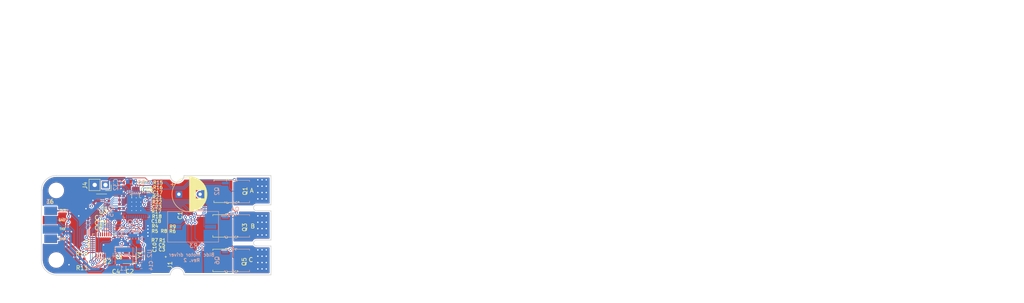
<source format=kicad_pcb>
(kicad_pcb (version 20171130) (host pcbnew 5.1.6)

  (general
    (thickness 1.6)
    (drawings 30)
    (tracks 792)
    (zones 0)
    (modules 59)
    (nets 56)
  )

  (page USLetter)
  (title_block
    (title "Project Title")
  )

  (layers
    (0 F.Cu signal)
    (31 B.Cu signal)
    (34 B.Paste user)
    (35 F.Paste user)
    (36 B.SilkS user)
    (37 F.SilkS user)
    (38 B.Mask user)
    (39 F.Mask user)
    (40 Dwgs.User user)
    (44 Edge.Cuts user)
    (45 Margin user)
    (46 B.CrtYd user)
    (47 F.CrtYd user)
    (48 B.Fab user)
    (49 F.Fab user)
  )

  (setup
    (last_trace_width 0.25)
    (user_trace_width 0.1524)
    (user_trace_width 0.2)
    (user_trace_width 0.25)
    (user_trace_width 0.3)
    (user_trace_width 0.5)
    (user_trace_width 0.75)
    (user_trace_width 1.25)
    (trace_clearance 0.1524)
    (zone_clearance 0.254)
    (zone_45_only yes)
    (trace_min 0.1524)
    (via_size 0.6858)
    (via_drill 0.3302)
    (via_min_size 0.6858)
    (via_min_drill 0.3302)
    (user_via 0.6858 0.3302)
    (user_via 0.762 0.4064)
    (user_via 0.8636 0.508)
    (uvia_size 0.6858)
    (uvia_drill 0.3302)
    (uvias_allowed no)
    (uvia_min_size 0)
    (uvia_min_drill 0)
    (edge_width 0.1524)
    (segment_width 0.1524)
    (pcb_text_width 0.1524)
    (pcb_text_size 1.016 1.016)
    (mod_edge_width 0.1524)
    (mod_text_size 1.016 1.016)
    (mod_text_width 0.1524)
    (pad_size 1.524 1.524)
    (pad_drill 0.762)
    (pad_to_mask_clearance 0.0508)
    (solder_mask_min_width 0.1016)
    (pad_to_paste_clearance -0.0762)
    (aux_axis_origin 0 0)
    (visible_elements FFFFDF7D)
    (pcbplotparams
      (layerselection 0x310fc_ffffffff)
      (usegerberextensions true)
      (usegerberattributes false)
      (usegerberadvancedattributes false)
      (creategerberjobfile false)
      (excludeedgelayer true)
      (linewidth 0.100000)
      (plotframeref false)
      (viasonmask false)
      (mode 1)
      (useauxorigin false)
      (hpglpennumber 1)
      (hpglpenspeed 20)
      (hpglpendiameter 15.000000)
      (psnegative false)
      (psa4output false)
      (plotreference true)
      (plotvalue true)
      (plotinvisibletext false)
      (padsonsilk false)
      (subtractmaskfromsilk false)
      (outputformat 1)
      (mirror false)
      (drillshape 0)
      (scaleselection 1)
      (outputdirectory "bldc-drivr-gerbers"))
  )

  (net 0 "")
  (net 1 GND)
  (net 2 /VDRAIN)
  (net 3 /A_ADC)
  (net 4 /C_ADC)
  (net 5 /B_ADC)
  (net 6 "Net-(C32-Pad2)")
  (net 7 "Net-(C32-Pad1)")
  (net 8 "Net-(C45-Pad1)")
  (net 9 /C)
  (net 10 /A)
  (net 11 /B)
  (net 12 /GHA)
  (net 13 /GLA)
  (net 14 /GHB)
  (net 15 /GLB)
  (net 16 /GHC)
  (net 17 /GLC)
  (net 18 /SOA)
  (net 19 /SNA)
  (net 20 /SPA)
  (net 21 /DRV_EN)
  (net 22 /DRV_nFAULT)
  (net 23 /INHA)
  (net 24 /INLA)
  (net 25 /INHB)
  (net 26 /INLB)
  (net 27 /INHC)
  (net 28 /INLC)
  (net 29 /VSOURCE)
  (net 30 /XTAL_P)
  (net 31 /XTAL_M)
  (net 32 /MCU_3V3)
  (net 33 /MCU_RSTN)
  (net 34 "Net-(C10-Pad1)")
  (net 35 "Net-(C13-Pad1)")
  (net 36 "Net-(C33-Pad1)")
  (net 37 /SWDIO)
  (net 38 /SWCLK)
  (net 39 "Net-(J6-Pad4)")
  (net 40 "Net-(J6-Pad3)")
  (net 41 "Net-(L1-Pad1)")
  (net 42 "Net-(R2-Pad1)")
  (net 43 /DRV_CAL)
  (net 44 /MCU_DRV_nCS)
  (net 45 /MCU_IF_RX)
  (net 46 /MCU_IF_TX)
  (net 47 /MCU_DRV_MISO)
  (net 48 /MCU_DRV_MOSI)
  (net 49 /MCU_DRV_CLK)
  (net 50 "Net-(U2-Pad6)")
  (net 51 "Net-(U2-Pad5)")
  (net 52 "Net-(U3-Pad1)")
  (net 53 "Net-(U4-Pad22)")
  (net 54 "Net-(U4-Pad21)")
  (net 55 "Net-(U1-Pad15)")

  (net_class Default "This is the default net class."
    (clearance 0.1524)
    (trace_width 0.1524)
    (via_dia 0.6858)
    (via_drill 0.3302)
    (uvia_dia 0.6858)
    (uvia_drill 0.3302)
    (add_net /A)
    (add_net /A_ADC)
    (add_net /B)
    (add_net /B_ADC)
    (add_net /C)
    (add_net /C_ADC)
    (add_net /DRV_CAL)
    (add_net /DRV_EN)
    (add_net /DRV_nFAULT)
    (add_net /GHA)
    (add_net /GHB)
    (add_net /GHC)
    (add_net /GLA)
    (add_net /GLB)
    (add_net /GLC)
    (add_net /INHA)
    (add_net /INHB)
    (add_net /INHC)
    (add_net /INLA)
    (add_net /INLB)
    (add_net /INLC)
    (add_net /MCU_3V3)
    (add_net /MCU_DRV_CLK)
    (add_net /MCU_DRV_MISO)
    (add_net /MCU_DRV_MOSI)
    (add_net /MCU_DRV_nCS)
    (add_net /MCU_IF_RX)
    (add_net /MCU_IF_TX)
    (add_net /MCU_RSTN)
    (add_net /SNA)
    (add_net /SOA)
    (add_net /SPA)
    (add_net /SWCLK)
    (add_net /SWDIO)
    (add_net /VDRAIN)
    (add_net /VSOURCE)
    (add_net /XTAL_M)
    (add_net /XTAL_P)
    (add_net GND)
    (add_net "Net-(C10-Pad1)")
    (add_net "Net-(C13-Pad1)")
    (add_net "Net-(C32-Pad1)")
    (add_net "Net-(C32-Pad2)")
    (add_net "Net-(C33-Pad1)")
    (add_net "Net-(C45-Pad1)")
    (add_net "Net-(J6-Pad3)")
    (add_net "Net-(J6-Pad4)")
    (add_net "Net-(L1-Pad1)")
    (add_net "Net-(R2-Pad1)")
    (add_net "Net-(U1-Pad15)")
    (add_net "Net-(U2-Pad5)")
    (add_net "Net-(U2-Pad6)")
    (add_net "Net-(U3-Pad1)")
    (add_net "Net-(U4-Pad21)")
    (add_net "Net-(U4-Pad22)")
  )

  (module Capacitor_THT:CP_Radial_D8.0mm_P5.00mm (layer F.Cu) (tedit 5AE50EF0) (tstamp 5F0BA08C)
    (at 57.4 104.4)
    (descr "CP, Radial series, Radial, pin pitch=5.00mm, , diameter=8mm, Electrolytic Capacitor")
    (tags "CP Radial series Radial pin pitch 5.00mm  diameter 8mm Electrolytic Capacitor")
    (path /5DCA154B)
    (fp_text reference C1 (at 0.3 5 90) (layer F.SilkS)
      (effects (font (size 1 1) (thickness 0.15)))
    )
    (fp_text value "470 uF 63V" (at 2.5 5.25) (layer F.Fab)
      (effects (font (size 1 1) (thickness 0.15)))
    )
    (fp_text user %R (at 2.5 0) (layer F.Fab)
      (effects (font (size 1 1) (thickness 0.15)))
    )
    (fp_circle (center 2.5 0) (end 6.5 0) (layer F.Fab) (width 0.1))
    (fp_circle (center 2.5 0) (end 6.62 0) (layer F.SilkS) (width 0.12))
    (fp_circle (center 2.5 0) (end 6.75 0) (layer F.CrtYd) (width 0.05))
    (fp_line (start -0.926759 -1.7475) (end -0.126759 -1.7475) (layer F.Fab) (width 0.1))
    (fp_line (start -0.526759 -2.1475) (end -0.526759 -1.3475) (layer F.Fab) (width 0.1))
    (fp_line (start 2.5 -4.08) (end 2.5 4.08) (layer F.SilkS) (width 0.12))
    (fp_line (start 2.54 -4.08) (end 2.54 4.08) (layer F.SilkS) (width 0.12))
    (fp_line (start 2.58 -4.08) (end 2.58 4.08) (layer F.SilkS) (width 0.12))
    (fp_line (start 2.62 -4.079) (end 2.62 4.079) (layer F.SilkS) (width 0.12))
    (fp_line (start 2.66 -4.077) (end 2.66 4.077) (layer F.SilkS) (width 0.12))
    (fp_line (start 2.7 -4.076) (end 2.7 4.076) (layer F.SilkS) (width 0.12))
    (fp_line (start 2.74 -4.074) (end 2.74 4.074) (layer F.SilkS) (width 0.12))
    (fp_line (start 2.78 -4.071) (end 2.78 4.071) (layer F.SilkS) (width 0.12))
    (fp_line (start 2.82 -4.068) (end 2.82 4.068) (layer F.SilkS) (width 0.12))
    (fp_line (start 2.86 -4.065) (end 2.86 4.065) (layer F.SilkS) (width 0.12))
    (fp_line (start 2.9 -4.061) (end 2.9 4.061) (layer F.SilkS) (width 0.12))
    (fp_line (start 2.94 -4.057) (end 2.94 4.057) (layer F.SilkS) (width 0.12))
    (fp_line (start 2.98 -4.052) (end 2.98 4.052) (layer F.SilkS) (width 0.12))
    (fp_line (start 3.02 -4.048) (end 3.02 4.048) (layer F.SilkS) (width 0.12))
    (fp_line (start 3.06 -4.042) (end 3.06 4.042) (layer F.SilkS) (width 0.12))
    (fp_line (start 3.1 -4.037) (end 3.1 4.037) (layer F.SilkS) (width 0.12))
    (fp_line (start 3.14 -4.03) (end 3.14 4.03) (layer F.SilkS) (width 0.12))
    (fp_line (start 3.18 -4.024) (end 3.18 4.024) (layer F.SilkS) (width 0.12))
    (fp_line (start 3.221 -4.017) (end 3.221 4.017) (layer F.SilkS) (width 0.12))
    (fp_line (start 3.261 -4.01) (end 3.261 4.01) (layer F.SilkS) (width 0.12))
    (fp_line (start 3.301 -4.002) (end 3.301 4.002) (layer F.SilkS) (width 0.12))
    (fp_line (start 3.341 -3.994) (end 3.341 3.994) (layer F.SilkS) (width 0.12))
    (fp_line (start 3.381 -3.985) (end 3.381 3.985) (layer F.SilkS) (width 0.12))
    (fp_line (start 3.421 -3.976) (end 3.421 3.976) (layer F.SilkS) (width 0.12))
    (fp_line (start 3.461 -3.967) (end 3.461 3.967) (layer F.SilkS) (width 0.12))
    (fp_line (start 3.501 -3.957) (end 3.501 3.957) (layer F.SilkS) (width 0.12))
    (fp_line (start 3.541 -3.947) (end 3.541 3.947) (layer F.SilkS) (width 0.12))
    (fp_line (start 3.581 -3.936) (end 3.581 3.936) (layer F.SilkS) (width 0.12))
    (fp_line (start 3.621 -3.925) (end 3.621 3.925) (layer F.SilkS) (width 0.12))
    (fp_line (start 3.661 -3.914) (end 3.661 3.914) (layer F.SilkS) (width 0.12))
    (fp_line (start 3.701 -3.902) (end 3.701 3.902) (layer F.SilkS) (width 0.12))
    (fp_line (start 3.741 -3.889) (end 3.741 3.889) (layer F.SilkS) (width 0.12))
    (fp_line (start 3.781 -3.877) (end 3.781 3.877) (layer F.SilkS) (width 0.12))
    (fp_line (start 3.821 -3.863) (end 3.821 3.863) (layer F.SilkS) (width 0.12))
    (fp_line (start 3.861 -3.85) (end 3.861 3.85) (layer F.SilkS) (width 0.12))
    (fp_line (start 3.901 -3.835) (end 3.901 3.835) (layer F.SilkS) (width 0.12))
    (fp_line (start 3.941 -3.821) (end 3.941 3.821) (layer F.SilkS) (width 0.12))
    (fp_line (start 3.981 -3.805) (end 3.981 -1.04) (layer F.SilkS) (width 0.12))
    (fp_line (start 3.981 1.04) (end 3.981 3.805) (layer F.SilkS) (width 0.12))
    (fp_line (start 4.021 -3.79) (end 4.021 -1.04) (layer F.SilkS) (width 0.12))
    (fp_line (start 4.021 1.04) (end 4.021 3.79) (layer F.SilkS) (width 0.12))
    (fp_line (start 4.061 -3.774) (end 4.061 -1.04) (layer F.SilkS) (width 0.12))
    (fp_line (start 4.061 1.04) (end 4.061 3.774) (layer F.SilkS) (width 0.12))
    (fp_line (start 4.101 -3.757) (end 4.101 -1.04) (layer F.SilkS) (width 0.12))
    (fp_line (start 4.101 1.04) (end 4.101 3.757) (layer F.SilkS) (width 0.12))
    (fp_line (start 4.141 -3.74) (end 4.141 -1.04) (layer F.SilkS) (width 0.12))
    (fp_line (start 4.141 1.04) (end 4.141 3.74) (layer F.SilkS) (width 0.12))
    (fp_line (start 4.181 -3.722) (end 4.181 -1.04) (layer F.SilkS) (width 0.12))
    (fp_line (start 4.181 1.04) (end 4.181 3.722) (layer F.SilkS) (width 0.12))
    (fp_line (start 4.221 -3.704) (end 4.221 -1.04) (layer F.SilkS) (width 0.12))
    (fp_line (start 4.221 1.04) (end 4.221 3.704) (layer F.SilkS) (width 0.12))
    (fp_line (start 4.261 -3.686) (end 4.261 -1.04) (layer F.SilkS) (width 0.12))
    (fp_line (start 4.261 1.04) (end 4.261 3.686) (layer F.SilkS) (width 0.12))
    (fp_line (start 4.301 -3.666) (end 4.301 -1.04) (layer F.SilkS) (width 0.12))
    (fp_line (start 4.301 1.04) (end 4.301 3.666) (layer F.SilkS) (width 0.12))
    (fp_line (start 4.341 -3.647) (end 4.341 -1.04) (layer F.SilkS) (width 0.12))
    (fp_line (start 4.341 1.04) (end 4.341 3.647) (layer F.SilkS) (width 0.12))
    (fp_line (start 4.381 -3.627) (end 4.381 -1.04) (layer F.SilkS) (width 0.12))
    (fp_line (start 4.381 1.04) (end 4.381 3.627) (layer F.SilkS) (width 0.12))
    (fp_line (start 4.421 -3.606) (end 4.421 -1.04) (layer F.SilkS) (width 0.12))
    (fp_line (start 4.421 1.04) (end 4.421 3.606) (layer F.SilkS) (width 0.12))
    (fp_line (start 4.461 -3.584) (end 4.461 -1.04) (layer F.SilkS) (width 0.12))
    (fp_line (start 4.461 1.04) (end 4.461 3.584) (layer F.SilkS) (width 0.12))
    (fp_line (start 4.501 -3.562) (end 4.501 -1.04) (layer F.SilkS) (width 0.12))
    (fp_line (start 4.501 1.04) (end 4.501 3.562) (layer F.SilkS) (width 0.12))
    (fp_line (start 4.541 -3.54) (end 4.541 -1.04) (layer F.SilkS) (width 0.12))
    (fp_line (start 4.541 1.04) (end 4.541 3.54) (layer F.SilkS) (width 0.12))
    (fp_line (start 4.581 -3.517) (end 4.581 -1.04) (layer F.SilkS) (width 0.12))
    (fp_line (start 4.581 1.04) (end 4.581 3.517) (layer F.SilkS) (width 0.12))
    (fp_line (start 4.621 -3.493) (end 4.621 -1.04) (layer F.SilkS) (width 0.12))
    (fp_line (start 4.621 1.04) (end 4.621 3.493) (layer F.SilkS) (width 0.12))
    (fp_line (start 4.661 -3.469) (end 4.661 -1.04) (layer F.SilkS) (width 0.12))
    (fp_line (start 4.661 1.04) (end 4.661 3.469) (layer F.SilkS) (width 0.12))
    (fp_line (start 4.701 -3.444) (end 4.701 -1.04) (layer F.SilkS) (width 0.12))
    (fp_line (start 4.701 1.04) (end 4.701 3.444) (layer F.SilkS) (width 0.12))
    (fp_line (start 4.741 -3.418) (end 4.741 -1.04) (layer F.SilkS) (width 0.12))
    (fp_line (start 4.741 1.04) (end 4.741 3.418) (layer F.SilkS) (width 0.12))
    (fp_line (start 4.781 -3.392) (end 4.781 -1.04) (layer F.SilkS) (width 0.12))
    (fp_line (start 4.781 1.04) (end 4.781 3.392) (layer F.SilkS) (width 0.12))
    (fp_line (start 4.821 -3.365) (end 4.821 -1.04) (layer F.SilkS) (width 0.12))
    (fp_line (start 4.821 1.04) (end 4.821 3.365) (layer F.SilkS) (width 0.12))
    (fp_line (start 4.861 -3.338) (end 4.861 -1.04) (layer F.SilkS) (width 0.12))
    (fp_line (start 4.861 1.04) (end 4.861 3.338) (layer F.SilkS) (width 0.12))
    (fp_line (start 4.901 -3.309) (end 4.901 -1.04) (layer F.SilkS) (width 0.12))
    (fp_line (start 4.901 1.04) (end 4.901 3.309) (layer F.SilkS) (width 0.12))
    (fp_line (start 4.941 -3.28) (end 4.941 -1.04) (layer F.SilkS) (width 0.12))
    (fp_line (start 4.941 1.04) (end 4.941 3.28) (layer F.SilkS) (width 0.12))
    (fp_line (start 4.981 -3.25) (end 4.981 -1.04) (layer F.SilkS) (width 0.12))
    (fp_line (start 4.981 1.04) (end 4.981 3.25) (layer F.SilkS) (width 0.12))
    (fp_line (start 5.021 -3.22) (end 5.021 -1.04) (layer F.SilkS) (width 0.12))
    (fp_line (start 5.021 1.04) (end 5.021 3.22) (layer F.SilkS) (width 0.12))
    (fp_line (start 5.061 -3.189) (end 5.061 -1.04) (layer F.SilkS) (width 0.12))
    (fp_line (start 5.061 1.04) (end 5.061 3.189) (layer F.SilkS) (width 0.12))
    (fp_line (start 5.101 -3.156) (end 5.101 -1.04) (layer F.SilkS) (width 0.12))
    (fp_line (start 5.101 1.04) (end 5.101 3.156) (layer F.SilkS) (width 0.12))
    (fp_line (start 5.141 -3.124) (end 5.141 -1.04) (layer F.SilkS) (width 0.12))
    (fp_line (start 5.141 1.04) (end 5.141 3.124) (layer F.SilkS) (width 0.12))
    (fp_line (start 5.181 -3.09) (end 5.181 -1.04) (layer F.SilkS) (width 0.12))
    (fp_line (start 5.181 1.04) (end 5.181 3.09) (layer F.SilkS) (width 0.12))
    (fp_line (start 5.221 -3.055) (end 5.221 -1.04) (layer F.SilkS) (width 0.12))
    (fp_line (start 5.221 1.04) (end 5.221 3.055) (layer F.SilkS) (width 0.12))
    (fp_line (start 5.261 -3.019) (end 5.261 -1.04) (layer F.SilkS) (width 0.12))
    (fp_line (start 5.261 1.04) (end 5.261 3.019) (layer F.SilkS) (width 0.12))
    (fp_line (start 5.301 -2.983) (end 5.301 -1.04) (layer F.SilkS) (width 0.12))
    (fp_line (start 5.301 1.04) (end 5.301 2.983) (layer F.SilkS) (width 0.12))
    (fp_line (start 5.341 -2.945) (end 5.341 -1.04) (layer F.SilkS) (width 0.12))
    (fp_line (start 5.341 1.04) (end 5.341 2.945) (layer F.SilkS) (width 0.12))
    (fp_line (start 5.381 -2.907) (end 5.381 -1.04) (layer F.SilkS) (width 0.12))
    (fp_line (start 5.381 1.04) (end 5.381 2.907) (layer F.SilkS) (width 0.12))
    (fp_line (start 5.421 -2.867) (end 5.421 -1.04) (layer F.SilkS) (width 0.12))
    (fp_line (start 5.421 1.04) (end 5.421 2.867) (layer F.SilkS) (width 0.12))
    (fp_line (start 5.461 -2.826) (end 5.461 -1.04) (layer F.SilkS) (width 0.12))
    (fp_line (start 5.461 1.04) (end 5.461 2.826) (layer F.SilkS) (width 0.12))
    (fp_line (start 5.501 -2.784) (end 5.501 -1.04) (layer F.SilkS) (width 0.12))
    (fp_line (start 5.501 1.04) (end 5.501 2.784) (layer F.SilkS) (width 0.12))
    (fp_line (start 5.541 -2.741) (end 5.541 -1.04) (layer F.SilkS) (width 0.12))
    (fp_line (start 5.541 1.04) (end 5.541 2.741) (layer F.SilkS) (width 0.12))
    (fp_line (start 5.581 -2.697) (end 5.581 -1.04) (layer F.SilkS) (width 0.12))
    (fp_line (start 5.581 1.04) (end 5.581 2.697) (layer F.SilkS) (width 0.12))
    (fp_line (start 5.621 -2.651) (end 5.621 -1.04) (layer F.SilkS) (width 0.12))
    (fp_line (start 5.621 1.04) (end 5.621 2.651) (layer F.SilkS) (width 0.12))
    (fp_line (start 5.661 -2.604) (end 5.661 -1.04) (layer F.SilkS) (width 0.12))
    (fp_line (start 5.661 1.04) (end 5.661 2.604) (layer F.SilkS) (width 0.12))
    (fp_line (start 5.701 -2.556) (end 5.701 -1.04) (layer F.SilkS) (width 0.12))
    (fp_line (start 5.701 1.04) (end 5.701 2.556) (layer F.SilkS) (width 0.12))
    (fp_line (start 5.741 -2.505) (end 5.741 -1.04) (layer F.SilkS) (width 0.12))
    (fp_line (start 5.741 1.04) (end 5.741 2.505) (layer F.SilkS) (width 0.12))
    (fp_line (start 5.781 -2.454) (end 5.781 -1.04) (layer F.SilkS) (width 0.12))
    (fp_line (start 5.781 1.04) (end 5.781 2.454) (layer F.SilkS) (width 0.12))
    (fp_line (start 5.821 -2.4) (end 5.821 -1.04) (layer F.SilkS) (width 0.12))
    (fp_line (start 5.821 1.04) (end 5.821 2.4) (layer F.SilkS) (width 0.12))
    (fp_line (start 5.861 -2.345) (end 5.861 -1.04) (layer F.SilkS) (width 0.12))
    (fp_line (start 5.861 1.04) (end 5.861 2.345) (layer F.SilkS) (width 0.12))
    (fp_line (start 5.901 -2.287) (end 5.901 -1.04) (layer F.SilkS) (width 0.12))
    (fp_line (start 5.901 1.04) (end 5.901 2.287) (layer F.SilkS) (width 0.12))
    (fp_line (start 5.941 -2.228) (end 5.941 -1.04) (layer F.SilkS) (width 0.12))
    (fp_line (start 5.941 1.04) (end 5.941 2.228) (layer F.SilkS) (width 0.12))
    (fp_line (start 5.981 -2.166) (end 5.981 -1.04) (layer F.SilkS) (width 0.12))
    (fp_line (start 5.981 1.04) (end 5.981 2.166) (layer F.SilkS) (width 0.12))
    (fp_line (start 6.021 -2.102) (end 6.021 -1.04) (layer F.SilkS) (width 0.12))
    (fp_line (start 6.021 1.04) (end 6.021 2.102) (layer F.SilkS) (width 0.12))
    (fp_line (start 6.061 -2.034) (end 6.061 2.034) (layer F.SilkS) (width 0.12))
    (fp_line (start 6.101 -1.964) (end 6.101 1.964) (layer F.SilkS) (width 0.12))
    (fp_line (start 6.141 -1.89) (end 6.141 1.89) (layer F.SilkS) (width 0.12))
    (fp_line (start 6.181 -1.813) (end 6.181 1.813) (layer F.SilkS) (width 0.12))
    (fp_line (start 6.221 -1.731) (end 6.221 1.731) (layer F.SilkS) (width 0.12))
    (fp_line (start 6.261 -1.645) (end 6.261 1.645) (layer F.SilkS) (width 0.12))
    (fp_line (start 6.301 -1.552) (end 6.301 1.552) (layer F.SilkS) (width 0.12))
    (fp_line (start 6.341 -1.453) (end 6.341 1.453) (layer F.SilkS) (width 0.12))
    (fp_line (start 6.381 -1.346) (end 6.381 1.346) (layer F.SilkS) (width 0.12))
    (fp_line (start 6.421 -1.229) (end 6.421 1.229) (layer F.SilkS) (width 0.12))
    (fp_line (start 6.461 -1.098) (end 6.461 1.098) (layer F.SilkS) (width 0.12))
    (fp_line (start 6.501 -0.948) (end 6.501 0.948) (layer F.SilkS) (width 0.12))
    (fp_line (start 6.541 -0.768) (end 6.541 0.768) (layer F.SilkS) (width 0.12))
    (fp_line (start 6.581 -0.533) (end 6.581 0.533) (layer F.SilkS) (width 0.12))
    (fp_line (start -1.909698 -2.315) (end -1.109698 -2.315) (layer F.SilkS) (width 0.12))
    (fp_line (start -1.509698 -2.715) (end -1.509698 -1.915) (layer F.SilkS) (width 0.12))
    (pad 2 thru_hole circle (at 5 0) (size 1.6 1.6) (drill 0.8) (layers *.Cu *.Mask)
      (net 29 /VSOURCE))
    (pad 1 thru_hole rect (at 0 0) (size 1.6 1.6) (drill 0.8) (layers *.Cu *.Mask)
      (net 2 /VDRAIN))
    (model ${KISYS3DMOD}/Capacitor_THT.3dshapes/CP_Radial_D8.0mm_P5.00mm.wrl
      (at (xyz 0 0 0))
      (scale (xyz 1 1 1))
      (rotate (xyz 0 0 0))
    )
  )

  (module bldc-parts:Conn_01x04_2mm_3mm_2.2mmPitch (layer F.Cu) (tedit 5F0A21FE) (tstamp 5F084167)
    (at 27.2 111.6)
    (path /600F47F8)
    (fp_text reference J6 (at -0.14 -5.47) (layer F.SilkS)
      (effects (font (size 1 1) (thickness 0.15)))
    )
    (fp_text value Conn_01x04 (at 0 -0.5) (layer F.Fab)
      (effects (font (size 1 1) (thickness 0.15)))
    )
    (pad 3 smd rect (at 0 1.1) (size 3 2) (layers F.Cu F.Mask)
      (net 40 "Net-(J6-Pad3)"))
    (pad 4 smd rect (at 0 3.3) (size 3 2) (layers F.Cu F.Mask)
      (net 39 "Net-(J6-Pad4)"))
    (pad 2 smd rect (at 0 -1.1 180) (size 3 2) (layers F.Cu F.Mask)
      (net 1 GND))
    (pad 1 smd rect (at 0 -3.3 180) (size 3 2) (layers F.Cu F.Mask)
      (net 32 /MCU_3V3))
  )

  (module bldc-parts:Battery_Connector (layer F.Cu) (tedit 5F0A2206) (tstamp 5F0840FC)
    (at 53.3 121.05)
    (path /5DCAD005)
    (fp_text reference J1 (at 2 0 90) (layer F.SilkS)
      (effects (font (size 1 1) (thickness 0.15)))
    )
    (fp_text value Conn_01x02 (at 0 -0.5) (layer F.Fab)
      (effects (font (size 1 1) (thickness 0.15)))
    )
    (fp_line (start 1 -2.1) (end 1 -1.7) (layer F.SilkS) (width 0.12))
    (fp_line (start 0.8 -1.9) (end 1.2 -1.9) (layer F.SilkS) (width 0.12))
    (pad 1 smd rect (at 0 0) (size 2.5 3) (layers F.Cu F.Mask)
      (net 2 /VDRAIN))
    (pad 2 smd rect (at 0 0) (size 2.5 3) (layers B.Cu B.Mask)
      (net 1 GND))
  )

  (module Resistor_SMD:R_0402_1005Metric (layer F.Cu) (tedit 5B301BBD) (tstamp 5F0ABC6D)
    (at 34.6 120.6 180)
    (descr "Resistor SMD 0402 (1005 Metric), square (rectangular) end terminal, IPC_7351 nominal, (Body size source: http://www.tortai-tech.com/upload/download/2011102023233369053.pdf), generated with kicad-footprint-generator")
    (tags resistor)
    (path /607B0DAC)
    (attr smd)
    (fp_text reference R11 (at 0 -1.17) (layer F.SilkS)
      (effects (font (size 1 1) (thickness 0.15)))
    )
    (fp_text value 100R (at 0 1.17) (layer F.Fab)
      (effects (font (size 1 1) (thickness 0.15)))
    )
    (fp_text user %R (at 0 0) (layer F.Fab)
      (effects (font (size 0.25 0.25) (thickness 0.04)))
    )
    (fp_line (start -0.5 0.25) (end -0.5 -0.25) (layer F.Fab) (width 0.1))
    (fp_line (start -0.5 -0.25) (end 0.5 -0.25) (layer F.Fab) (width 0.1))
    (fp_line (start 0.5 -0.25) (end 0.5 0.25) (layer F.Fab) (width 0.1))
    (fp_line (start 0.5 0.25) (end -0.5 0.25) (layer F.Fab) (width 0.1))
    (fp_line (start -0.93 0.47) (end -0.93 -0.47) (layer F.CrtYd) (width 0.05))
    (fp_line (start -0.93 -0.47) (end 0.93 -0.47) (layer F.CrtYd) (width 0.05))
    (fp_line (start 0.93 -0.47) (end 0.93 0.47) (layer F.CrtYd) (width 0.05))
    (fp_line (start 0.93 0.47) (end -0.93 0.47) (layer F.CrtYd) (width 0.05))
    (pad 2 smd roundrect (at 0.485 0 180) (size 0.59 0.64) (layers F.Cu F.Paste F.Mask) (roundrect_rratio 0.25)
      (net 39 "Net-(J6-Pad4)"))
    (pad 1 smd roundrect (at -0.485 0 180) (size 0.59 0.64) (layers F.Cu F.Paste F.Mask) (roundrect_rratio 0.25)
      (net 45 /MCU_IF_RX))
    (model ${KISYS3DMOD}/Resistor_SMD.3dshapes/R_0402_1005Metric.wrl
      (at (xyz 0 0 0))
      (scale (xyz 1 1 1))
      (rotate (xyz 0 0 0))
    )
  )

  (module Resistor_SMD:R_0402_1005Metric (layer F.Cu) (tedit 5B301BBD) (tstamp 5F0ABC5E)
    (at 34.6 119.6 180)
    (descr "Resistor SMD 0402 (1005 Metric), square (rectangular) end terminal, IPC_7351 nominal, (Body size source: http://www.tortai-tech.com/upload/download/2011102023233369053.pdf), generated with kicad-footprint-generator")
    (tags resistor)
    (path /607B083B)
    (attr smd)
    (fp_text reference R10 (at 0.1 1.2) (layer F.SilkS)
      (effects (font (size 1 1) (thickness 0.15)))
    )
    (fp_text value 100R (at 0 1.17) (layer F.Fab)
      (effects (font (size 1 1) (thickness 0.15)))
    )
    (fp_text user %R (at 0 0) (layer F.Fab)
      (effects (font (size 0.25 0.25) (thickness 0.04)))
    )
    (fp_line (start -0.5 0.25) (end -0.5 -0.25) (layer F.Fab) (width 0.1))
    (fp_line (start -0.5 -0.25) (end 0.5 -0.25) (layer F.Fab) (width 0.1))
    (fp_line (start 0.5 -0.25) (end 0.5 0.25) (layer F.Fab) (width 0.1))
    (fp_line (start 0.5 0.25) (end -0.5 0.25) (layer F.Fab) (width 0.1))
    (fp_line (start -0.93 0.47) (end -0.93 -0.47) (layer F.CrtYd) (width 0.05))
    (fp_line (start -0.93 -0.47) (end 0.93 -0.47) (layer F.CrtYd) (width 0.05))
    (fp_line (start 0.93 -0.47) (end 0.93 0.47) (layer F.CrtYd) (width 0.05))
    (fp_line (start 0.93 0.47) (end -0.93 0.47) (layer F.CrtYd) (width 0.05))
    (pad 2 smd roundrect (at 0.485 0 180) (size 0.59 0.64) (layers F.Cu F.Paste F.Mask) (roundrect_rratio 0.25)
      (net 40 "Net-(J6-Pad3)"))
    (pad 1 smd roundrect (at -0.485 0 180) (size 0.59 0.64) (layers F.Cu F.Paste F.Mask) (roundrect_rratio 0.25)
      (net 46 /MCU_IF_TX))
    (model ${KISYS3DMOD}/Resistor_SMD.3dshapes/R_0402_1005Metric.wrl
      (at (xyz 0 0 0))
      (scale (xyz 1 1 1))
      (rotate (xyz 0 0 0))
    )
  )

  (module bldc-parts:Conn_01x04_2mm_3mm_2.2mmPitch (layer B.Cu) (tedit 5F0A21FE) (tstamp 5F0A3A0B)
    (at 27.2 111.6)
    (path /5F56CCFD)
    (fp_text reference J3 (at -0.18 -5.46) (layer B.SilkS)
      (effects (font (size 1 1) (thickness 0.15)) (justify mirror))
    )
    (fp_text value Conn_02x02_Counter_Clockwise (at 0 0.5) (layer B.Fab)
      (effects (font (size 1 1) (thickness 0.15)) (justify mirror))
    )
    (pad 3 smd rect (at 0 -1.1) (size 3 2) (layers B.Cu B.Mask)
      (net 38 /SWCLK))
    (pad 4 smd rect (at 0 -3.3) (size 3 2) (layers B.Cu B.Mask)
      (net 37 /SWDIO))
    (pad 2 smd rect (at 0 1.1 180) (size 3 2) (layers B.Cu B.Mask)
      (net 1 GND))
    (pad 1 smd rect (at 0 3.3 180) (size 3 2) (layers B.Cu B.Mask)
      (net 33 /MCU_RSTN))
  )

  (module bldc-parts:Motor_Connector (layer F.Cu) (tedit 5F0A0813) (tstamp 5F084103)
    (at 77.25 111.75 180)
    (path /5E066743)
    (fp_text reference J2 (at 0 0.5) (layer F.SilkS) hide
      (effects (font (size 1 1) (thickness 0.15)))
    )
    (fp_text value Conn_01x03 (at 0 -0.5) (layer F.Fab)
      (effects (font (size 1 1) (thickness 0.15)))
    )
    (fp_text user Motor_Connector (at 3.6 0 90) (layer F.Fab)
      (effects (font (size 1 1) (thickness 0.15)))
    )
    (fp_text user REF** (at 0 0.5 180) (layer B.SilkS) hide
      (effects (font (size 1 1) (thickness 0.15)) (justify mirror))
    )
    (pad 2 smd rect (at 0 0) (size 3 5.4) (layers B.Cu B.Paste B.Mask)
      (net 11 /B))
    (pad 1 smd rect (at 0 8.2) (size 3 5.4) (layers B.Cu B.Paste B.Mask)
      (net 10 /A))
    (pad 3 smd rect (at 0 -8.2) (size 3 5.4) (layers B.Cu B.Paste B.Mask)
      (net 9 /C))
    (pad 3 smd rect (at 0 -8.2 180) (size 3 5.4) (layers F.Cu F.Paste F.Mask)
      (net 9 /C))
    (pad 1 smd rect (at 0 8.2 180) (size 3 5.4) (layers F.Cu F.Paste F.Mask)
      (net 10 /A))
    (pad 2 smd rect (at 0 0 180) (size 3 5.4) (layers F.Cu F.Paste F.Mask)
      (net 11 /B))
  )

  (module Resistor_SMD:R_0402_1005Metric (layer F.Cu) (tedit 5B301BBD) (tstamp 5F0A0BA9)
    (at 47.9 110.75 180)
    (descr "Resistor SMD 0402 (1005 Metric), square (rectangular) end terminal, IPC_7351 nominal, (Body size source: http://www.tortai-tech.com/upload/download/2011102023233369053.pdf), generated with kicad-footprint-generator")
    (tags resistor)
    (path /60648822)
    (attr smd)
    (fp_text reference R9 (at -8.025 -1.3) (layer F.SilkS)
      (effects (font (size 0.8 0.8) (thickness 0.15)))
    )
    (fp_text value 47kR (at 0 1.17) (layer F.Fab)
      (effects (font (size 1 1) (thickness 0.15)))
    )
    (fp_text user %R (at 0 0) (layer F.Fab)
      (effects (font (size 0.25 0.25) (thickness 0.04)))
    )
    (fp_line (start -0.5 0.25) (end -0.5 -0.25) (layer F.Fab) (width 0.1))
    (fp_line (start -0.5 -0.25) (end 0.5 -0.25) (layer F.Fab) (width 0.1))
    (fp_line (start 0.5 -0.25) (end 0.5 0.25) (layer F.Fab) (width 0.1))
    (fp_line (start 0.5 0.25) (end -0.5 0.25) (layer F.Fab) (width 0.1))
    (fp_line (start -0.93 0.47) (end -0.93 -0.47) (layer F.CrtYd) (width 0.05))
    (fp_line (start -0.93 -0.47) (end 0.93 -0.47) (layer F.CrtYd) (width 0.05))
    (fp_line (start 0.93 -0.47) (end 0.93 0.47) (layer F.CrtYd) (width 0.05))
    (fp_line (start 0.93 0.47) (end -0.93 0.47) (layer F.CrtYd) (width 0.05))
    (pad 2 smd roundrect (at 0.485 0 180) (size 0.59 0.64) (layers F.Cu F.Paste F.Mask) (roundrect_rratio 0.25)
      (net 47 /MCU_DRV_MISO))
    (pad 1 smd roundrect (at -0.485 0 180) (size 0.59 0.64) (layers F.Cu F.Paste F.Mask) (roundrect_rratio 0.25)
      (net 32 /MCU_3V3))
    (model ${KISYS3DMOD}/Resistor_SMD.3dshapes/R_0402_1005Metric.wrl
      (at (xyz 0 0 0))
      (scale (xyz 1 1 1))
      (rotate (xyz 0 0 0))
    )
  )

  (module Package_DFN_QFN:Texas_S-PVQFN-N40_EP3.52x2.62mm_ThermalVias (layer B.Cu) (tedit 5E11FE4E) (tstamp 5F0870DA)
    (at 47.35 106.75 270)
    (descr "QFN, 40 Pin (http://www.ti.com/lit/ds/symlink/drv8308.pdf#page=56 JEDEC MO-220 variation VJJD-2), generated with kicad-footprint-generator ipc_noLead_generator.py")
    (tags "QFN NoLead")
    (path /5FEC34C6)
    (attr smd)
    (fp_text reference U4 (at -0.05 -4.54 90) (layer B.SilkS)
      (effects (font (size 1 1) (thickness 0.15)) (justify mirror))
    )
    (fp_text value DRV8304S (at 0 -4.32 90) (layer B.Fab)
      (effects (font (size 1 1) (thickness 0.15)) (justify mirror))
    )
    (fp_text user %R (at 0 0 90) (layer B.Fab)
      (effects (font (size 1 1) (thickness 0.15)) (justify mirror))
    )
    (fp_line (start 2.635 3.11) (end 3.11 3.11) (layer B.SilkS) (width 0.12))
    (fp_line (start 3.11 3.11) (end 3.11 2.635) (layer B.SilkS) (width 0.12))
    (fp_line (start -2.635 -3.11) (end -3.11 -3.11) (layer B.SilkS) (width 0.12))
    (fp_line (start -3.11 -3.11) (end -3.11 -2.635) (layer B.SilkS) (width 0.12))
    (fp_line (start 2.635 -3.11) (end 3.11 -3.11) (layer B.SilkS) (width 0.12))
    (fp_line (start 3.11 -3.11) (end 3.11 -2.635) (layer B.SilkS) (width 0.12))
    (fp_line (start -2.635 3.11) (end -3.11 3.11) (layer B.SilkS) (width 0.12))
    (fp_line (start -2 3) (end 3 3) (layer B.Fab) (width 0.1))
    (fp_line (start 3 3) (end 3 -3) (layer B.Fab) (width 0.1))
    (fp_line (start 3 -3) (end -3 -3) (layer B.Fab) (width 0.1))
    (fp_line (start -3 -3) (end -3 2) (layer B.Fab) (width 0.1))
    (fp_line (start -3 2) (end -2 3) (layer B.Fab) (width 0.1))
    (fp_line (start -3.62 3.62) (end -3.62 -3.62) (layer B.CrtYd) (width 0.05))
    (fp_line (start -3.62 -3.62) (end 3.62 -3.62) (layer B.CrtYd) (width 0.05))
    (fp_line (start 3.62 -3.62) (end 3.62 3.62) (layer B.CrtYd) (width 0.05))
    (fp_line (start 3.62 3.62) (end -3.62 3.62) (layer B.CrtYd) (width 0.05))
    (pad "" smd roundrect (at 1.17 -0.655 270) (size 0.98 1.1) (layers B.Paste) (roundrect_rratio 0.25))
    (pad "" smd roundrect (at 1.17 0.655 270) (size 0.98 1.1) (layers B.Paste) (roundrect_rratio 0.25))
    (pad "" smd roundrect (at 0 -0.655 270) (size 0.98 1.1) (layers B.Paste) (roundrect_rratio 0.25))
    (pad "" smd roundrect (at 0 0.655 270) (size 0.98 1.1) (layers B.Paste) (roundrect_rratio 0.25))
    (pad "" smd roundrect (at -1.17 -0.655 270) (size 0.98 1.1) (layers B.Paste) (roundrect_rratio 0.25))
    (pad "" smd roundrect (at -1.17 0.655 270) (size 0.98 1.1) (layers B.Paste) (roundrect_rratio 0.25))
    (pad 41 smd rect (at 0 0 270) (size 3.52 2.62) (layers F.Cu)
      (net 1 GND))
    (pad 41 thru_hole circle (at 1.51 -1.06 270) (size 0.5 0.5) (drill 0.2) (layers *.Cu)
      (net 1 GND))
    (pad 41 thru_hole circle (at 0.503333 -1.06 270) (size 0.5 0.5) (drill 0.2) (layers *.Cu)
      (net 1 GND))
    (pad 41 thru_hole circle (at -0.503333 -1.06 270) (size 0.5 0.5) (drill 0.2) (layers *.Cu)
      (net 1 GND))
    (pad 41 thru_hole circle (at -1.51 -1.06 270) (size 0.5 0.5) (drill 0.2) (layers *.Cu)
      (net 1 GND))
    (pad 41 thru_hole circle (at 1.51 0 270) (size 0.5 0.5) (drill 0.2) (layers *.Cu)
      (net 1 GND))
    (pad 41 thru_hole circle (at 0.503333 0 270) (size 0.5 0.5) (drill 0.2) (layers *.Cu)
      (net 1 GND))
    (pad 41 thru_hole circle (at -0.503333 0 270) (size 0.5 0.5) (drill 0.2) (layers *.Cu)
      (net 1 GND))
    (pad 41 thru_hole circle (at -1.51 0 270) (size 0.5 0.5) (drill 0.2) (layers *.Cu)
      (net 1 GND))
    (pad 41 thru_hole circle (at 1.51 1.06 270) (size 0.5 0.5) (drill 0.2) (layers *.Cu)
      (net 1 GND))
    (pad 41 thru_hole circle (at 0.503333 1.06 270) (size 0.5 0.5) (drill 0.2) (layers *.Cu)
      (net 1 GND))
    (pad 41 thru_hole circle (at -0.503333 1.06 270) (size 0.5 0.5) (drill 0.2) (layers *.Cu)
      (net 1 GND))
    (pad 41 thru_hole circle (at -1.51 1.06 270) (size 0.5 0.5) (drill 0.2) (layers *.Cu)
      (net 1 GND))
    (pad 41 smd rect (at 0 0 270) (size 3.52 2.62) (layers B.Cu B.Mask)
      (net 1 GND))
    (pad 40 smd roundrect (at -2.25 2.9375 270) (size 0.25 0.875) (layers B.Cu B.Paste B.Mask) (roundrect_rratio 0.25)
      (net 1 GND))
    (pad 39 smd roundrect (at -1.75 2.9375 270) (size 0.25 0.875) (layers B.Cu B.Paste B.Mask) (roundrect_rratio 0.25)
      (net 28 /INLC))
    (pad 38 smd roundrect (at -1.25 2.9375 270) (size 0.25 0.875) (layers B.Cu B.Paste B.Mask) (roundrect_rratio 0.25)
      (net 27 /INHC))
    (pad 37 smd roundrect (at -0.75 2.9375 270) (size 0.25 0.875) (layers B.Cu B.Paste B.Mask) (roundrect_rratio 0.25)
      (net 26 /INLB))
    (pad 36 smd roundrect (at -0.25 2.9375 270) (size 0.25 0.875) (layers B.Cu B.Paste B.Mask) (roundrect_rratio 0.25)
      (net 25 /INHB))
    (pad 35 smd roundrect (at 0.25 2.9375 270) (size 0.25 0.875) (layers B.Cu B.Paste B.Mask) (roundrect_rratio 0.25)
      (net 24 /INLA))
    (pad 34 smd roundrect (at 0.75 2.9375 270) (size 0.25 0.875) (layers B.Cu B.Paste B.Mask) (roundrect_rratio 0.25)
      (net 23 /INHA))
    (pad 33 smd roundrect (at 1.25 2.9375 270) (size 0.25 0.875) (layers B.Cu B.Paste B.Mask) (roundrect_rratio 0.25)
      (net 8 "Net-(C45-Pad1)"))
    (pad 32 smd roundrect (at 1.75 2.9375 270) (size 0.25 0.875) (layers B.Cu B.Paste B.Mask) (roundrect_rratio 0.25)
      (net 1 GND))
    (pad 31 smd roundrect (at 2.25 2.9375 270) (size 0.25 0.875) (layers B.Cu B.Paste B.Mask) (roundrect_rratio 0.25)
      (net 43 /DRV_CAL))
    (pad 30 smd roundrect (at 2.9375 2.25 270) (size 0.875 0.25) (layers B.Cu B.Paste B.Mask) (roundrect_rratio 0.25)
      (net 21 /DRV_EN))
    (pad 29 smd roundrect (at 2.9375 1.75 270) (size 0.875 0.25) (layers B.Cu B.Paste B.Mask) (roundrect_rratio 0.25)
      (net 44 /MCU_DRV_nCS))
    (pad 28 smd roundrect (at 2.9375 1.25 270) (size 0.875 0.25) (layers B.Cu B.Paste B.Mask) (roundrect_rratio 0.25)
      (net 49 /MCU_DRV_CLK))
    (pad 27 smd roundrect (at 2.9375 0.75 270) (size 0.875 0.25) (layers B.Cu B.Paste B.Mask) (roundrect_rratio 0.25)
      (net 48 /MCU_DRV_MOSI))
    (pad 26 smd roundrect (at 2.9375 0.25 270) (size 0.875 0.25) (layers B.Cu B.Paste B.Mask) (roundrect_rratio 0.25)
      (net 47 /MCU_DRV_MISO))
    (pad 25 smd roundrect (at 2.9375 -0.25 270) (size 0.875 0.25) (layers B.Cu B.Paste B.Mask) (roundrect_rratio 0.25)
      (net 22 /DRV_nFAULT))
    (pad 24 smd roundrect (at 2.9375 -0.75 270) (size 0.875 0.25) (layers B.Cu B.Paste B.Mask) (roundrect_rratio 0.25)
      (net 32 /MCU_3V3))
    (pad 23 smd roundrect (at 2.9375 -1.25 270) (size 0.875 0.25) (layers B.Cu B.Paste B.Mask) (roundrect_rratio 0.25)
      (net 18 /SOA))
    (pad 22 smd roundrect (at 2.9375 -1.75 270) (size 0.875 0.25) (layers B.Cu B.Paste B.Mask) (roundrect_rratio 0.25)
      (net 53 "Net-(U4-Pad22)"))
    (pad 21 smd roundrect (at 2.9375 -2.25 270) (size 0.875 0.25) (layers B.Cu B.Paste B.Mask) (roundrect_rratio 0.25)
      (net 54 "Net-(U4-Pad21)"))
    (pad 20 smd roundrect (at 2.25 -2.9375 270) (size 0.25 0.875) (layers B.Cu B.Paste B.Mask) (roundrect_rratio 0.25)
      (net 1 GND))
    (pad 19 smd roundrect (at 1.75 -2.9375 270) (size 0.25 0.875) (layers B.Cu B.Paste B.Mask) (roundrect_rratio 0.25)
      (net 1 GND))
    (pad 18 smd roundrect (at 1.25 -2.9375 270) (size 0.25 0.875) (layers B.Cu B.Paste B.Mask) (roundrect_rratio 0.25)
      (net 17 /GLC))
    (pad 17 smd roundrect (at 0.75 -2.9375 270) (size 0.25 0.875) (layers B.Cu B.Paste B.Mask) (roundrect_rratio 0.25)
      (net 9 /C))
    (pad 16 smd roundrect (at 0.25 -2.9375 270) (size 0.25 0.875) (layers B.Cu B.Paste B.Mask) (roundrect_rratio 0.25)
      (net 16 /GHC))
    (pad 15 smd roundrect (at -0.25 -2.9375 270) (size 0.25 0.875) (layers B.Cu B.Paste B.Mask) (roundrect_rratio 0.25)
      (net 14 /GHB))
    (pad 14 smd roundrect (at -0.75 -2.9375 270) (size 0.25 0.875) (layers B.Cu B.Paste B.Mask) (roundrect_rratio 0.25)
      (net 11 /B))
    (pad 13 smd roundrect (at -1.25 -2.9375 270) (size 0.25 0.875) (layers B.Cu B.Paste B.Mask) (roundrect_rratio 0.25)
      (net 15 /GLB))
    (pad 12 smd roundrect (at -1.75 -2.9375 270) (size 0.25 0.875) (layers B.Cu B.Paste B.Mask) (roundrect_rratio 0.25)
      (net 1 GND))
    (pad 11 smd roundrect (at -2.25 -2.9375 270) (size 0.25 0.875) (layers B.Cu B.Paste B.Mask) (roundrect_rratio 0.25)
      (net 1 GND))
    (pad 10 smd roundrect (at -2.9375 -2.25 270) (size 0.875 0.25) (layers B.Cu B.Paste B.Mask) (roundrect_rratio 0.25)
      (net 19 /SNA))
    (pad 9 smd roundrect (at -2.9375 -1.75 270) (size 0.875 0.25) (layers B.Cu B.Paste B.Mask) (roundrect_rratio 0.25)
      (net 20 /SPA))
    (pad 8 smd roundrect (at -2.9375 -1.25 270) (size 0.875 0.25) (layers B.Cu B.Paste B.Mask) (roundrect_rratio 0.25)
      (net 13 /GLA))
    (pad 7 smd roundrect (at -2.9375 -0.75 270) (size 0.875 0.25) (layers B.Cu B.Paste B.Mask) (roundrect_rratio 0.25)
      (net 10 /A))
    (pad 6 smd roundrect (at -2.9375 -0.25 270) (size 0.875 0.25) (layers B.Cu B.Paste B.Mask) (roundrect_rratio 0.25)
      (net 12 /GHA))
    (pad 5 smd roundrect (at -2.9375 0.25 270) (size 0.875 0.25) (layers B.Cu B.Paste B.Mask) (roundrect_rratio 0.25)
      (net 2 /VDRAIN))
    (pad 4 smd roundrect (at -2.9375 0.75 270) (size 0.875 0.25) (layers B.Cu B.Paste B.Mask) (roundrect_rratio 0.25)
      (net 2 /VDRAIN))
    (pad 3 smd roundrect (at -2.9375 1.25 270) (size 0.875 0.25) (layers B.Cu B.Paste B.Mask) (roundrect_rratio 0.25)
      (net 36 "Net-(C33-Pad1)"))
    (pad 2 smd roundrect (at -2.9375 1.75 270) (size 0.875 0.25) (layers B.Cu B.Paste B.Mask) (roundrect_rratio 0.25)
      (net 7 "Net-(C32-Pad1)"))
    (pad 1 smd roundrect (at -2.9375 2.25 270) (size 0.875 0.25) (layers B.Cu B.Paste B.Mask) (roundrect_rratio 0.25)
      (net 6 "Net-(C32-Pad2)"))
    (model ${KISYS3DMOD}/Package_DFN_QFN.3dshapes/Texas_S-PVQFN-N40_EP3.52x2.62mm.wrl
      (at (xyz 0 0 0))
      (scale (xyz 1 1 1))
      (rotate (xyz 0 0 0))
    )
  )

  (module Package_TO_SOT_SMD:SOT-23-6 (layer F.Cu) (tedit 5A02FF57) (tstamp 5F0844A1)
    (at 39.5 105.95)
    (descr "6-pin SOT-23 package")
    (tags SOT-23-6)
    (path /5FD3050A)
    (attr smd)
    (fp_text reference U3 (at 0.05 2.55) (layer F.SilkS)
      (effects (font (size 1 1) (thickness 0.15)))
    )
    (fp_text value D5V0F4U6SO (at 0 2.9) (layer F.Fab)
      (effects (font (size 1 1) (thickness 0.15)))
    )
    (fp_text user %R (at 0 0 90) (layer F.Fab)
      (effects (font (size 0.5 0.5) (thickness 0.075)))
    )
    (fp_line (start -0.9 1.61) (end 0.9 1.61) (layer F.SilkS) (width 0.12))
    (fp_line (start 0.9 -1.61) (end -1.55 -1.61) (layer F.SilkS) (width 0.12))
    (fp_line (start 1.9 -1.8) (end -1.9 -1.8) (layer F.CrtYd) (width 0.05))
    (fp_line (start 1.9 1.8) (end 1.9 -1.8) (layer F.CrtYd) (width 0.05))
    (fp_line (start -1.9 1.8) (end 1.9 1.8) (layer F.CrtYd) (width 0.05))
    (fp_line (start -1.9 -1.8) (end -1.9 1.8) (layer F.CrtYd) (width 0.05))
    (fp_line (start -0.9 -0.9) (end -0.25 -1.55) (layer F.Fab) (width 0.1))
    (fp_line (start 0.9 -1.55) (end -0.25 -1.55) (layer F.Fab) (width 0.1))
    (fp_line (start -0.9 -0.9) (end -0.9 1.55) (layer F.Fab) (width 0.1))
    (fp_line (start 0.9 1.55) (end -0.9 1.55) (layer F.Fab) (width 0.1))
    (fp_line (start 0.9 -1.55) (end 0.9 1.55) (layer F.Fab) (width 0.1))
    (pad 5 smd rect (at 1.1 0) (size 1.06 0.65) (layers F.Cu F.Paste F.Mask)
      (net 32 /MCU_3V3))
    (pad 6 smd rect (at 1.1 -0.95) (size 1.06 0.65) (layers F.Cu F.Paste F.Mask)
      (net 5 /B_ADC))
    (pad 4 smd rect (at 1.1 0.95) (size 1.06 0.65) (layers F.Cu F.Paste F.Mask)
      (net 4 /C_ADC))
    (pad 3 smd rect (at -1.1 0.95) (size 1.06 0.65) (layers F.Cu F.Paste F.Mask)
      (net 3 /A_ADC))
    (pad 2 smd rect (at -1.1 0) (size 1.06 0.65) (layers F.Cu F.Paste F.Mask)
      (net 1 GND))
    (pad 1 smd rect (at -1.1 -0.95) (size 1.06 0.65) (layers F.Cu F.Paste F.Mask)
      (net 52 "Net-(U3-Pad1)"))
    (model ${KISYS3DMOD}/Package_TO_SOT_SMD.3dshapes/SOT-23-6.wrl
      (at (xyz 0 0 0))
      (scale (xyz 1 1 1))
      (rotate (xyz 0 0 0))
    )
  )

  (module Package_DFN_QFN:DFN-8_2x2mm_P0.5mm (layer B.Cu) (tedit 5EA4BE6C) (tstamp 5F091288)
    (at 48.274 118.394 270)
    (descr "DFN8 2x2, 0.5P; No exposed pad - Ref http://pdfserv.maximintegrated.com/land_patterns/90-0349.PDF")
    (tags "DFN 0.5")
    (path /5F09E93A)
    (attr smd)
    (fp_text reference U2 (at -0.024 -2.226 270) (layer B.SilkS)
      (effects (font (size 1 1) (thickness 0.15)) (justify mirror))
    )
    (fp_text value MAX15062A (at 0 -2.075 270) (layer B.Fab)
      (effects (font (size 1 1) (thickness 0.15)) (justify mirror))
    )
    (fp_text user %R (at 0 0 270) (layer B.Fab)
      (effects (font (size 0.5 0.5) (thickness 0.075)) (justify mirror))
    )
    (fp_line (start -0.5 1) (end 1 1) (layer B.Fab) (width 0.1))
    (fp_line (start 1 1) (end 1 -1) (layer B.Fab) (width 0.1))
    (fp_line (start 1 -1) (end -1 -1) (layer B.Fab) (width 0.1))
    (fp_line (start -1 -1) (end -1 0.5) (layer B.Fab) (width 0.1))
    (fp_line (start -1 0.5) (end -0.5 1) (layer B.Fab) (width 0.1))
    (fp_line (start -1.65 1.35) (end -1.65 -1.35) (layer B.CrtYd) (width 0.05))
    (fp_line (start 1.65 1.35) (end 1.65 -1.35) (layer B.CrtYd) (width 0.05))
    (fp_line (start -1.65 1.35) (end 1.65 1.35) (layer B.CrtYd) (width 0.05))
    (fp_line (start -1.65 -1.35) (end 1.65 -1.35) (layer B.CrtYd) (width 0.05))
    (fp_line (start -1 -1.1) (end 1 -1.1) (layer B.SilkS) (width 0.12))
    (fp_line (start 0 1.1) (end 1 1.1) (layer B.SilkS) (width 0.12))
    (pad 8 smd rect (at 0.95 0.75 270) (size 0.85 0.3) (layers B.Cu B.Paste B.Mask)
      (net 41 "Net-(L1-Pad1)"))
    (pad 7 smd rect (at 0.95 0.25 270) (size 0.85 0.3) (layers B.Cu B.Paste B.Mask)
      (net 1 GND))
    (pad 6 smd rect (at 0.95 -0.25 270) (size 0.85 0.3) (layers B.Cu B.Paste B.Mask)
      (net 50 "Net-(U2-Pad6)"))
    (pad 5 smd rect (at 0.95 -0.75 270) (size 0.85 0.3) (layers B.Cu B.Paste B.Mask)
      (net 51 "Net-(U2-Pad5)"))
    (pad 4 smd rect (at -0.95 -0.75 270) (size 0.85 0.3) (layers B.Cu B.Paste B.Mask)
      (net 32 /MCU_3V3))
    (pad 3 smd rect (at -0.95 -0.25 270) (size 0.85 0.3) (layers B.Cu B.Paste B.Mask)
      (net 35 "Net-(C13-Pad1)"))
    (pad 2 smd rect (at -0.95 0.25 270) (size 0.85 0.3) (layers B.Cu B.Paste B.Mask)
      (net 2 /VDRAIN))
    (pad 1 smd rect (at -0.95 0.75 270) (size 0.85 0.3) (layers B.Cu B.Paste B.Mask)
      (net 2 /VDRAIN))
    (model ${KISYS3DMOD}/Package_DFN_QFN.3dshapes/DFN-8_2x2mm_P0.5mm.wrl
      (at (xyz 0 0 0))
      (scale (xyz 1 1 1))
      (rotate (xyz 0 0 0))
    )
  )

  (module Resistor_SMD:R_0402_1005Metric (layer F.Cu) (tedit 5B301BBD) (tstamp 5F0843CB)
    (at 43.9 105.75)
    (descr "Resistor SMD 0402 (1005 Metric), square (rectangular) end terminal, IPC_7351 nominal, (Body size source: http://www.tortai-tech.com/upload/download/2011102023233369053.pdf), generated with kicad-footprint-generator")
    (tags resistor)
    (path /5E14C632)
    (attr smd)
    (fp_text reference R22 (at 8.35 0.475) (layer F.SilkS)
      (effects (font (size 0.8 0.8) (thickness 0.15)))
    )
    (fp_text value 4.7kR (at 0 1.17) (layer F.Fab)
      (effects (font (size 1 1) (thickness 0.15)))
    )
    (fp_text user %R (at 0 0) (layer F.Fab)
      (effects (font (size 0.25 0.25) (thickness 0.04)))
    )
    (fp_line (start -0.5 0.25) (end -0.5 -0.25) (layer F.Fab) (width 0.1))
    (fp_line (start -0.5 -0.25) (end 0.5 -0.25) (layer F.Fab) (width 0.1))
    (fp_line (start 0.5 -0.25) (end 0.5 0.25) (layer F.Fab) (width 0.1))
    (fp_line (start 0.5 0.25) (end -0.5 0.25) (layer F.Fab) (width 0.1))
    (fp_line (start -0.93 0.47) (end -0.93 -0.47) (layer F.CrtYd) (width 0.05))
    (fp_line (start -0.93 -0.47) (end 0.93 -0.47) (layer F.CrtYd) (width 0.05))
    (fp_line (start 0.93 -0.47) (end 0.93 0.47) (layer F.CrtYd) (width 0.05))
    (fp_line (start 0.93 0.47) (end -0.93 0.47) (layer F.CrtYd) (width 0.05))
    (pad 2 smd roundrect (at 0.485 0) (size 0.59 0.64) (layers F.Cu F.Paste F.Mask) (roundrect_rratio 0.25)
      (net 1 GND))
    (pad 1 smd roundrect (at -0.485 0) (size 0.59 0.64) (layers F.Cu F.Paste F.Mask) (roundrect_rratio 0.25)
      (net 5 /B_ADC))
    (model ${KISYS3DMOD}/Resistor_SMD.3dshapes/R_0402_1005Metric.wrl
      (at (xyz 0 0 0))
      (scale (xyz 1 1 1))
      (rotate (xyz 0 0 0))
    )
  )

  (module Resistor_SMD:R_0402_1005Metric (layer F.Cu) (tedit 5B301BBD) (tstamp 5F088028)
    (at 43.9 104.75 180)
    (descr "Resistor SMD 0402 (1005 Metric), square (rectangular) end terminal, IPC_7351 nominal, (Body size source: http://www.tortai-tech.com/upload/download/2011102023233369053.pdf), generated with kicad-footprint-generator")
    (tags resistor)
    (path /5E14C62C)
    (attr smd)
    (fp_text reference R21 (at -8.4 -0.35) (layer F.SilkS)
      (effects (font (size 0.8 0.8) (thickness 0.15)))
    )
    (fp_text value 47kR (at 0 1.17) (layer F.Fab)
      (effects (font (size 1 1) (thickness 0.15)))
    )
    (fp_text user %R (at 0 0) (layer F.Fab)
      (effects (font (size 0.25 0.25) (thickness 0.04)))
    )
    (fp_line (start -0.5 0.25) (end -0.5 -0.25) (layer F.Fab) (width 0.1))
    (fp_line (start -0.5 -0.25) (end 0.5 -0.25) (layer F.Fab) (width 0.1))
    (fp_line (start 0.5 -0.25) (end 0.5 0.25) (layer F.Fab) (width 0.1))
    (fp_line (start 0.5 0.25) (end -0.5 0.25) (layer F.Fab) (width 0.1))
    (fp_line (start -0.93 0.47) (end -0.93 -0.47) (layer F.CrtYd) (width 0.05))
    (fp_line (start -0.93 -0.47) (end 0.93 -0.47) (layer F.CrtYd) (width 0.05))
    (fp_line (start 0.93 -0.47) (end 0.93 0.47) (layer F.CrtYd) (width 0.05))
    (fp_line (start 0.93 0.47) (end -0.93 0.47) (layer F.CrtYd) (width 0.05))
    (pad 2 smd roundrect (at 0.485 0 180) (size 0.59 0.64) (layers F.Cu F.Paste F.Mask) (roundrect_rratio 0.25)
      (net 5 /B_ADC))
    (pad 1 smd roundrect (at -0.485 0 180) (size 0.59 0.64) (layers F.Cu F.Paste F.Mask) (roundrect_rratio 0.25)
      (net 11 /B))
    (model ${KISYS3DMOD}/Resistor_SMD.3dshapes/R_0402_1005Metric.wrl
      (at (xyz 0 0 0))
      (scale (xyz 1 1 1))
      (rotate (xyz 0 0 0))
    )
  )

  (module Resistor_SMD:R_0402_1005Metric (layer F.Cu) (tedit 5B301BBD) (tstamp 5F0843AD)
    (at 43.9 108.75)
    (descr "Resistor SMD 0402 (1005 Metric), square (rectangular) end terminal, IPC_7351 nominal, (Body size source: http://www.tortai-tech.com/upload/download/2011102023233369053.pdf), generated with kicad-footprint-generator")
    (tags resistor)
    (path /5E155BA2)
    (attr smd)
    (fp_text reference R18 (at 8.3 0.9) (layer F.SilkS)
      (effects (font (size 0.8 0.8) (thickness 0.15)))
    )
    (fp_text value 4.7kR (at 0 1.17) (layer F.Fab)
      (effects (font (size 1 1) (thickness 0.15)))
    )
    (fp_text user %R (at 0 0) (layer F.Fab)
      (effects (font (size 0.25 0.25) (thickness 0.04)))
    )
    (fp_line (start -0.5 0.25) (end -0.5 -0.25) (layer F.Fab) (width 0.1))
    (fp_line (start -0.5 -0.25) (end 0.5 -0.25) (layer F.Fab) (width 0.1))
    (fp_line (start 0.5 -0.25) (end 0.5 0.25) (layer F.Fab) (width 0.1))
    (fp_line (start 0.5 0.25) (end -0.5 0.25) (layer F.Fab) (width 0.1))
    (fp_line (start -0.93 0.47) (end -0.93 -0.47) (layer F.CrtYd) (width 0.05))
    (fp_line (start -0.93 -0.47) (end 0.93 -0.47) (layer F.CrtYd) (width 0.05))
    (fp_line (start 0.93 -0.47) (end 0.93 0.47) (layer F.CrtYd) (width 0.05))
    (fp_line (start 0.93 0.47) (end -0.93 0.47) (layer F.CrtYd) (width 0.05))
    (pad 2 smd roundrect (at 0.485 0) (size 0.59 0.64) (layers F.Cu F.Paste F.Mask) (roundrect_rratio 0.25)
      (net 1 GND))
    (pad 1 smd roundrect (at -0.485 0) (size 0.59 0.64) (layers F.Cu F.Paste F.Mask) (roundrect_rratio 0.25)
      (net 4 /C_ADC))
    (model ${KISYS3DMOD}/Resistor_SMD.3dshapes/R_0402_1005Metric.wrl
      (at (xyz 0 0 0))
      (scale (xyz 1 1 1))
      (rotate (xyz 0 0 0))
    )
  )

  (module Resistor_SMD:R_0402_1005Metric (layer F.Cu) (tedit 5B301BBD) (tstamp 5F08439E)
    (at 43.9 107.75 180)
    (descr "Resistor SMD 0402 (1005 Metric), square (rectangular) end terminal, IPC_7351 nominal, (Body size source: http://www.tortai-tech.com/upload/download/2011102023233369053.pdf), generated with kicad-footprint-generator")
    (tags resistor)
    (path /5E155B9C)
    (attr smd)
    (fp_text reference R17 (at -8.2 -0.75) (layer F.SilkS)
      (effects (font (size 0.8 0.8) (thickness 0.15)))
    )
    (fp_text value 47kR (at 0 1.17) (layer F.Fab)
      (effects (font (size 1 1) (thickness 0.15)))
    )
    (fp_text user %R (at 0 0) (layer F.Fab)
      (effects (font (size 0.25 0.25) (thickness 0.04)))
    )
    (fp_line (start -0.5 0.25) (end -0.5 -0.25) (layer F.Fab) (width 0.1))
    (fp_line (start -0.5 -0.25) (end 0.5 -0.25) (layer F.Fab) (width 0.1))
    (fp_line (start 0.5 -0.25) (end 0.5 0.25) (layer F.Fab) (width 0.1))
    (fp_line (start 0.5 0.25) (end -0.5 0.25) (layer F.Fab) (width 0.1))
    (fp_line (start -0.93 0.47) (end -0.93 -0.47) (layer F.CrtYd) (width 0.05))
    (fp_line (start -0.93 -0.47) (end 0.93 -0.47) (layer F.CrtYd) (width 0.05))
    (fp_line (start 0.93 -0.47) (end 0.93 0.47) (layer F.CrtYd) (width 0.05))
    (fp_line (start 0.93 0.47) (end -0.93 0.47) (layer F.CrtYd) (width 0.05))
    (pad 2 smd roundrect (at 0.485 0 180) (size 0.59 0.64) (layers F.Cu F.Paste F.Mask) (roundrect_rratio 0.25)
      (net 4 /C_ADC))
    (pad 1 smd roundrect (at -0.485 0 180) (size 0.59 0.64) (layers F.Cu F.Paste F.Mask) (roundrect_rratio 0.25)
      (net 9 /C))
    (model ${KISYS3DMOD}/Resistor_SMD.3dshapes/R_0402_1005Metric.wrl
      (at (xyz 0 0 0))
      (scale (xyz 1 1 1))
      (rotate (xyz 0 0 0))
    )
  )

  (module Resistor_SMD:R_0402_1005Metric (layer F.Cu) (tedit 5B301BBD) (tstamp 5F08438F)
    (at 43.9 102.75)
    (descr "Resistor SMD 0402 (1005 Metric), square (rectangular) end terminal, IPC_7351 nominal, (Body size source: http://www.tortai-tech.com/upload/download/2011102023233369053.pdf), generated with kicad-footprint-generator")
    (tags resistor)
    (path /5E0E8F15)
    (attr smd)
    (fp_text reference R16 (at 8.55 0.05) (layer F.SilkS)
      (effects (font (size 0.8 0.8) (thickness 0.15)))
    )
    (fp_text value 4.7kR (at 0 1.17) (layer F.Fab)
      (effects (font (size 1 1) (thickness 0.15)))
    )
    (fp_text user %R (at 0 0) (layer F.Fab)
      (effects (font (size 0.25 0.25) (thickness 0.04)))
    )
    (fp_line (start -0.5 0.25) (end -0.5 -0.25) (layer F.Fab) (width 0.1))
    (fp_line (start -0.5 -0.25) (end 0.5 -0.25) (layer F.Fab) (width 0.1))
    (fp_line (start 0.5 -0.25) (end 0.5 0.25) (layer F.Fab) (width 0.1))
    (fp_line (start 0.5 0.25) (end -0.5 0.25) (layer F.Fab) (width 0.1))
    (fp_line (start -0.93 0.47) (end -0.93 -0.47) (layer F.CrtYd) (width 0.05))
    (fp_line (start -0.93 -0.47) (end 0.93 -0.47) (layer F.CrtYd) (width 0.05))
    (fp_line (start 0.93 -0.47) (end 0.93 0.47) (layer F.CrtYd) (width 0.05))
    (fp_line (start 0.93 0.47) (end -0.93 0.47) (layer F.CrtYd) (width 0.05))
    (pad 2 smd roundrect (at 0.485 0) (size 0.59 0.64) (layers F.Cu F.Paste F.Mask) (roundrect_rratio 0.25)
      (net 1 GND))
    (pad 1 smd roundrect (at -0.485 0) (size 0.59 0.64) (layers F.Cu F.Paste F.Mask) (roundrect_rratio 0.25)
      (net 3 /A_ADC))
    (model ${KISYS3DMOD}/Resistor_SMD.3dshapes/R_0402_1005Metric.wrl
      (at (xyz 0 0 0))
      (scale (xyz 1 1 1))
      (rotate (xyz 0 0 0))
    )
  )

  (module Resistor_SMD:R_0402_1005Metric (layer F.Cu) (tedit 5B301BBD) (tstamp 5F084380)
    (at 43.9 101.75 180)
    (descr "Resistor SMD 0402 (1005 Metric), square (rectangular) end terminal, IPC_7351 nominal, (Body size source: http://www.tortai-tech.com/upload/download/2011102023233369053.pdf), generated with kicad-footprint-generator")
    (tags resistor)
    (path /5E0E88C6)
    (attr smd)
    (fp_text reference R15 (at -8.575 0.075) (layer F.SilkS)
      (effects (font (size 0.8 0.8) (thickness 0.15)))
    )
    (fp_text value 47kR (at 0 1.17) (layer F.Fab)
      (effects (font (size 1 1) (thickness 0.15)))
    )
    (fp_text user %R (at 0 0) (layer F.Fab)
      (effects (font (size 0.25 0.25) (thickness 0.04)))
    )
    (fp_line (start -0.5 0.25) (end -0.5 -0.25) (layer F.Fab) (width 0.1))
    (fp_line (start -0.5 -0.25) (end 0.5 -0.25) (layer F.Fab) (width 0.1))
    (fp_line (start 0.5 -0.25) (end 0.5 0.25) (layer F.Fab) (width 0.1))
    (fp_line (start 0.5 0.25) (end -0.5 0.25) (layer F.Fab) (width 0.1))
    (fp_line (start -0.93 0.47) (end -0.93 -0.47) (layer F.CrtYd) (width 0.05))
    (fp_line (start -0.93 -0.47) (end 0.93 -0.47) (layer F.CrtYd) (width 0.05))
    (fp_line (start 0.93 -0.47) (end 0.93 0.47) (layer F.CrtYd) (width 0.05))
    (fp_line (start 0.93 0.47) (end -0.93 0.47) (layer F.CrtYd) (width 0.05))
    (pad 2 smd roundrect (at 0.485 0 180) (size 0.59 0.64) (layers F.Cu F.Paste F.Mask) (roundrect_rratio 0.25)
      (net 3 /A_ADC))
    (pad 1 smd roundrect (at -0.485 0 180) (size 0.59 0.64) (layers F.Cu F.Paste F.Mask) (roundrect_rratio 0.25)
      (net 10 /A))
    (model ${KISYS3DMOD}/Resistor_SMD.3dshapes/R_0402_1005Metric.wrl
      (at (xyz 0 0 0))
      (scale (xyz 1 1 1))
      (rotate (xyz 0 0 0))
    )
  )

  (module Resistor_SMD:R_0402_1005Metric (layer F.Cu) (tedit 5B301BBD) (tstamp 5F084355)
    (at 43.9 113.75 180)
    (descr "Resistor SMD 0402 (1005 Metric), square (rectangular) end terminal, IPC_7351 nominal, (Body size source: http://www.tortai-tech.com/upload/download/2011102023233369053.pdf), generated with kicad-footprint-generator")
    (tags resistor)
    (path /5F6C34A0)
    (attr smd)
    (fp_text reference R7 (at -7.8 -1.475) (layer F.SilkS)
      (effects (font (size 0.8 0.8) (thickness 0.15)))
    )
    (fp_text value 100R (at 0 1.17) (layer F.Fab)
      (effects (font (size 1 1) (thickness 0.15)))
    )
    (fp_text user %R (at 0 0) (layer F.Fab)
      (effects (font (size 0.25 0.25) (thickness 0.04)))
    )
    (fp_line (start -0.5 0.25) (end -0.5 -0.25) (layer F.Fab) (width 0.1))
    (fp_line (start -0.5 -0.25) (end 0.5 -0.25) (layer F.Fab) (width 0.1))
    (fp_line (start 0.5 -0.25) (end 0.5 0.25) (layer F.Fab) (width 0.1))
    (fp_line (start 0.5 0.25) (end -0.5 0.25) (layer F.Fab) (width 0.1))
    (fp_line (start -0.93 0.47) (end -0.93 -0.47) (layer F.CrtYd) (width 0.05))
    (fp_line (start -0.93 -0.47) (end 0.93 -0.47) (layer F.CrtYd) (width 0.05))
    (fp_line (start 0.93 -0.47) (end 0.93 0.47) (layer F.CrtYd) (width 0.05))
    (fp_line (start 0.93 0.47) (end -0.93 0.47) (layer F.CrtYd) (width 0.05))
    (pad 2 smd roundrect (at 0.485 0 180) (size 0.59 0.64) (layers F.Cu F.Paste F.Mask) (roundrect_rratio 0.25)
      (net 34 "Net-(C10-Pad1)"))
    (pad 1 smd roundrect (at -0.485 0 180) (size 0.59 0.64) (layers F.Cu F.Paste F.Mask) (roundrect_rratio 0.25)
      (net 32 /MCU_3V3))
    (model ${KISYS3DMOD}/Resistor_SMD.3dshapes/R_0402_1005Metric.wrl
      (at (xyz 0 0 0))
      (scale (xyz 1 1 1))
      (rotate (xyz 0 0 0))
    )
  )

  (module bldc-parts:R_Shunt_10052_Metric (layer B.Cu) (tedit 5F07E35F) (tstamp 5F0842F2)
    (at 60.74 112.066 180)
    (path /5DE3B5EA)
    (fp_text reference R3 (at -0.135 -4.434) (layer B.SilkS)
      (effects (font (size 1 1) (thickness 0.15)) (justify mirror))
    )
    (fp_text value "2.0mR 5W" (at 0 0.5) (layer B.Fab)
      (effects (font (size 1 1) (thickness 0.15)) (justify mirror))
    )
    (fp_line (start -5.8 3.4) (end 5.8 3.4) (layer B.CrtYd) (width 0.12))
    (fp_line (start 5.8 3.4) (end 5.8 -3.4) (layer B.CrtYd) (width 0.12))
    (fp_line (start 5.8 -3.4) (end -5.8 -3.4) (layer B.CrtYd) (width 0.12))
    (fp_line (start -5.8 -3.4) (end -5.8 3.4) (layer B.CrtYd) (width 0.12))
    (fp_line (start -5.7 3.3) (end 5.7 3.3) (layer B.Fab) (width 0.12))
    (fp_line (start 5.7 3.3) (end 5.7 -3.3) (layer B.Fab) (width 0.12))
    (fp_line (start 5.7 -3.3) (end -5.7 -3.3) (layer B.Fab) (width 0.12))
    (fp_line (start -5.7 -3.3) (end -5.7 3.3) (layer B.Fab) (width 0.12))
    (fp_line (start -6 3.6) (end 6 3.6) (layer B.SilkS) (width 0.12))
    (fp_line (start 6 3.6) (end 6 -3.6) (layer B.SilkS) (width 0.12))
    (fp_line (start 6 -3.6) (end -6 -3.6) (layer B.SilkS) (width 0.12))
    (fp_line (start -6 -3.6) (end -6 3.6) (layer B.SilkS) (width 0.12))
    (pad 3 smd rect (at 4.15 0 180) (size 2.7 1) (layers B.Cu B.Paste B.Mask)
      (net 19 /SNA))
    (pad 1 smd rect (at -4.15 1.88 180) (size 2.7 2.44) (layers B.Cu B.Paste B.Mask)
      (net 29 /VSOURCE))
    (pad 4 smd rect (at 4.15 1.88 180) (size 2.7 2.44) (layers B.Cu B.Paste B.Mask)
      (net 1 GND))
    (pad 4 smd rect (at 4.15 -1.88 180) (size 2.7 2.44) (layers B.Cu B.Paste B.Mask)
      (net 1 GND))
    (pad 2 smd rect (at -4.15 0 180) (size 2.7 1) (layers B.Cu B.Paste B.Mask)
      (net 20 /SPA))
    (pad 1 smd rect (at -4.15 -1.88 180) (size 2.7 2.44) (layers B.Cu B.Paste B.Mask)
      (net 29 /VSOURCE))
  )

  (module Resistor_SMD:R_0402_1005Metric (layer F.Cu) (tedit 5B301BBD) (tstamp 5F0915FA)
    (at 40.5 121.45)
    (descr "Resistor SMD 0402 (1005 Metric), square (rectangular) end terminal, IPC_7351 nominal, (Body size source: http://www.tortai-tech.com/upload/download/2011102023233369053.pdf), generated with kicad-footprint-generator")
    (tags resistor)
    (path /5FB3AF8A)
    (attr smd)
    (fp_text reference R2 (at 0 -1.17) (layer F.SilkS)
      (effects (font (size 1 1) (thickness 0.15)))
    )
    (fp_text value 47kR (at 0 1.17) (layer F.Fab)
      (effects (font (size 1 1) (thickness 0.15)))
    )
    (fp_text user %R (at 0 0) (layer F.Fab)
      (effects (font (size 0.25 0.25) (thickness 0.04)))
    )
    (fp_line (start -0.5 0.25) (end -0.5 -0.25) (layer F.Fab) (width 0.1))
    (fp_line (start -0.5 -0.25) (end 0.5 -0.25) (layer F.Fab) (width 0.1))
    (fp_line (start 0.5 -0.25) (end 0.5 0.25) (layer F.Fab) (width 0.1))
    (fp_line (start 0.5 0.25) (end -0.5 0.25) (layer F.Fab) (width 0.1))
    (fp_line (start -0.93 0.47) (end -0.93 -0.47) (layer F.CrtYd) (width 0.05))
    (fp_line (start -0.93 -0.47) (end 0.93 -0.47) (layer F.CrtYd) (width 0.05))
    (fp_line (start 0.93 -0.47) (end 0.93 0.47) (layer F.CrtYd) (width 0.05))
    (fp_line (start 0.93 0.47) (end -0.93 0.47) (layer F.CrtYd) (width 0.05))
    (pad 2 smd roundrect (at 0.485 0) (size 0.59 0.64) (layers F.Cu F.Paste F.Mask) (roundrect_rratio 0.25)
      (net 1 GND))
    (pad 1 smd roundrect (at -0.485 0) (size 0.59 0.64) (layers F.Cu F.Paste F.Mask) (roundrect_rratio 0.25)
      (net 42 "Net-(R2-Pad1)"))
    (model ${KISYS3DMOD}/Resistor_SMD.3dshapes/R_0402_1005Metric.wrl
      (at (xyz 0 0 0))
      (scale (xyz 1 1 1))
      (rotate (xyz 0 0 0))
    )
  )

  (module Resistor_SMD:R_0402_1005Metric (layer F.Cu) (tedit 5B301BBD) (tstamp 5F0842CD)
    (at 45.9 113.75 180)
    (descr "Resistor SMD 0402 (1005 Metric), square (rectangular) end terminal, IPC_7351 nominal, (Body size source: http://www.tortai-tech.com/upload/download/2011102023233369053.pdf), generated with kicad-footprint-generator")
    (tags resistor)
    (path /5FB3B4B8)
    (attr smd)
    (fp_text reference R1 (at -7.625 -1.525) (layer F.SilkS)
      (effects (font (size 0.8 0.8) (thickness 0.15)))
    )
    (fp_text value DNP (at 0 1.17) (layer F.Fab)
      (effects (font (size 1 1) (thickness 0.15)))
    )
    (fp_text user %R (at 0 0) (layer F.Fab)
      (effects (font (size 0.25 0.25) (thickness 0.04)))
    )
    (fp_line (start -0.5 0.25) (end -0.5 -0.25) (layer F.Fab) (width 0.1))
    (fp_line (start -0.5 -0.25) (end 0.5 -0.25) (layer F.Fab) (width 0.1))
    (fp_line (start 0.5 -0.25) (end 0.5 0.25) (layer F.Fab) (width 0.1))
    (fp_line (start 0.5 0.25) (end -0.5 0.25) (layer F.Fab) (width 0.1))
    (fp_line (start -0.93 0.47) (end -0.93 -0.47) (layer F.CrtYd) (width 0.05))
    (fp_line (start -0.93 -0.47) (end 0.93 -0.47) (layer F.CrtYd) (width 0.05))
    (fp_line (start 0.93 -0.47) (end 0.93 0.47) (layer F.CrtYd) (width 0.05))
    (fp_line (start 0.93 0.47) (end -0.93 0.47) (layer F.CrtYd) (width 0.05))
    (pad 2 smd roundrect (at 0.485 0 180) (size 0.59 0.64) (layers F.Cu F.Paste F.Mask) (roundrect_rratio 0.25)
      (net 32 /MCU_3V3))
    (pad 1 smd roundrect (at -0.485 0 180) (size 0.59 0.64) (layers F.Cu F.Paste F.Mask) (roundrect_rratio 0.25)
      (net 33 /MCU_RSTN))
    (model ${KISYS3DMOD}/Resistor_SMD.3dshapes/R_0402_1005Metric.wrl
      (at (xyz 0 0 0))
      (scale (xyz 1 1 1))
      (rotate (xyz 0 0 0))
    )
  )

  (module bldc-parts:Infineon_PG-TDSON-8-33 (layer B.Cu) (tedit 5DFB0DF4) (tstamp 5F08E1F7)
    (at 71.35 119.95 90)
    (path /5DE8AE13)
    (fp_text reference Q6 (at -0.05 -4.925 90) (layer B.SilkS)
      (effects (font (size 1 1) (thickness 0.15)) (justify mirror))
    )
    (fp_text value IPC90N04S5L3R3ATMA1 (at 0 0.5 270) (layer B.Fab)
      (effects (font (size 1 1) (thickness 0.15)) (justify mirror))
    )
    (fp_circle (center -2.6 -3.1) (end -2.458579 -3.1) (layer B.SilkS) (width 0.12))
    (fp_line (start -2.3 2.7) (end -2.7 2.7) (layer B.SilkS) (width 0.12))
    (fp_line (start -2.7 -0.7) (end -2.7 -2.4) (layer B.SilkS) (width 0.12))
    (fp_line (start -2.7 -2.4) (end -2.4 -2.7) (layer B.SilkS) (width 0.12))
    (fp_line (start 2.6 -0.7) (end 2.6 -2.7) (layer B.SilkS) (width 0.12))
    (fp_line (start 2.3 -2.7) (end 2.6 -2.7) (layer B.SilkS) (width 0.12))
    (fp_line (start 2.6 2.7) (end 2.3 2.7) (layer B.SilkS) (width 0.12))
    (fp_line (start 2.6 -0.3) (end 2.8 -0.3) (layer B.SilkS) (width 0.12))
    (fp_line (start 2.8 -0.3) (end 2.8 -0.7) (layer B.SilkS) (width 0.12))
    (fp_line (start 2.8 -0.7) (end 2.6 -0.7) (layer B.SilkS) (width 0.12))
    (fp_line (start -2.7 -0.3) (end -2.9 -0.3) (layer B.SilkS) (width 0.12))
    (fp_line (start -2.9 -0.3) (end -2.9 -0.7) (layer B.SilkS) (width 0.12))
    (fp_line (start -2.9 -0.7) (end -2.7 -0.7) (layer B.SilkS) (width 0.12))
    (fp_line (start -2.7 -0.3) (end -2.7 2.7) (layer B.SilkS) (width 0.12))
    (fp_line (start 2.6 -0.3) (end 2.6 2.7) (layer B.SilkS) (width 0.12))
    (fp_line (start -2.9 3.9) (end 2.9 3.9) (layer B.Fab) (width 0.12))
    (fp_line (start 2.9 3.9) (end 2.9 -3.9) (layer B.Fab) (width 0.12))
    (fp_line (start 2.9 -3.9) (end -2.3 -3.9) (layer B.Fab) (width 0.12))
    (fp_line (start -2.3 -3.9) (end -2.9 -3.3) (layer B.Fab) (width 0.12))
    (fp_line (start -2.9 -3.3) (end -2.9 3.9) (layer B.Fab) (width 0.12))
    (fp_line (start -3 4) (end 3 4) (layer B.CrtYd) (width 0.12))
    (fp_line (start 3 4) (end 3 -4) (layer B.CrtYd) (width 0.12))
    (fp_line (start 3 -4) (end -3 -4) (layer B.CrtYd) (width 0.12))
    (fp_line (start -3 -4) (end -3 4) (layer B.CrtYd) (width 0.12))
    (fp_poly (pts (xy -2.155 3.72) (xy -2.155 2.52) (xy -1.655 2.52) (xy -1.655 3.72)) (layer B.Paste) (width 0.1))
    (fp_poly (pts (xy -0.885 3.72) (xy -0.885 2.52) (xy -0.385 2.52) (xy -0.385 3.72)) (layer B.Paste) (width 0.1))
    (fp_poly (pts (xy 0.385 3.72) (xy 0.385 2.52) (xy 0.885 2.52) (xy 0.885 3.72)) (layer B.Paste) (width 0.1))
    (fp_poly (pts (xy 1.655 3.72) (xy 1.655 2.52) (xy 2.155 2.52) (xy 2.155 3.72)) (layer B.Paste) (width 0.1))
    (fp_poly (pts (xy 1.655 -2.52) (xy 1.655 -3.72) (xy 2.155 -3.72) (xy 2.155 -2.52)) (layer B.Paste) (width 0.1))
    (fp_poly (pts (xy -1.065 -2.25) (xy -1.065 -2.75) (xy -0.215 -2.75) (xy -0.215 -2.25)) (layer B.Paste) (width 0.1))
    (fp_poly (pts (xy 0.035 -2.25) (xy 0.035 -2.75) (xy 0.885 -2.75) (xy 0.885 -2.25)) (layer B.Paste) (width 0.1))
    (fp_poly (pts (xy -2.165 -2.25) (xy -2.165 -2.75) (xy -1.315 -2.75) (xy -1.315 -2.25)) (layer B.Paste) (width 0.1))
    (fp_poly (pts (xy 0.385 -2.87) (xy 0.385 -3.72) (xy 0.885 -3.72) (xy 0.885 -2.87)) (layer B.Paste) (width 0.1))
    (fp_poly (pts (xy -0.885 -2.87) (xy -0.885 -3.72) (xy -0.385 -3.72) (xy -0.385 -2.87)) (layer B.Paste) (width 0.1))
    (fp_poly (pts (xy -2.155 -2.87) (xy -2.155 -3.72) (xy -1.655 -3.72) (xy -1.655 -2.87)) (layer B.Paste) (width 0.1))
    (fp_poly (pts (xy 0.1 0.54) (xy 0.1 -0.96) (xy 1.6 -0.96) (xy 1.6 0.54)) (layer B.Paste) (width 0.1))
    (fp_poly (pts (xy -1.6 0.54) (xy -1.6 -0.96) (xy -0.1 -0.96) (xy -0.1 0.54)) (layer B.Paste) (width 0.1))
    (fp_poly (pts (xy -1.6 2.24) (xy -1.6 0.74) (xy -0.1 0.74) (xy -0.1 2.24)) (layer B.Paste) (width 0.1))
    (fp_poly (pts (xy 0.1 2.24) (xy 0.1 0.74) (xy 1.6 0.74) (xy 1.6 2.24)) (layer B.Paste) (width 0.1))
    (pad 1 smd rect (at -0.635 -2.5275 90) (size 3.14 0.615) (layers B.Cu B.Mask)
      (net 29 /VSOURCE))
    (pad 5 smd rect (at 0 0.6475 90) (size 4.41 3.55) (layers B.Cu B.Mask)
      (net 9 /C))
    (pad 5 smd rect (at 1.905 3.095 90) (size 0.6 1.35) (layers B.Cu B.Mask)
      (net 9 /C))
    (pad 8 smd rect (at -1.905 3.095 90) (size 0.6 1.35) (layers B.Cu B.Mask)
      (net 9 /C))
    (pad 7 smd rect (at -0.635 3.095 90) (size 0.6 1.35) (layers B.Cu B.Mask)
      (net 9 /C))
    (pad 1 smd rect (at -1.905 -2.995 90) (size 0.6 1.55) (layers B.Cu B.Mask)
      (net 29 /VSOURCE))
    (pad 4 smd rect (at 1.905 -2.995 90) (size 0.6 1.55) (layers B.Cu B.Mask)
      (net 17 /GLC))
    (pad 2 smd rect (at -0.635 -2.995 90) (size 0.6 1.55) (layers B.Cu B.Mask)
      (net 29 /VSOURCE))
    (pad 3 smd rect (at 0.635 -2.995 90) (size 0.6 1.55) (layers B.Cu B.Mask)
      (net 29 /VSOURCE))
    (pad 6 smd rect (at 0.635 3.095 90) (size 0.6 1.35) (layers B.Cu B.Mask)
      (net 9 /C))
  )

  (module bldc-parts:Infineon_PG-TDSON-8-33 (layer F.Cu) (tedit 5DFB0DF4) (tstamp 5F086CE6)
    (at 68.106 119.95 90)
    (path /5DE89DC8)
    (fp_text reference Q5 (at -0.35 4.694 90) (layer F.SilkS)
      (effects (font (size 1 1) (thickness 0.15)))
    )
    (fp_text value IPC90N04S5L3R3ATMA1 (at 0 -0.5 90) (layer F.Fab)
      (effects (font (size 1 1) (thickness 0.15)))
    )
    (fp_circle (center -2.6 3.1) (end -2.458579 3.1) (layer F.SilkS) (width 0.12))
    (fp_line (start -2.3 -2.7) (end -2.7 -2.7) (layer F.SilkS) (width 0.12))
    (fp_line (start -2.7 0.7) (end -2.7 2.4) (layer F.SilkS) (width 0.12))
    (fp_line (start -2.7 2.4) (end -2.4 2.7) (layer F.SilkS) (width 0.12))
    (fp_line (start 2.6 0.7) (end 2.6 2.7) (layer F.SilkS) (width 0.12))
    (fp_line (start 2.3 2.7) (end 2.6 2.7) (layer F.SilkS) (width 0.12))
    (fp_line (start 2.6 -2.7) (end 2.3 -2.7) (layer F.SilkS) (width 0.12))
    (fp_line (start 2.6 0.3) (end 2.8 0.3) (layer F.SilkS) (width 0.12))
    (fp_line (start 2.8 0.3) (end 2.8 0.7) (layer F.SilkS) (width 0.12))
    (fp_line (start 2.8 0.7) (end 2.6 0.7) (layer F.SilkS) (width 0.12))
    (fp_line (start -2.7 0.3) (end -2.9 0.3) (layer F.SilkS) (width 0.12))
    (fp_line (start -2.9 0.3) (end -2.9 0.7) (layer F.SilkS) (width 0.12))
    (fp_line (start -2.9 0.7) (end -2.7 0.7) (layer F.SilkS) (width 0.12))
    (fp_line (start -2.7 0.3) (end -2.7 -2.7) (layer F.SilkS) (width 0.12))
    (fp_line (start 2.6 0.3) (end 2.6 -2.7) (layer F.SilkS) (width 0.12))
    (fp_line (start -2.9 -3.9) (end 2.9 -3.9) (layer F.Fab) (width 0.12))
    (fp_line (start 2.9 -3.9) (end 2.9 3.9) (layer F.Fab) (width 0.12))
    (fp_line (start 2.9 3.9) (end -2.3 3.9) (layer F.Fab) (width 0.12))
    (fp_line (start -2.3 3.9) (end -2.9 3.3) (layer F.Fab) (width 0.12))
    (fp_line (start -2.9 3.3) (end -2.9 -3.9) (layer F.Fab) (width 0.12))
    (fp_line (start -3 -4) (end 3 -4) (layer F.CrtYd) (width 0.12))
    (fp_line (start 3 -4) (end 3 4) (layer F.CrtYd) (width 0.12))
    (fp_line (start 3 4) (end -3 4) (layer F.CrtYd) (width 0.12))
    (fp_line (start -3 4) (end -3 -4) (layer F.CrtYd) (width 0.12))
    (fp_poly (pts (xy -2.155 -3.72) (xy -2.155 -2.52) (xy -1.655 -2.52) (xy -1.655 -3.72)) (layer F.Paste) (width 0.1))
    (fp_poly (pts (xy -0.885 -3.72) (xy -0.885 -2.52) (xy -0.385 -2.52) (xy -0.385 -3.72)) (layer F.Paste) (width 0.1))
    (fp_poly (pts (xy 0.385 -3.72) (xy 0.385 -2.52) (xy 0.885 -2.52) (xy 0.885 -3.72)) (layer F.Paste) (width 0.1))
    (fp_poly (pts (xy 1.655 -3.72) (xy 1.655 -2.52) (xy 2.155 -2.52) (xy 2.155 -3.72)) (layer F.Paste) (width 0.1))
    (fp_poly (pts (xy 1.655 2.52) (xy 1.655 3.72) (xy 2.155 3.72) (xy 2.155 2.52)) (layer F.Paste) (width 0.1))
    (fp_poly (pts (xy -1.065 2.25) (xy -1.065 2.75) (xy -0.215 2.75) (xy -0.215 2.25)) (layer F.Paste) (width 0.1))
    (fp_poly (pts (xy 0.035 2.25) (xy 0.035 2.75) (xy 0.885 2.75) (xy 0.885 2.25)) (layer F.Paste) (width 0.1))
    (fp_poly (pts (xy -2.165 2.25) (xy -2.165 2.75) (xy -1.315 2.75) (xy -1.315 2.25)) (layer F.Paste) (width 0.1))
    (fp_poly (pts (xy 0.385 2.87) (xy 0.385 3.72) (xy 0.885 3.72) (xy 0.885 2.87)) (layer F.Paste) (width 0.1))
    (fp_poly (pts (xy -0.885 2.87) (xy -0.885 3.72) (xy -0.385 3.72) (xy -0.385 2.87)) (layer F.Paste) (width 0.1))
    (fp_poly (pts (xy -2.155 2.87) (xy -2.155 3.72) (xy -1.655 3.72) (xy -1.655 2.87)) (layer F.Paste) (width 0.1))
    (fp_poly (pts (xy 0.1 -0.54) (xy 0.1 0.96) (xy 1.6 0.96) (xy 1.6 -0.54)) (layer F.Paste) (width 0.1))
    (fp_poly (pts (xy -1.6 -0.54) (xy -1.6 0.96) (xy -0.1 0.96) (xy -0.1 -0.54)) (layer F.Paste) (width 0.1))
    (fp_poly (pts (xy -1.6 -2.24) (xy -1.6 -0.74) (xy -0.1 -0.74) (xy -0.1 -2.24)) (layer F.Paste) (width 0.1))
    (fp_poly (pts (xy 0.1 -2.24) (xy 0.1 -0.74) (xy 1.6 -0.74) (xy 1.6 -2.24)) (layer F.Paste) (width 0.1))
    (pad 1 smd rect (at -0.635 2.5275 90) (size 3.14 0.615) (layers F.Cu F.Mask)
      (net 9 /C))
    (pad 5 smd rect (at 0 -0.6475 90) (size 4.41 3.55) (layers F.Cu F.Mask)
      (net 2 /VDRAIN))
    (pad 5 smd rect (at 1.905 -3.095 90) (size 0.6 1.35) (layers F.Cu F.Mask)
      (net 2 /VDRAIN))
    (pad 8 smd rect (at -1.905 -3.095 90) (size 0.6 1.35) (layers F.Cu F.Mask)
      (net 2 /VDRAIN))
    (pad 7 smd rect (at -0.635 -3.095 90) (size 0.6 1.35) (layers F.Cu F.Mask)
      (net 2 /VDRAIN))
    (pad 1 smd rect (at -1.905 2.995 90) (size 0.6 1.55) (layers F.Cu F.Mask)
      (net 9 /C))
    (pad 4 smd rect (at 1.905 2.995 90) (size 0.6 1.55) (layers F.Cu F.Mask)
      (net 16 /GHC))
    (pad 2 smd rect (at -0.635 2.995 90) (size 0.6 1.55) (layers F.Cu F.Mask)
      (net 9 /C))
    (pad 3 smd rect (at 0.635 2.995 90) (size 0.6 1.55) (layers F.Cu F.Mask)
      (net 9 /C))
    (pad 6 smd rect (at 0.635 -3.095 90) (size 0.6 1.35) (layers F.Cu F.Mask)
      (net 2 /VDRAIN))
  )

  (module bldc-parts:Infineon_PG-TDSON-8-33 (layer B.Cu) (tedit 5DFB0DF4) (tstamp 5F084254)
    (at 71.35 111.812 90)
    (path /5DE892AF)
    (fp_text reference Q4 (at 3.887 -0.7 180) (layer B.SilkS)
      (effects (font (size 1 1) (thickness 0.15)) (justify mirror))
    )
    (fp_text value IPC90N04S5L3R3ATMA1 (at 0 0.5 90) (layer B.Fab)
      (effects (font (size 1 1) (thickness 0.15)) (justify mirror))
    )
    (fp_circle (center -2.6 -3.1) (end -2.458579 -3.1) (layer B.SilkS) (width 0.12))
    (fp_line (start -2.3 2.7) (end -2.7 2.7) (layer B.SilkS) (width 0.12))
    (fp_line (start -2.7 -0.7) (end -2.7 -2.4) (layer B.SilkS) (width 0.12))
    (fp_line (start -2.7 -2.4) (end -2.4 -2.7) (layer B.SilkS) (width 0.12))
    (fp_line (start 2.6 -0.7) (end 2.6 -2.7) (layer B.SilkS) (width 0.12))
    (fp_line (start 2.3 -2.7) (end 2.6 -2.7) (layer B.SilkS) (width 0.12))
    (fp_line (start 2.6 2.7) (end 2.3 2.7) (layer B.SilkS) (width 0.12))
    (fp_line (start 2.6 -0.3) (end 2.8 -0.3) (layer B.SilkS) (width 0.12))
    (fp_line (start 2.8 -0.3) (end 2.8 -0.7) (layer B.SilkS) (width 0.12))
    (fp_line (start 2.8 -0.7) (end 2.6 -0.7) (layer B.SilkS) (width 0.12))
    (fp_line (start -2.7 -0.3) (end -2.9 -0.3) (layer B.SilkS) (width 0.12))
    (fp_line (start -2.9 -0.3) (end -2.9 -0.7) (layer B.SilkS) (width 0.12))
    (fp_line (start -2.9 -0.7) (end -2.7 -0.7) (layer B.SilkS) (width 0.12))
    (fp_line (start -2.7 -0.3) (end -2.7 2.7) (layer B.SilkS) (width 0.12))
    (fp_line (start 2.6 -0.3) (end 2.6 2.7) (layer B.SilkS) (width 0.12))
    (fp_line (start -2.9 3.9) (end 2.9 3.9) (layer B.Fab) (width 0.12))
    (fp_line (start 2.9 3.9) (end 2.9 -3.9) (layer B.Fab) (width 0.12))
    (fp_line (start 2.9 -3.9) (end -2.3 -3.9) (layer B.Fab) (width 0.12))
    (fp_line (start -2.3 -3.9) (end -2.9 -3.3) (layer B.Fab) (width 0.12))
    (fp_line (start -2.9 -3.3) (end -2.9 3.9) (layer B.Fab) (width 0.12))
    (fp_line (start -3 4) (end 3 4) (layer B.CrtYd) (width 0.12))
    (fp_line (start 3 4) (end 3 -4) (layer B.CrtYd) (width 0.12))
    (fp_line (start 3 -4) (end -3 -4) (layer B.CrtYd) (width 0.12))
    (fp_line (start -3 -4) (end -3 4) (layer B.CrtYd) (width 0.12))
    (fp_poly (pts (xy -2.155 3.72) (xy -2.155 2.52) (xy -1.655 2.52) (xy -1.655 3.72)) (layer B.Paste) (width 0.1))
    (fp_poly (pts (xy -0.885 3.72) (xy -0.885 2.52) (xy -0.385 2.52) (xy -0.385 3.72)) (layer B.Paste) (width 0.1))
    (fp_poly (pts (xy 0.385 3.72) (xy 0.385 2.52) (xy 0.885 2.52) (xy 0.885 3.72)) (layer B.Paste) (width 0.1))
    (fp_poly (pts (xy 1.655 3.72) (xy 1.655 2.52) (xy 2.155 2.52) (xy 2.155 3.72)) (layer B.Paste) (width 0.1))
    (fp_poly (pts (xy 1.655 -2.52) (xy 1.655 -3.72) (xy 2.155 -3.72) (xy 2.155 -2.52)) (layer B.Paste) (width 0.1))
    (fp_poly (pts (xy -1.065 -2.25) (xy -1.065 -2.75) (xy -0.215 -2.75) (xy -0.215 -2.25)) (layer B.Paste) (width 0.1))
    (fp_poly (pts (xy 0.035 -2.25) (xy 0.035 -2.75) (xy 0.885 -2.75) (xy 0.885 -2.25)) (layer B.Paste) (width 0.1))
    (fp_poly (pts (xy -2.165 -2.25) (xy -2.165 -2.75) (xy -1.315 -2.75) (xy -1.315 -2.25)) (layer B.Paste) (width 0.1))
    (fp_poly (pts (xy 0.385 -2.87) (xy 0.385 -3.72) (xy 0.885 -3.72) (xy 0.885 -2.87)) (layer B.Paste) (width 0.1))
    (fp_poly (pts (xy -0.885 -2.87) (xy -0.885 -3.72) (xy -0.385 -3.72) (xy -0.385 -2.87)) (layer B.Paste) (width 0.1))
    (fp_poly (pts (xy -2.155 -2.87) (xy -2.155 -3.72) (xy -1.655 -3.72) (xy -1.655 -2.87)) (layer B.Paste) (width 0.1))
    (fp_poly (pts (xy 0.1 0.54) (xy 0.1 -0.96) (xy 1.6 -0.96) (xy 1.6 0.54)) (layer B.Paste) (width 0.1))
    (fp_poly (pts (xy -1.6 0.54) (xy -1.6 -0.96) (xy -0.1 -0.96) (xy -0.1 0.54)) (layer B.Paste) (width 0.1))
    (fp_poly (pts (xy -1.6 2.24) (xy -1.6 0.74) (xy -0.1 0.74) (xy -0.1 2.24)) (layer B.Paste) (width 0.1))
    (fp_poly (pts (xy 0.1 2.24) (xy 0.1 0.74) (xy 1.6 0.74) (xy 1.6 2.24)) (layer B.Paste) (width 0.1))
    (pad 1 smd rect (at -0.635 -2.5275 90) (size 3.14 0.615) (layers B.Cu B.Mask)
      (net 29 /VSOURCE))
    (pad 5 smd rect (at 0 0.6475 90) (size 4.41 3.55) (layers B.Cu B.Mask)
      (net 11 /B))
    (pad 5 smd rect (at 1.905 3.095 90) (size 0.6 1.35) (layers B.Cu B.Mask)
      (net 11 /B))
    (pad 8 smd rect (at -1.905 3.095 90) (size 0.6 1.35) (layers B.Cu B.Mask)
      (net 11 /B))
    (pad 7 smd rect (at -0.635 3.095 90) (size 0.6 1.35) (layers B.Cu B.Mask)
      (net 11 /B))
    (pad 1 smd rect (at -1.905 -2.995 90) (size 0.6 1.55) (layers B.Cu B.Mask)
      (net 29 /VSOURCE))
    (pad 4 smd rect (at 1.905 -2.995 90) (size 0.6 1.55) (layers B.Cu B.Mask)
      (net 15 /GLB))
    (pad 2 smd rect (at -0.635 -2.995 90) (size 0.6 1.55) (layers B.Cu B.Mask)
      (net 29 /VSOURCE))
    (pad 3 smd rect (at 0.635 -2.995 90) (size 0.6 1.55) (layers B.Cu B.Mask)
      (net 29 /VSOURCE))
    (pad 6 smd rect (at 0.635 3.095 90) (size 0.6 1.35) (layers B.Cu B.Mask)
      (net 11 /B))
  )

  (module bldc-parts:Infineon_PG-TDSON-8-33 (layer F.Cu) (tedit 5DFB0DF4) (tstamp 5F08421F)
    (at 68.106 111.812 90)
    (path /5DE87C22)
    (fp_text reference Q3 (at -0.388 4.794 90) (layer F.SilkS)
      (effects (font (size 1 1) (thickness 0.15)))
    )
    (fp_text value IPC90N04S5L3R3ATMA1 (at 0 -0.5 90) (layer F.Fab)
      (effects (font (size 1 1) (thickness 0.15)))
    )
    (fp_circle (center -2.6 3.1) (end -2.458579 3.1) (layer F.SilkS) (width 0.12))
    (fp_line (start -2.3 -2.7) (end -2.7 -2.7) (layer F.SilkS) (width 0.12))
    (fp_line (start -2.7 0.7) (end -2.7 2.4) (layer F.SilkS) (width 0.12))
    (fp_line (start -2.7 2.4) (end -2.4 2.7) (layer F.SilkS) (width 0.12))
    (fp_line (start 2.6 0.7) (end 2.6 2.7) (layer F.SilkS) (width 0.12))
    (fp_line (start 2.3 2.7) (end 2.6 2.7) (layer F.SilkS) (width 0.12))
    (fp_line (start 2.6 -2.7) (end 2.3 -2.7) (layer F.SilkS) (width 0.12))
    (fp_line (start 2.6 0.3) (end 2.8 0.3) (layer F.SilkS) (width 0.12))
    (fp_line (start 2.8 0.3) (end 2.8 0.7) (layer F.SilkS) (width 0.12))
    (fp_line (start 2.8 0.7) (end 2.6 0.7) (layer F.SilkS) (width 0.12))
    (fp_line (start -2.7 0.3) (end -2.9 0.3) (layer F.SilkS) (width 0.12))
    (fp_line (start -2.9 0.3) (end -2.9 0.7) (layer F.SilkS) (width 0.12))
    (fp_line (start -2.9 0.7) (end -2.7 0.7) (layer F.SilkS) (width 0.12))
    (fp_line (start -2.7 0.3) (end -2.7 -2.7) (layer F.SilkS) (width 0.12))
    (fp_line (start 2.6 0.3) (end 2.6 -2.7) (layer F.SilkS) (width 0.12))
    (fp_line (start -2.9 -3.9) (end 2.9 -3.9) (layer F.Fab) (width 0.12))
    (fp_line (start 2.9 -3.9) (end 2.9 3.9) (layer F.Fab) (width 0.12))
    (fp_line (start 2.9 3.9) (end -2.3 3.9) (layer F.Fab) (width 0.12))
    (fp_line (start -2.3 3.9) (end -2.9 3.3) (layer F.Fab) (width 0.12))
    (fp_line (start -2.9 3.3) (end -2.9 -3.9) (layer F.Fab) (width 0.12))
    (fp_line (start -3 -4) (end 3 -4) (layer F.CrtYd) (width 0.12))
    (fp_line (start 3 -4) (end 3 4) (layer F.CrtYd) (width 0.12))
    (fp_line (start 3 4) (end -3 4) (layer F.CrtYd) (width 0.12))
    (fp_line (start -3 4) (end -3 -4) (layer F.CrtYd) (width 0.12))
    (fp_poly (pts (xy -2.155 -3.72) (xy -2.155 -2.52) (xy -1.655 -2.52) (xy -1.655 -3.72)) (layer F.Paste) (width 0.1))
    (fp_poly (pts (xy -0.885 -3.72) (xy -0.885 -2.52) (xy -0.385 -2.52) (xy -0.385 -3.72)) (layer F.Paste) (width 0.1))
    (fp_poly (pts (xy 0.385 -3.72) (xy 0.385 -2.52) (xy 0.885 -2.52) (xy 0.885 -3.72)) (layer F.Paste) (width 0.1))
    (fp_poly (pts (xy 1.655 -3.72) (xy 1.655 -2.52) (xy 2.155 -2.52) (xy 2.155 -3.72)) (layer F.Paste) (width 0.1))
    (fp_poly (pts (xy 1.655 2.52) (xy 1.655 3.72) (xy 2.155 3.72) (xy 2.155 2.52)) (layer F.Paste) (width 0.1))
    (fp_poly (pts (xy -1.065 2.25) (xy -1.065 2.75) (xy -0.215 2.75) (xy -0.215 2.25)) (layer F.Paste) (width 0.1))
    (fp_poly (pts (xy 0.035 2.25) (xy 0.035 2.75) (xy 0.885 2.75) (xy 0.885 2.25)) (layer F.Paste) (width 0.1))
    (fp_poly (pts (xy -2.165 2.25) (xy -2.165 2.75) (xy -1.315 2.75) (xy -1.315 2.25)) (layer F.Paste) (width 0.1))
    (fp_poly (pts (xy 0.385 2.87) (xy 0.385 3.72) (xy 0.885 3.72) (xy 0.885 2.87)) (layer F.Paste) (width 0.1))
    (fp_poly (pts (xy -0.885 2.87) (xy -0.885 3.72) (xy -0.385 3.72) (xy -0.385 2.87)) (layer F.Paste) (width 0.1))
    (fp_poly (pts (xy -2.155 2.87) (xy -2.155 3.72) (xy -1.655 3.72) (xy -1.655 2.87)) (layer F.Paste) (width 0.1))
    (fp_poly (pts (xy 0.1 -0.54) (xy 0.1 0.96) (xy 1.6 0.96) (xy 1.6 -0.54)) (layer F.Paste) (width 0.1))
    (fp_poly (pts (xy -1.6 -0.54) (xy -1.6 0.96) (xy -0.1 0.96) (xy -0.1 -0.54)) (layer F.Paste) (width 0.1))
    (fp_poly (pts (xy -1.6 -2.24) (xy -1.6 -0.74) (xy -0.1 -0.74) (xy -0.1 -2.24)) (layer F.Paste) (width 0.1))
    (fp_poly (pts (xy 0.1 -2.24) (xy 0.1 -0.74) (xy 1.6 -0.74) (xy 1.6 -2.24)) (layer F.Paste) (width 0.1))
    (pad 1 smd rect (at -0.635 2.5275 90) (size 3.14 0.615) (layers F.Cu F.Mask)
      (net 11 /B))
    (pad 5 smd rect (at 0 -0.6475 90) (size 4.41 3.55) (layers F.Cu F.Mask)
      (net 2 /VDRAIN))
    (pad 5 smd rect (at 1.905 -3.095 90) (size 0.6 1.35) (layers F.Cu F.Mask)
      (net 2 /VDRAIN))
    (pad 8 smd rect (at -1.905 -3.095 90) (size 0.6 1.35) (layers F.Cu F.Mask)
      (net 2 /VDRAIN))
    (pad 7 smd rect (at -0.635 -3.095 90) (size 0.6 1.35) (layers F.Cu F.Mask)
      (net 2 /VDRAIN))
    (pad 1 smd rect (at -1.905 2.995 90) (size 0.6 1.55) (layers F.Cu F.Mask)
      (net 11 /B))
    (pad 4 smd rect (at 1.905 2.995 90) (size 0.6 1.55) (layers F.Cu F.Mask)
      (net 14 /GHB))
    (pad 2 smd rect (at -0.635 2.995 90) (size 0.6 1.55) (layers F.Cu F.Mask)
      (net 11 /B))
    (pad 3 smd rect (at 0.635 2.995 90) (size 0.6 1.55) (layers F.Cu F.Mask)
      (net 11 /B))
    (pad 6 smd rect (at 0.635 -3.095 90) (size 0.6 1.35) (layers F.Cu F.Mask)
      (net 2 /VDRAIN))
  )

  (module bldc-parts:Infineon_PG-TDSON-8-33 (layer B.Cu) (tedit 5DFB0DF4) (tstamp 5F0841EA)
    (at 71.35 103.7 90)
    (path /5DE86A1D)
    (fp_text reference Q2 (at 0 -5 270) (layer B.SilkS)
      (effects (font (size 1 1) (thickness 0.15)) (justify mirror))
    )
    (fp_text value IPC90N04S5L3R3ATMA1 (at 0 0.5 270) (layer B.Fab)
      (effects (font (size 1 1) (thickness 0.15)) (justify mirror))
    )
    (fp_circle (center -2.6 -3.1) (end -2.458579 -3.1) (layer B.SilkS) (width 0.12))
    (fp_line (start -2.3 2.7) (end -2.7 2.7) (layer B.SilkS) (width 0.12))
    (fp_line (start -2.7 -0.7) (end -2.7 -2.4) (layer B.SilkS) (width 0.12))
    (fp_line (start -2.7 -2.4) (end -2.4 -2.7) (layer B.SilkS) (width 0.12))
    (fp_line (start 2.6 -0.7) (end 2.6 -2.7) (layer B.SilkS) (width 0.12))
    (fp_line (start 2.3 -2.7) (end 2.6 -2.7) (layer B.SilkS) (width 0.12))
    (fp_line (start 2.6 2.7) (end 2.3 2.7) (layer B.SilkS) (width 0.12))
    (fp_line (start 2.6 -0.3) (end 2.8 -0.3) (layer B.SilkS) (width 0.12))
    (fp_line (start 2.8 -0.3) (end 2.8 -0.7) (layer B.SilkS) (width 0.12))
    (fp_line (start 2.8 -0.7) (end 2.6 -0.7) (layer B.SilkS) (width 0.12))
    (fp_line (start -2.7 -0.3) (end -2.9 -0.3) (layer B.SilkS) (width 0.12))
    (fp_line (start -2.9 -0.3) (end -2.9 -0.7) (layer B.SilkS) (width 0.12))
    (fp_line (start -2.9 -0.7) (end -2.7 -0.7) (layer B.SilkS) (width 0.12))
    (fp_line (start -2.7 -0.3) (end -2.7 2.7) (layer B.SilkS) (width 0.12))
    (fp_line (start 2.6 -0.3) (end 2.6 2.7) (layer B.SilkS) (width 0.12))
    (fp_line (start -2.9 3.9) (end 2.9 3.9) (layer B.Fab) (width 0.12))
    (fp_line (start 2.9 3.9) (end 2.9 -3.9) (layer B.Fab) (width 0.12))
    (fp_line (start 2.9 -3.9) (end -2.3 -3.9) (layer B.Fab) (width 0.12))
    (fp_line (start -2.3 -3.9) (end -2.9 -3.3) (layer B.Fab) (width 0.12))
    (fp_line (start -2.9 -3.3) (end -2.9 3.9) (layer B.Fab) (width 0.12))
    (fp_line (start -3 4) (end 3 4) (layer B.CrtYd) (width 0.12))
    (fp_line (start 3 4) (end 3 -4) (layer B.CrtYd) (width 0.12))
    (fp_line (start 3 -4) (end -3 -4) (layer B.CrtYd) (width 0.12))
    (fp_line (start -3 -4) (end -3 4) (layer B.CrtYd) (width 0.12))
    (fp_poly (pts (xy -2.155 3.72) (xy -2.155 2.52) (xy -1.655 2.52) (xy -1.655 3.72)) (layer B.Paste) (width 0.1))
    (fp_poly (pts (xy -0.885 3.72) (xy -0.885 2.52) (xy -0.385 2.52) (xy -0.385 3.72)) (layer B.Paste) (width 0.1))
    (fp_poly (pts (xy 0.385 3.72) (xy 0.385 2.52) (xy 0.885 2.52) (xy 0.885 3.72)) (layer B.Paste) (width 0.1))
    (fp_poly (pts (xy 1.655 3.72) (xy 1.655 2.52) (xy 2.155 2.52) (xy 2.155 3.72)) (layer B.Paste) (width 0.1))
    (fp_poly (pts (xy 1.655 -2.52) (xy 1.655 -3.72) (xy 2.155 -3.72) (xy 2.155 -2.52)) (layer B.Paste) (width 0.1))
    (fp_poly (pts (xy -1.065 -2.25) (xy -1.065 -2.75) (xy -0.215 -2.75) (xy -0.215 -2.25)) (layer B.Paste) (width 0.1))
    (fp_poly (pts (xy 0.035 -2.25) (xy 0.035 -2.75) (xy 0.885 -2.75) (xy 0.885 -2.25)) (layer B.Paste) (width 0.1))
    (fp_poly (pts (xy -2.165 -2.25) (xy -2.165 -2.75) (xy -1.315 -2.75) (xy -1.315 -2.25)) (layer B.Paste) (width 0.1))
    (fp_poly (pts (xy 0.385 -2.87) (xy 0.385 -3.72) (xy 0.885 -3.72) (xy 0.885 -2.87)) (layer B.Paste) (width 0.1))
    (fp_poly (pts (xy -0.885 -2.87) (xy -0.885 -3.72) (xy -0.385 -3.72) (xy -0.385 -2.87)) (layer B.Paste) (width 0.1))
    (fp_poly (pts (xy -2.155 -2.87) (xy -2.155 -3.72) (xy -1.655 -3.72) (xy -1.655 -2.87)) (layer B.Paste) (width 0.1))
    (fp_poly (pts (xy 0.1 0.54) (xy 0.1 -0.96) (xy 1.6 -0.96) (xy 1.6 0.54)) (layer B.Paste) (width 0.1))
    (fp_poly (pts (xy -1.6 0.54) (xy -1.6 -0.96) (xy -0.1 -0.96) (xy -0.1 0.54)) (layer B.Paste) (width 0.1))
    (fp_poly (pts (xy -1.6 2.24) (xy -1.6 0.74) (xy -0.1 0.74) (xy -0.1 2.24)) (layer B.Paste) (width 0.1))
    (fp_poly (pts (xy 0.1 2.24) (xy 0.1 0.74) (xy 1.6 0.74) (xy 1.6 2.24)) (layer B.Paste) (width 0.1))
    (pad 1 smd rect (at -0.635 -2.5275 90) (size 3.14 0.615) (layers B.Cu B.Mask)
      (net 29 /VSOURCE))
    (pad 5 smd rect (at 0 0.6475 90) (size 4.41 3.55) (layers B.Cu B.Mask)
      (net 10 /A))
    (pad 5 smd rect (at 1.905 3.095 90) (size 0.6 1.35) (layers B.Cu B.Mask)
      (net 10 /A))
    (pad 8 smd rect (at -1.905 3.095 90) (size 0.6 1.35) (layers B.Cu B.Mask)
      (net 10 /A))
    (pad 7 smd rect (at -0.635 3.095 90) (size 0.6 1.35) (layers B.Cu B.Mask)
      (net 10 /A))
    (pad 1 smd rect (at -1.905 -2.995 90) (size 0.6 1.55) (layers B.Cu B.Mask)
      (net 29 /VSOURCE))
    (pad 4 smd rect (at 1.905 -2.995 90) (size 0.6 1.55) (layers B.Cu B.Mask)
      (net 13 /GLA))
    (pad 2 smd rect (at -0.635 -2.995 90) (size 0.6 1.55) (layers B.Cu B.Mask)
      (net 29 /VSOURCE))
    (pad 3 smd rect (at 0.635 -2.995 90) (size 0.6 1.55) (layers B.Cu B.Mask)
      (net 29 /VSOURCE))
    (pad 6 smd rect (at 0.635 3.095 90) (size 0.6 1.35) (layers B.Cu B.Mask)
      (net 10 /A))
  )

  (module bldc-parts:Infineon_PG-TDSON-8-33 (layer F.Cu) (tedit 5DFB0DF4) (tstamp 5F0841B5)
    (at 68.36 103.65 90)
    (path /5DE85513)
    (fp_text reference Q1 (at 0 4.64 90) (layer F.SilkS)
      (effects (font (size 1 1) (thickness 0.15)))
    )
    (fp_text value IPC90N04S5L3R3ATMA1 (at 0 -0.5 90) (layer F.Fab)
      (effects (font (size 1 1) (thickness 0.15)))
    )
    (fp_circle (center -2.6 3.1) (end -2.458579 3.1) (layer F.SilkS) (width 0.12))
    (fp_line (start -2.3 -2.7) (end -2.7 -2.7) (layer F.SilkS) (width 0.12))
    (fp_line (start -2.7 0.7) (end -2.7 2.4) (layer F.SilkS) (width 0.12))
    (fp_line (start -2.7 2.4) (end -2.4 2.7) (layer F.SilkS) (width 0.12))
    (fp_line (start 2.6 0.7) (end 2.6 2.7) (layer F.SilkS) (width 0.12))
    (fp_line (start 2.3 2.7) (end 2.6 2.7) (layer F.SilkS) (width 0.12))
    (fp_line (start 2.6 -2.7) (end 2.3 -2.7) (layer F.SilkS) (width 0.12))
    (fp_line (start 2.6 0.3) (end 2.8 0.3) (layer F.SilkS) (width 0.12))
    (fp_line (start 2.8 0.3) (end 2.8 0.7) (layer F.SilkS) (width 0.12))
    (fp_line (start 2.8 0.7) (end 2.6 0.7) (layer F.SilkS) (width 0.12))
    (fp_line (start -2.7 0.3) (end -2.9 0.3) (layer F.SilkS) (width 0.12))
    (fp_line (start -2.9 0.3) (end -2.9 0.7) (layer F.SilkS) (width 0.12))
    (fp_line (start -2.9 0.7) (end -2.7 0.7) (layer F.SilkS) (width 0.12))
    (fp_line (start -2.7 0.3) (end -2.7 -2.7) (layer F.SilkS) (width 0.12))
    (fp_line (start 2.6 0.3) (end 2.6 -2.7) (layer F.SilkS) (width 0.12))
    (fp_line (start -2.9 -3.9) (end 2.9 -3.9) (layer F.Fab) (width 0.12))
    (fp_line (start 2.9 -3.9) (end 2.9 3.9) (layer F.Fab) (width 0.12))
    (fp_line (start 2.9 3.9) (end -2.3 3.9) (layer F.Fab) (width 0.12))
    (fp_line (start -2.3 3.9) (end -2.9 3.3) (layer F.Fab) (width 0.12))
    (fp_line (start -2.9 3.3) (end -2.9 -3.9) (layer F.Fab) (width 0.12))
    (fp_line (start -3 -4) (end 3 -4) (layer F.CrtYd) (width 0.12))
    (fp_line (start 3 -4) (end 3 4) (layer F.CrtYd) (width 0.12))
    (fp_line (start 3 4) (end -3 4) (layer F.CrtYd) (width 0.12))
    (fp_line (start -3 4) (end -3 -4) (layer F.CrtYd) (width 0.12))
    (fp_poly (pts (xy -2.155 -3.72) (xy -2.155 -2.52) (xy -1.655 -2.52) (xy -1.655 -3.72)) (layer F.Paste) (width 0.1))
    (fp_poly (pts (xy -0.885 -3.72) (xy -0.885 -2.52) (xy -0.385 -2.52) (xy -0.385 -3.72)) (layer F.Paste) (width 0.1))
    (fp_poly (pts (xy 0.385 -3.72) (xy 0.385 -2.52) (xy 0.885 -2.52) (xy 0.885 -3.72)) (layer F.Paste) (width 0.1))
    (fp_poly (pts (xy 1.655 -3.72) (xy 1.655 -2.52) (xy 2.155 -2.52) (xy 2.155 -3.72)) (layer F.Paste) (width 0.1))
    (fp_poly (pts (xy 1.655 2.52) (xy 1.655 3.72) (xy 2.155 3.72) (xy 2.155 2.52)) (layer F.Paste) (width 0.1))
    (fp_poly (pts (xy -1.065 2.25) (xy -1.065 2.75) (xy -0.215 2.75) (xy -0.215 2.25)) (layer F.Paste) (width 0.1))
    (fp_poly (pts (xy 0.035 2.25) (xy 0.035 2.75) (xy 0.885 2.75) (xy 0.885 2.25)) (layer F.Paste) (width 0.1))
    (fp_poly (pts (xy -2.165 2.25) (xy -2.165 2.75) (xy -1.315 2.75) (xy -1.315 2.25)) (layer F.Paste) (width 0.1))
    (fp_poly (pts (xy 0.385 2.87) (xy 0.385 3.72) (xy 0.885 3.72) (xy 0.885 2.87)) (layer F.Paste) (width 0.1))
    (fp_poly (pts (xy -0.885 2.87) (xy -0.885 3.72) (xy -0.385 3.72) (xy -0.385 2.87)) (layer F.Paste) (width 0.1))
    (fp_poly (pts (xy -2.155 2.87) (xy -2.155 3.72) (xy -1.655 3.72) (xy -1.655 2.87)) (layer F.Paste) (width 0.1))
    (fp_poly (pts (xy 0.1 -0.54) (xy 0.1 0.96) (xy 1.6 0.96) (xy 1.6 -0.54)) (layer F.Paste) (width 0.1))
    (fp_poly (pts (xy -1.6 -0.54) (xy -1.6 0.96) (xy -0.1 0.96) (xy -0.1 -0.54)) (layer F.Paste) (width 0.1))
    (fp_poly (pts (xy -1.6 -2.24) (xy -1.6 -0.74) (xy -0.1 -0.74) (xy -0.1 -2.24)) (layer F.Paste) (width 0.1))
    (fp_poly (pts (xy 0.1 -2.24) (xy 0.1 -0.74) (xy 1.6 -0.74) (xy 1.6 -2.24)) (layer F.Paste) (width 0.1))
    (pad 1 smd rect (at -0.635 2.5275 90) (size 3.14 0.615) (layers F.Cu F.Mask)
      (net 10 /A))
    (pad 5 smd rect (at 0 -0.6475 90) (size 4.41 3.55) (layers F.Cu F.Mask)
      (net 2 /VDRAIN))
    (pad 5 smd rect (at 1.905 -3.095 90) (size 0.6 1.35) (layers F.Cu F.Mask)
      (net 2 /VDRAIN))
    (pad 8 smd rect (at -1.905 -3.095 90) (size 0.6 1.35) (layers F.Cu F.Mask)
      (net 2 /VDRAIN))
    (pad 7 smd rect (at -0.635 -3.095 90) (size 0.6 1.35) (layers F.Cu F.Mask)
      (net 2 /VDRAIN))
    (pad 1 smd rect (at -1.905 2.995 90) (size 0.6 1.55) (layers F.Cu F.Mask)
      (net 10 /A))
    (pad 4 smd rect (at 1.905 2.995 90) (size 0.6 1.55) (layers F.Cu F.Mask)
      (net 12 /GHA))
    (pad 2 smd rect (at -0.635 2.995 90) (size 0.6 1.55) (layers F.Cu F.Mask)
      (net 10 /A))
    (pad 3 smd rect (at 0.635 2.995 90) (size 0.6 1.55) (layers F.Cu F.Mask)
      (net 10 /A))
    (pad 6 smd rect (at 0.635 -3.095 90) (size 0.6 1.35) (layers F.Cu F.Mask)
      (net 2 /VDRAIN))
  )

  (module Inductor_SMD:L_Taiyo-Yuden_NR-40xx (layer B.Cu) (tedit 5990349D) (tstamp 5F09130D)
    (at 44.464 118.902 270)
    (descr "Inductor, Taiyo Yuden, NR series, Taiyo-Yuden_NR-40xx, 4.0mmx4.0mm")
    (tags "inductor taiyo-yuden nr smd")
    (path /5F0CCE8F)
    (attr smd)
    (fp_text reference L1 (at 2.968 0.174) (layer B.SilkS)
      (effects (font (size 1 1) (thickness 0.15)) (justify mirror))
    )
    (fp_text value "33 uH" (at 0 -3.5 270) (layer B.Fab)
      (effects (font (size 1 1) (thickness 0.15)) (justify mirror))
    )
    (fp_text user %R (at 0 0 270) (layer B.Fab)
      (effects (font (size 1 1) (thickness 0.15)) (justify mirror))
    )
    (fp_line (start -2 0) (end -2 1.25) (layer B.Fab) (width 0.1))
    (fp_line (start -2 1.25) (end -1.25 2) (layer B.Fab) (width 0.1))
    (fp_line (start -1.25 2) (end 0 2) (layer B.Fab) (width 0.1))
    (fp_line (start 2 0) (end 2 1.25) (layer B.Fab) (width 0.1))
    (fp_line (start 2 1.25) (end 1.25 2) (layer B.Fab) (width 0.1))
    (fp_line (start 1.25 2) (end 0 2) (layer B.Fab) (width 0.1))
    (fp_line (start 2 0) (end 2 -1.25) (layer B.Fab) (width 0.1))
    (fp_line (start 2 -1.25) (end 1.25 -2) (layer B.Fab) (width 0.1))
    (fp_line (start 1.25 -2) (end 0 -2) (layer B.Fab) (width 0.1))
    (fp_line (start -2 0) (end -2 -1.25) (layer B.Fab) (width 0.1))
    (fp_line (start -2 -1.25) (end -1.25 -2) (layer B.Fab) (width 0.1))
    (fp_line (start -1.25 -2) (end 0 -2) (layer B.Fab) (width 0.1))
    (fp_line (start -2 2.1) (end 2 2.1) (layer B.SilkS) (width 0.12))
    (fp_line (start -2 -2.1) (end 2 -2.1) (layer B.SilkS) (width 0.12))
    (fp_line (start -2.25 2.25) (end -2.25 -2.25) (layer B.CrtYd) (width 0.05))
    (fp_line (start -2.25 -2.25) (end 2.25 -2.25) (layer B.CrtYd) (width 0.05))
    (fp_line (start 2.25 -2.25) (end 2.25 2.25) (layer B.CrtYd) (width 0.05))
    (fp_line (start 2.25 2.25) (end -2.25 2.25) (layer B.CrtYd) (width 0.05))
    (pad 2 smd rect (at 1.4 0 270) (size 1.2 3.9) (layers B.Cu B.Paste B.Mask)
      (net 32 /MCU_3V3))
    (pad 1 smd rect (at -1.4 0 270) (size 1.2 3.9) (layers B.Cu B.Paste B.Mask)
      (net 41 "Net-(L1-Pad1)"))
    (model ${KISYS3DMOD}/Inductor_SMD.3dshapes/L_Taiyo-Yuden_NR-40xx.wrl
      (at (xyz 0 0 0))
      (scale (xyz 1 1 1))
      (rotate (xyz 0 0 0))
    )
  )

  (module Connector_PinSocket_2.54mm:PinSocket_1x02_P2.54mm_Vertical (layer F.Cu) (tedit 5A19A420) (tstamp 5F084133)
    (at 40.1 102.2 270)
    (descr "Through hole straight socket strip, 1x02, 2.54mm pitch, single row (from Kicad 4.0.7), script generated")
    (tags "Through hole socket strip THT 1x02 2.54mm single row")
    (path /5F4E5483)
    (fp_text reference J4 (at 0.125 4.825 90) (layer F.SilkS)
      (effects (font (size 1 1) (thickness 0.15)))
    )
    (fp_text value Conn_01x02 (at 0 5.31 90) (layer F.Fab)
      (effects (font (size 1 1) (thickness 0.15)))
    )
    (fp_text user %R (at 0 1.27) (layer F.Fab)
      (effects (font (size 1 1) (thickness 0.15)))
    )
    (fp_line (start -1.27 -1.27) (end 0.635 -1.27) (layer F.Fab) (width 0.1))
    (fp_line (start 0.635 -1.27) (end 1.27 -0.635) (layer F.Fab) (width 0.1))
    (fp_line (start 1.27 -0.635) (end 1.27 3.81) (layer F.Fab) (width 0.1))
    (fp_line (start 1.27 3.81) (end -1.27 3.81) (layer F.Fab) (width 0.1))
    (fp_line (start -1.27 3.81) (end -1.27 -1.27) (layer F.Fab) (width 0.1))
    (fp_line (start -1.33 1.27) (end 1.33 1.27) (layer F.SilkS) (width 0.12))
    (fp_line (start -1.33 1.27) (end -1.33 3.87) (layer F.SilkS) (width 0.12))
    (fp_line (start -1.33 3.87) (end 1.33 3.87) (layer F.SilkS) (width 0.12))
    (fp_line (start 1.33 1.27) (end 1.33 3.87) (layer F.SilkS) (width 0.12))
    (fp_line (start 1.33 -1.33) (end 1.33 0) (layer F.SilkS) (width 0.12))
    (fp_line (start 0 -1.33) (end 1.33 -1.33) (layer F.SilkS) (width 0.12))
    (fp_line (start -1.8 -1.8) (end 1.75 -1.8) (layer F.CrtYd) (width 0.05))
    (fp_line (start 1.75 -1.8) (end 1.75 4.3) (layer F.CrtYd) (width 0.05))
    (fp_line (start 1.75 4.3) (end -1.8 4.3) (layer F.CrtYd) (width 0.05))
    (fp_line (start -1.8 4.3) (end -1.8 -1.8) (layer F.CrtYd) (width 0.05))
    (pad 2 thru_hole oval (at 0 2.54 270) (size 1.7 1.7) (drill 1) (layers *.Cu *.Mask)
      (net 1 GND))
    (pad 1 thru_hole rect (at 0 0 270) (size 1.7 1.7) (drill 1) (layers *.Cu *.Mask)
      (net 2 /VDRAIN))
    (model ${KISYS3DMOD}/Connector_PinSocket_2.54mm.3dshapes/PinSocket_1x02_P2.54mm_Vertical.wrl
      (at (xyz 0 0 0))
      (scale (xyz 1 1 1))
      (rotate (xyz 0 0 0))
    )
  )

  (module MountingHole:MountingHole_3.2mm_M3 (layer F.Cu) (tedit 56D1B4CB) (tstamp 5F0840D8)
    (at 28.5 119.9)
    (descr "Mounting Hole 3.2mm, no annular, M3")
    (tags "mounting hole 3.2mm no annular m3")
    (path /5DFFE80E)
    (attr virtual)
    (fp_text reference H2 (at 0 -4.2) (layer F.SilkS) hide
      (effects (font (size 1 1) (thickness 0.15)))
    )
    (fp_text value MountingHole (at 0 4.2) (layer F.Fab)
      (effects (font (size 1 1) (thickness 0.15)))
    )
    (fp_text user %R (at 0.3 0) (layer F.Fab)
      (effects (font (size 1 1) (thickness 0.15)))
    )
    (fp_circle (center 0 0) (end 3.2 0) (layer Cmts.User) (width 0.15))
    (fp_circle (center 0 0) (end 3.45 0) (layer F.CrtYd) (width 0.05))
    (pad 1 np_thru_hole circle (at 0 0) (size 3.2 3.2) (drill 3.2) (layers *.Cu *.Mask))
  )

  (module MountingHole:MountingHole_3.2mm_M3 (layer F.Cu) (tedit 56D1B4CB) (tstamp 5F0A8F69)
    (at 28.5 103.5)
    (descr "Mounting Hole 3.2mm, no annular, M3")
    (tags "mounting hole 3.2mm no annular m3")
    (path /5DFFD63B)
    (attr virtual)
    (fp_text reference H1 (at 0 -4.2) (layer F.SilkS) hide
      (effects (font (size 1 1) (thickness 0.15)))
    )
    (fp_text value MountingHole (at 0 4.2) (layer F.Fab)
      (effects (font (size 1 1) (thickness 0.15)))
    )
    (fp_text user %R (at 0.3 0) (layer F.Fab)
      (effects (font (size 1 1) (thickness 0.15)))
    )
    (fp_circle (center 0 0) (end 3.2 0) (layer Cmts.User) (width 0.15))
    (fp_circle (center 0 0) (end 3.45 0) (layer F.CrtYd) (width 0.05))
    (pad 1 np_thru_hole circle (at 0 0) (size 3.2 3.2) (drill 3.2) (layers *.Cu *.Mask))
  )

  (module Capacitor_SMD:C_1206_3216Metric (layer F.Cu) (tedit 5B301BBE) (tstamp 5F0840C8)
    (at 47.2 104.65 270)
    (descr "Capacitor SMD 1206 (3216 Metric), square (rectangular) end terminal, IPC_7351 nominal, (Body size source: http://www.tortai-tech.com/upload/download/2011102023233369053.pdf), generated with kicad-footprint-generator")
    (tags capacitor)
    (path /5DD28318)
    (attr smd)
    (fp_text reference C48 (at -1.35 -2.7 180) (layer F.SilkS)
      (effects (font (size 1 1) (thickness 0.15)))
    )
    (fp_text value "10 uF 40V" (at 0 1.82 90) (layer F.Fab)
      (effects (font (size 1 1) (thickness 0.15)))
    )
    (fp_text user %R (at 0 0 90) (layer F.Fab)
      (effects (font (size 0.8 0.8) (thickness 0.12)))
    )
    (fp_line (start -1.6 0.8) (end -1.6 -0.8) (layer F.Fab) (width 0.1))
    (fp_line (start -1.6 -0.8) (end 1.6 -0.8) (layer F.Fab) (width 0.1))
    (fp_line (start 1.6 -0.8) (end 1.6 0.8) (layer F.Fab) (width 0.1))
    (fp_line (start 1.6 0.8) (end -1.6 0.8) (layer F.Fab) (width 0.1))
    (fp_line (start -0.602064 -0.91) (end 0.602064 -0.91) (layer F.SilkS) (width 0.12))
    (fp_line (start -0.602064 0.91) (end 0.602064 0.91) (layer F.SilkS) (width 0.12))
    (fp_line (start -2.28 1.12) (end -2.28 -1.12) (layer F.CrtYd) (width 0.05))
    (fp_line (start -2.28 -1.12) (end 2.28 -1.12) (layer F.CrtYd) (width 0.05))
    (fp_line (start 2.28 -1.12) (end 2.28 1.12) (layer F.CrtYd) (width 0.05))
    (fp_line (start 2.28 1.12) (end -2.28 1.12) (layer F.CrtYd) (width 0.05))
    (pad 2 smd roundrect (at 1.4 0 270) (size 1.25 1.75) (layers F.Cu F.Paste F.Mask) (roundrect_rratio 0.2)
      (net 1 GND))
    (pad 1 smd roundrect (at -1.4 0 270) (size 1.25 1.75) (layers F.Cu F.Paste F.Mask) (roundrect_rratio 0.2)
      (net 2 /VDRAIN))
    (model ${KISYS3DMOD}/Capacitor_SMD.3dshapes/C_1206_3216Metric.wrl
      (at (xyz 0 0 0))
      (scale (xyz 1 1 1))
      (rotate (xyz 0 0 0))
    )
  )

  (module Capacitor_SMD:C_0402_1005Metric (layer F.Cu) (tedit 5B301BBE) (tstamp 5F0840B7)
    (at 46.4 101.75 180)
    (descr "Capacitor SMD 0402 (1005 Metric), square (rectangular) end terminal, IPC_7351 nominal, (Body size source: http://www.tortai-tech.com/upload/download/2011102023233369053.pdf), generated with kicad-footprint-generator")
    (tags capacitor)
    (path /5DD27CB7)
    (attr smd)
    (fp_text reference C47 (at -2.35 0 180) (layer F.SilkS)
      (effects (font (size 0.8 0.8) (thickness 0.15)))
    )
    (fp_text value "0.1 uF X5R 40V" (at 0 1.17 180) (layer F.Fab)
      (effects (font (size 1 1) (thickness 0.15)))
    )
    (fp_text user %R (at 0 0 180) (layer F.Fab)
      (effects (font (size 0.25 0.25) (thickness 0.04)))
    )
    (fp_line (start -0.5 0.25) (end -0.5 -0.25) (layer F.Fab) (width 0.1))
    (fp_line (start -0.5 -0.25) (end 0.5 -0.25) (layer F.Fab) (width 0.1))
    (fp_line (start 0.5 -0.25) (end 0.5 0.25) (layer F.Fab) (width 0.1))
    (fp_line (start 0.5 0.25) (end -0.5 0.25) (layer F.Fab) (width 0.1))
    (fp_line (start -0.93 0.47) (end -0.93 -0.47) (layer F.CrtYd) (width 0.05))
    (fp_line (start -0.93 -0.47) (end 0.93 -0.47) (layer F.CrtYd) (width 0.05))
    (fp_line (start 0.93 -0.47) (end 0.93 0.47) (layer F.CrtYd) (width 0.05))
    (fp_line (start 0.93 0.47) (end -0.93 0.47) (layer F.CrtYd) (width 0.05))
    (pad 2 smd roundrect (at 0.485 0 180) (size 0.59 0.64) (layers F.Cu F.Paste F.Mask) (roundrect_rratio 0.25)
      (net 1 GND))
    (pad 1 smd roundrect (at -0.485 0 180) (size 0.59 0.64) (layers F.Cu F.Paste F.Mask) (roundrect_rratio 0.25)
      (net 2 /VDRAIN))
    (model ${KISYS3DMOD}/Capacitor_SMD.3dshapes/C_0402_1005Metric.wrl
      (at (xyz 0 0 0))
      (scale (xyz 1 1 1))
      (rotate (xyz 0 0 0))
    )
  )

  (module Resistor_SMD:R_0402_1005Metric (layer B.Cu) (tedit 5B301BBD) (tstamp 5F0840A8)
    (at 42.6 108.35 270)
    (descr "Resistor SMD 0402 (1005 Metric), square (rectangular) end terminal, IPC_7351 nominal, (Body size source: http://www.tortai-tech.com/upload/download/2011102023233369053.pdf), generated with kicad-footprint-generator")
    (tags resistor)
    (path /5DD068D2)
    (attr smd)
    (fp_text reference C45 (at 0 1.17 90) (layer B.SilkS)
      (effects (font (size 1 1) (thickness 0.15)) (justify mirror))
    )
    (fp_text value "1 uF X5R 6.3V" (at 0 -1.17 90) (layer B.Fab)
      (effects (font (size 1 1) (thickness 0.15)) (justify mirror))
    )
    (fp_text user %R (at 0 0 90) (layer B.Fab)
      (effects (font (size 0.25 0.25) (thickness 0.04)) (justify mirror))
    )
    (fp_line (start -0.5 -0.25) (end -0.5 0.25) (layer B.Fab) (width 0.1))
    (fp_line (start -0.5 0.25) (end 0.5 0.25) (layer B.Fab) (width 0.1))
    (fp_line (start 0.5 0.25) (end 0.5 -0.25) (layer B.Fab) (width 0.1))
    (fp_line (start 0.5 -0.25) (end -0.5 -0.25) (layer B.Fab) (width 0.1))
    (fp_line (start -0.93 -0.47) (end -0.93 0.47) (layer B.CrtYd) (width 0.05))
    (fp_line (start -0.93 0.47) (end 0.93 0.47) (layer B.CrtYd) (width 0.05))
    (fp_line (start 0.93 0.47) (end 0.93 -0.47) (layer B.CrtYd) (width 0.05))
    (fp_line (start 0.93 -0.47) (end -0.93 -0.47) (layer B.CrtYd) (width 0.05))
    (pad 2 smd roundrect (at 0.485 0 270) (size 0.59 0.64) (layers B.Cu B.Paste B.Mask) (roundrect_rratio 0.25)
      (net 1 GND))
    (pad 1 smd roundrect (at -0.485 0 270) (size 0.59 0.64) (layers B.Cu B.Paste B.Mask) (roundrect_rratio 0.25)
      (net 8 "Net-(C45-Pad1)"))
    (model ${KISYS3DMOD}/Resistor_SMD.3dshapes/R_0402_1005Metric.wrl
      (at (xyz 0 0 0))
      (scale (xyz 1 1 1))
      (rotate (xyz 0 0 0))
    )
  )

  (module Capacitor_SMD:C_0603_1608Metric (layer B.Cu) (tedit 5B301BBE) (tstamp 5F084099)
    (at 46.1125 101.45)
    (descr "Capacitor SMD 0603 (1608 Metric), square (rectangular) end terminal, IPC_7351 nominal, (Body size source: http://www.tortai-tech.com/upload/download/2011102023233369053.pdf), generated with kicad-footprint-generator")
    (tags capacitor)
    (path /5DCF6874)
    (attr smd)
    (fp_text reference C33 (at 3.0575 0.16) (layer B.SilkS)
      (effects (font (size 1 1) (thickness 0.15)) (justify mirror))
    )
    (fp_text value "1 uF X5R 16V" (at 0 -1.43) (layer B.Fab)
      (effects (font (size 1 1) (thickness 0.15)) (justify mirror))
    )
    (fp_text user %R (at 0 0) (layer B.Fab)
      (effects (font (size 0.4 0.4) (thickness 0.06)) (justify mirror))
    )
    (fp_line (start -0.8 -0.4) (end -0.8 0.4) (layer B.Fab) (width 0.1))
    (fp_line (start -0.8 0.4) (end 0.8 0.4) (layer B.Fab) (width 0.1))
    (fp_line (start 0.8 0.4) (end 0.8 -0.4) (layer B.Fab) (width 0.1))
    (fp_line (start 0.8 -0.4) (end -0.8 -0.4) (layer B.Fab) (width 0.1))
    (fp_line (start -0.162779 0.51) (end 0.162779 0.51) (layer B.SilkS) (width 0.12))
    (fp_line (start -0.162779 -0.51) (end 0.162779 -0.51) (layer B.SilkS) (width 0.12))
    (fp_line (start -1.48 -0.73) (end -1.48 0.73) (layer B.CrtYd) (width 0.05))
    (fp_line (start -1.48 0.73) (end 1.48 0.73) (layer B.CrtYd) (width 0.05))
    (fp_line (start 1.48 0.73) (end 1.48 -0.73) (layer B.CrtYd) (width 0.05))
    (fp_line (start 1.48 -0.73) (end -1.48 -0.73) (layer B.CrtYd) (width 0.05))
    (pad 2 smd roundrect (at 0.7875 0) (size 0.875 0.95) (layers B.Cu B.Paste B.Mask) (roundrect_rratio 0.25)
      (net 2 /VDRAIN))
    (pad 1 smd roundrect (at -0.7875 0) (size 0.875 0.95) (layers B.Cu B.Paste B.Mask) (roundrect_rratio 0.25)
      (net 36 "Net-(C33-Pad1)"))
    (model ${KISYS3DMOD}/Capacitor_SMD.3dshapes/C_0603_1608Metric.wrl
      (at (xyz 0 0 0))
      (scale (xyz 1 1 1))
      (rotate (xyz 0 0 0))
    )
  )

  (module Capacitor_SMD:C_0402_1005Metric (layer B.Cu) (tedit 5B301BBE) (tstamp 5F084088)
    (at 43.7 102.15 270)
    (descr "Capacitor SMD 0402 (1005 Metric), square (rectangular) end terminal, IPC_7351 nominal, (Body size source: http://www.tortai-tech.com/upload/download/2011102023233369053.pdf), generated with kicad-footprint-generator")
    (tags capacitor)
    (path /5DD02CDB)
    (attr smd)
    (fp_text reference C32 (at 0 1.17 90) (layer B.SilkS)
      (effects (font (size 1 1) (thickness 0.15)) (justify mirror))
    )
    (fp_text value "22 nF X5R 25V" (at 0 -1.17 90) (layer B.Fab)
      (effects (font (size 1 1) (thickness 0.15)) (justify mirror))
    )
    (fp_text user %R (at 0 0 90) (layer B.Fab)
      (effects (font (size 0.25 0.25) (thickness 0.04)) (justify mirror))
    )
    (fp_line (start -0.5 -0.25) (end -0.5 0.25) (layer B.Fab) (width 0.1))
    (fp_line (start -0.5 0.25) (end 0.5 0.25) (layer B.Fab) (width 0.1))
    (fp_line (start 0.5 0.25) (end 0.5 -0.25) (layer B.Fab) (width 0.1))
    (fp_line (start 0.5 -0.25) (end -0.5 -0.25) (layer B.Fab) (width 0.1))
    (fp_line (start -0.93 -0.47) (end -0.93 0.47) (layer B.CrtYd) (width 0.05))
    (fp_line (start -0.93 0.47) (end 0.93 0.47) (layer B.CrtYd) (width 0.05))
    (fp_line (start 0.93 0.47) (end 0.93 -0.47) (layer B.CrtYd) (width 0.05))
    (fp_line (start 0.93 -0.47) (end -0.93 -0.47) (layer B.CrtYd) (width 0.05))
    (pad 2 smd roundrect (at 0.485 0 270) (size 0.59 0.64) (layers B.Cu B.Paste B.Mask) (roundrect_rratio 0.25)
      (net 6 "Net-(C32-Pad2)"))
    (pad 1 smd roundrect (at -0.485 0 270) (size 0.59 0.64) (layers B.Cu B.Paste B.Mask) (roundrect_rratio 0.25)
      (net 7 "Net-(C32-Pad1)"))
    (model ${KISYS3DMOD}/Capacitor_SMD.3dshapes/C_0402_1005Metric.wrl
      (at (xyz 0 0 0))
      (scale (xyz 1 1 1))
      (rotate (xyz 0 0 0))
    )
  )

  (module Capacitor_SMD:C_0402_1005Metric (layer F.Cu) (tedit 5B301BBE) (tstamp 5F084079)
    (at 43.9 106.75)
    (descr "Capacitor SMD 0402 (1005 Metric), square (rectangular) end terminal, IPC_7351 nominal, (Body size source: http://www.tortai-tech.com/upload/download/2011102023233369053.pdf), generated with kicad-footprint-generator")
    (tags capacitor)
    (path /5E14C638)
    (attr smd)
    (fp_text reference C23 (at 8.275 0.625) (layer F.SilkS)
      (effects (font (size 0.8 0.8) (thickness 0.15)))
    )
    (fp_text value "150 pF" (at 0 1.17) (layer F.Fab)
      (effects (font (size 1 1) (thickness 0.15)))
    )
    (fp_text user %R (at 0 0) (layer F.Fab)
      (effects (font (size 0.25 0.25) (thickness 0.04)))
    )
    (fp_line (start -0.5 0.25) (end -0.5 -0.25) (layer F.Fab) (width 0.1))
    (fp_line (start -0.5 -0.25) (end 0.5 -0.25) (layer F.Fab) (width 0.1))
    (fp_line (start 0.5 -0.25) (end 0.5 0.25) (layer F.Fab) (width 0.1))
    (fp_line (start 0.5 0.25) (end -0.5 0.25) (layer F.Fab) (width 0.1))
    (fp_line (start -0.93 0.47) (end -0.93 -0.47) (layer F.CrtYd) (width 0.05))
    (fp_line (start -0.93 -0.47) (end 0.93 -0.47) (layer F.CrtYd) (width 0.05))
    (fp_line (start 0.93 -0.47) (end 0.93 0.47) (layer F.CrtYd) (width 0.05))
    (fp_line (start 0.93 0.47) (end -0.93 0.47) (layer F.CrtYd) (width 0.05))
    (pad 2 smd roundrect (at 0.485 0) (size 0.59 0.64) (layers F.Cu F.Paste F.Mask) (roundrect_rratio 0.25)
      (net 1 GND))
    (pad 1 smd roundrect (at -0.485 0) (size 0.59 0.64) (layers F.Cu F.Paste F.Mask) (roundrect_rratio 0.25)
      (net 5 /B_ADC))
    (model ${KISYS3DMOD}/Capacitor_SMD.3dshapes/C_0402_1005Metric.wrl
      (at (xyz 0 0 0))
      (scale (xyz 1 1 1))
      (rotate (xyz 0 0 0))
    )
  )

  (module Capacitor_SMD:C_0402_1005Metric (layer F.Cu) (tedit 5B301BBE) (tstamp 5F08406A)
    (at 43.885 109.75)
    (descr "Capacitor SMD 0402 (1005 Metric), square (rectangular) end terminal, IPC_7351 nominal, (Body size source: http://www.tortai-tech.com/upload/download/2011102023233369053.pdf), generated with kicad-footprint-generator")
    (tags capacitor)
    (path /5E155BA8)
    (attr smd)
    (fp_text reference C18 (at 8.165 1) (layer F.SilkS)
      (effects (font (size 0.8 0.8) (thickness 0.15)))
    )
    (fp_text value "150 pF" (at 0 1.17) (layer F.Fab)
      (effects (font (size 1 1) (thickness 0.15)))
    )
    (fp_text user %R (at 0 0) (layer F.Fab)
      (effects (font (size 0.25 0.25) (thickness 0.04)))
    )
    (fp_line (start -0.5 0.25) (end -0.5 -0.25) (layer F.Fab) (width 0.1))
    (fp_line (start -0.5 -0.25) (end 0.5 -0.25) (layer F.Fab) (width 0.1))
    (fp_line (start 0.5 -0.25) (end 0.5 0.25) (layer F.Fab) (width 0.1))
    (fp_line (start 0.5 0.25) (end -0.5 0.25) (layer F.Fab) (width 0.1))
    (fp_line (start -0.93 0.47) (end -0.93 -0.47) (layer F.CrtYd) (width 0.05))
    (fp_line (start -0.93 -0.47) (end 0.93 -0.47) (layer F.CrtYd) (width 0.05))
    (fp_line (start 0.93 -0.47) (end 0.93 0.47) (layer F.CrtYd) (width 0.05))
    (fp_line (start 0.93 0.47) (end -0.93 0.47) (layer F.CrtYd) (width 0.05))
    (pad 2 smd roundrect (at 0.485 0) (size 0.59 0.64) (layers F.Cu F.Paste F.Mask) (roundrect_rratio 0.25)
      (net 1 GND))
    (pad 1 smd roundrect (at -0.485 0) (size 0.59 0.64) (layers F.Cu F.Paste F.Mask) (roundrect_rratio 0.25)
      (net 4 /C_ADC))
    (model ${KISYS3DMOD}/Capacitor_SMD.3dshapes/C_0402_1005Metric.wrl
      (at (xyz 0 0 0))
      (scale (xyz 1 1 1))
      (rotate (xyz 0 0 0))
    )
  )

  (module Capacitor_SMD:C_0402_1005Metric (layer F.Cu) (tedit 5B301BBE) (tstamp 5F08405B)
    (at 43.9 103.75)
    (descr "Capacitor SMD 0402 (1005 Metric), square (rectangular) end terminal, IPC_7351 nominal, (Body size source: http://www.tortai-tech.com/upload/download/2011102023233369053.pdf), generated with kicad-footprint-generator")
    (tags capacitor)
    (path /5E0FD6B3)
    (attr smd)
    (fp_text reference C17 (at 8.5 0.25) (layer F.SilkS)
      (effects (font (size 0.8 0.8) (thickness 0.15)))
    )
    (fp_text value "150 pF" (at 0 1.17) (layer F.Fab)
      (effects (font (size 1 1) (thickness 0.15)))
    )
    (fp_text user %R (at 0 0) (layer F.Fab)
      (effects (font (size 0.25 0.25) (thickness 0.04)))
    )
    (fp_line (start -0.5 0.25) (end -0.5 -0.25) (layer F.Fab) (width 0.1))
    (fp_line (start -0.5 -0.25) (end 0.5 -0.25) (layer F.Fab) (width 0.1))
    (fp_line (start 0.5 -0.25) (end 0.5 0.25) (layer F.Fab) (width 0.1))
    (fp_line (start 0.5 0.25) (end -0.5 0.25) (layer F.Fab) (width 0.1))
    (fp_line (start -0.93 0.47) (end -0.93 -0.47) (layer F.CrtYd) (width 0.05))
    (fp_line (start -0.93 -0.47) (end 0.93 -0.47) (layer F.CrtYd) (width 0.05))
    (fp_line (start 0.93 -0.47) (end 0.93 0.47) (layer F.CrtYd) (width 0.05))
    (fp_line (start 0.93 0.47) (end -0.93 0.47) (layer F.CrtYd) (width 0.05))
    (pad 2 smd roundrect (at 0.485 0) (size 0.59 0.64) (layers F.Cu F.Paste F.Mask) (roundrect_rratio 0.25)
      (net 1 GND))
    (pad 1 smd roundrect (at -0.485 0) (size 0.59 0.64) (layers F.Cu F.Paste F.Mask) (roundrect_rratio 0.25)
      (net 3 /A_ADC))
    (model ${KISYS3DMOD}/Capacitor_SMD.3dshapes/C_0402_1005Metric.wrl
      (at (xyz 0 0 0))
      (scale (xyz 1 1 1))
      (rotate (xyz 0 0 0))
    )
  )

  (module Capacitor_SMD:C_0402_1005Metric (layer F.Cu) (tedit 5B301BBE) (tstamp 5F08404C)
    (at 36.5 111.15)
    (descr "Capacitor SMD 0402 (1005 Metric), square (rectangular) end terminal, IPC_7351 nominal, (Body size source: http://www.tortai-tech.com/upload/download/2011102023233369053.pdf), generated with kicad-footprint-generator")
    (tags capacitor)
    (path /5F596AE8)
    (attr smd)
    (fp_text reference C15 (at 2.45 -0.025) (layer F.SilkS)
      (effects (font (size 1 1) (thickness 0.15)))
    )
    (fp_text value "0.1 uF" (at 0 1.17) (layer F.Fab)
      (effects (font (size 1 1) (thickness 0.15)))
    )
    (fp_text user %R (at 0 0) (layer F.Fab)
      (effects (font (size 0.25 0.25) (thickness 0.04)))
    )
    (fp_line (start -0.5 0.25) (end -0.5 -0.25) (layer F.Fab) (width 0.1))
    (fp_line (start -0.5 -0.25) (end 0.5 -0.25) (layer F.Fab) (width 0.1))
    (fp_line (start 0.5 -0.25) (end 0.5 0.25) (layer F.Fab) (width 0.1))
    (fp_line (start 0.5 0.25) (end -0.5 0.25) (layer F.Fab) (width 0.1))
    (fp_line (start -0.93 0.47) (end -0.93 -0.47) (layer F.CrtYd) (width 0.05))
    (fp_line (start -0.93 -0.47) (end 0.93 -0.47) (layer F.CrtYd) (width 0.05))
    (fp_line (start 0.93 -0.47) (end 0.93 0.47) (layer F.CrtYd) (width 0.05))
    (fp_line (start 0.93 0.47) (end -0.93 0.47) (layer F.CrtYd) (width 0.05))
    (pad 2 smd roundrect (at 0.485 0) (size 0.59 0.64) (layers F.Cu F.Paste F.Mask) (roundrect_rratio 0.25)
      (net 1 GND))
    (pad 1 smd roundrect (at -0.485 0) (size 0.59 0.64) (layers F.Cu F.Paste F.Mask) (roundrect_rratio 0.25)
      (net 32 /MCU_3V3))
    (model ${KISYS3DMOD}/Capacitor_SMD.3dshapes/C_0402_1005Metric.wrl
      (at (xyz 0 0 0))
      (scale (xyz 1 1 1))
      (rotate (xyz 0 0 0))
    )
  )

  (module Capacitor_SMD:C_0603_1608Metric (layer B.Cu) (tedit 5B301BBE) (tstamp 5F09124E)
    (at 47.766 114.838 90)
    (descr "Capacitor SMD 0603 (1608 Metric), square (rectangular) end terminal, IPC_7351 nominal, (Body size source: http://www.tortai-tech.com/upload/download/2011102023233369053.pdf), generated with kicad-footprint-generator")
    (tags capacitor)
    (path /5F12C624)
    (attr smd)
    (fp_text reference C13 (at 2.908 -0.096 -90) (layer B.SilkS)
      (effects (font (size 1 1) (thickness 0.15)) (justify mirror))
    )
    (fp_text value "1 uF X5R 16V" (at 0 -1.43 -90) (layer B.Fab)
      (effects (font (size 1 1) (thickness 0.15)) (justify mirror))
    )
    (fp_text user %R (at 0 0 -90) (layer B.Fab)
      (effects (font (size 0.4 0.4) (thickness 0.06)) (justify mirror))
    )
    (fp_line (start -0.8 -0.4) (end -0.8 0.4) (layer B.Fab) (width 0.1))
    (fp_line (start -0.8 0.4) (end 0.8 0.4) (layer B.Fab) (width 0.1))
    (fp_line (start 0.8 0.4) (end 0.8 -0.4) (layer B.Fab) (width 0.1))
    (fp_line (start 0.8 -0.4) (end -0.8 -0.4) (layer B.Fab) (width 0.1))
    (fp_line (start -0.162779 0.51) (end 0.162779 0.51) (layer B.SilkS) (width 0.12))
    (fp_line (start -0.162779 -0.51) (end 0.162779 -0.51) (layer B.SilkS) (width 0.12))
    (fp_line (start -1.48 -0.73) (end -1.48 0.73) (layer B.CrtYd) (width 0.05))
    (fp_line (start -1.48 0.73) (end 1.48 0.73) (layer B.CrtYd) (width 0.05))
    (fp_line (start 1.48 0.73) (end 1.48 -0.73) (layer B.CrtYd) (width 0.05))
    (fp_line (start 1.48 -0.73) (end -1.48 -0.73) (layer B.CrtYd) (width 0.05))
    (pad 2 smd roundrect (at 0.7875 0 90) (size 0.875 0.95) (layers B.Cu B.Paste B.Mask) (roundrect_rratio 0.25)
      (net 1 GND))
    (pad 1 smd roundrect (at -0.7875 0 90) (size 0.875 0.95) (layers B.Cu B.Paste B.Mask) (roundrect_rratio 0.25)
      (net 35 "Net-(C13-Pad1)"))
    (model ${KISYS3DMOD}/Capacitor_SMD.3dshapes/C_0603_1608Metric.wrl
      (at (xyz 0 0 0))
      (scale (xyz 1 1 1))
      (rotate (xyz 0 0 0))
    )
  )

  (module Capacitor_SMD:C_0603_1608Metric (layer B.Cu) (tedit 5B301BBE) (tstamp 5F09121E)
    (at 45.988 114.838 90)
    (descr "Capacitor SMD 0603 (1608 Metric), square (rectangular) end terminal, IPC_7351 nominal, (Body size source: http://www.tortai-tech.com/upload/download/2011102023233369053.pdf), generated with kicad-footprint-generator")
    (tags capacitor)
    (path /5F18BAC8)
    (attr smd)
    (fp_text reference C12 (at 3.128 -0.028 -90) (layer B.SilkS)
      (effects (font (size 1 1) (thickness 0.15)) (justify mirror))
    )
    (fp_text value "1 uF X5R 40V" (at 0 -1.43 -90) (layer B.Fab)
      (effects (font (size 1 1) (thickness 0.15)) (justify mirror))
    )
    (fp_text user %R (at 0 0 -90) (layer B.Fab)
      (effects (font (size 0.4 0.4) (thickness 0.06)) (justify mirror))
    )
    (fp_line (start -0.8 -0.4) (end -0.8 0.4) (layer B.Fab) (width 0.1))
    (fp_line (start -0.8 0.4) (end 0.8 0.4) (layer B.Fab) (width 0.1))
    (fp_line (start 0.8 0.4) (end 0.8 -0.4) (layer B.Fab) (width 0.1))
    (fp_line (start 0.8 -0.4) (end -0.8 -0.4) (layer B.Fab) (width 0.1))
    (fp_line (start -0.162779 0.51) (end 0.162779 0.51) (layer B.SilkS) (width 0.12))
    (fp_line (start -0.162779 -0.51) (end 0.162779 -0.51) (layer B.SilkS) (width 0.12))
    (fp_line (start -1.48 -0.73) (end -1.48 0.73) (layer B.CrtYd) (width 0.05))
    (fp_line (start -1.48 0.73) (end 1.48 0.73) (layer B.CrtYd) (width 0.05))
    (fp_line (start 1.48 0.73) (end 1.48 -0.73) (layer B.CrtYd) (width 0.05))
    (fp_line (start 1.48 -0.73) (end -1.48 -0.73) (layer B.CrtYd) (width 0.05))
    (pad 2 smd roundrect (at 0.7875 0 90) (size 0.875 0.95) (layers B.Cu B.Paste B.Mask) (roundrect_rratio 0.25)
      (net 1 GND))
    (pad 1 smd roundrect (at -0.7875 0 90) (size 0.875 0.95) (layers B.Cu B.Paste B.Mask) (roundrect_rratio 0.25)
      (net 2 /VDRAIN))
    (model ${KISYS3DMOD}/Capacitor_SMD.3dshapes/C_0603_1608Metric.wrl
      (at (xyz 0 0 0))
      (scale (xyz 1 1 1))
      (rotate (xyz 0 0 0))
    )
  )

  (module Capacitor_SMD:C_0402_1005Metric (layer F.Cu) (tedit 5B301BBE) (tstamp 5F0BED67)
    (at 42.6 120.45 180)
    (descr "Capacitor SMD 0402 (1005 Metric), square (rectangular) end terminal, IPC_7351 nominal, (Body size source: http://www.tortai-tech.com/upload/download/2011102023233369053.pdf), generated with kicad-footprint-generator")
    (tags capacitor)
    (path /5ED97265)
    (attr smd)
    (fp_text reference C8 (at -0.7 1.175) (layer F.SilkS)
      (effects (font (size 0.8 0.8) (thickness 0.15)))
    )
    (fp_text value "0.1 uF" (at 0 1.17) (layer F.Fab)
      (effects (font (size 1 1) (thickness 0.15)))
    )
    (fp_text user %R (at 0 0) (layer F.Fab)
      (effects (font (size 0.25 0.25) (thickness 0.04)))
    )
    (fp_line (start -0.5 0.25) (end -0.5 -0.25) (layer F.Fab) (width 0.1))
    (fp_line (start -0.5 -0.25) (end 0.5 -0.25) (layer F.Fab) (width 0.1))
    (fp_line (start 0.5 -0.25) (end 0.5 0.25) (layer F.Fab) (width 0.1))
    (fp_line (start 0.5 0.25) (end -0.5 0.25) (layer F.Fab) (width 0.1))
    (fp_line (start -0.93 0.47) (end -0.93 -0.47) (layer F.CrtYd) (width 0.05))
    (fp_line (start -0.93 -0.47) (end 0.93 -0.47) (layer F.CrtYd) (width 0.05))
    (fp_line (start 0.93 -0.47) (end 0.93 0.47) (layer F.CrtYd) (width 0.05))
    (fp_line (start 0.93 0.47) (end -0.93 0.47) (layer F.CrtYd) (width 0.05))
    (pad 2 smd roundrect (at 0.485 0 180) (size 0.59 0.64) (layers F.Cu F.Paste F.Mask) (roundrect_rratio 0.25)
      (net 1 GND))
    (pad 1 smd roundrect (at -0.485 0 180) (size 0.59 0.64) (layers F.Cu F.Paste F.Mask) (roundrect_rratio 0.25)
      (net 32 /MCU_3V3))
    (model ${KISYS3DMOD}/Capacitor_SMD.3dshapes/C_0402_1005Metric.wrl
      (at (xyz 0 0 0))
      (scale (xyz 1 1 1))
      (rotate (xyz 0 0 0))
    )
  )

  (module Capacitor_SMD:C_0402_1005Metric (layer F.Cu) (tedit 5B301BBE) (tstamp 5F083F94)
    (at 36.5 110.15)
    (descr "Capacitor SMD 0402 (1005 Metric), square (rectangular) end terminal, IPC_7351 nominal, (Body size source: http://www.tortai-tech.com/upload/download/2011102023233369053.pdf), generated with kicad-footprint-generator")
    (tags capacitor)
    (path /5ED97AE0)
    (attr smd)
    (fp_text reference C7 (at 2 -0.225) (layer F.SilkS)
      (effects (font (size 1 1) (thickness 0.15)))
    )
    (fp_text value "0.1 uF" (at 0 1.17) (layer F.Fab)
      (effects (font (size 1 1) (thickness 0.15)))
    )
    (fp_text user %R (at 0 0) (layer F.Fab)
      (effects (font (size 0.25 0.25) (thickness 0.04)))
    )
    (fp_line (start -0.5 0.25) (end -0.5 -0.25) (layer F.Fab) (width 0.1))
    (fp_line (start -0.5 -0.25) (end 0.5 -0.25) (layer F.Fab) (width 0.1))
    (fp_line (start 0.5 -0.25) (end 0.5 0.25) (layer F.Fab) (width 0.1))
    (fp_line (start 0.5 0.25) (end -0.5 0.25) (layer F.Fab) (width 0.1))
    (fp_line (start -0.93 0.47) (end -0.93 -0.47) (layer F.CrtYd) (width 0.05))
    (fp_line (start -0.93 -0.47) (end 0.93 -0.47) (layer F.CrtYd) (width 0.05))
    (fp_line (start 0.93 -0.47) (end 0.93 0.47) (layer F.CrtYd) (width 0.05))
    (fp_line (start 0.93 0.47) (end -0.93 0.47) (layer F.CrtYd) (width 0.05))
    (pad 2 smd roundrect (at 0.485 0) (size 0.59 0.64) (layers F.Cu F.Paste F.Mask) (roundrect_rratio 0.25)
      (net 1 GND))
    (pad 1 smd roundrect (at -0.485 0) (size 0.59 0.64) (layers F.Cu F.Paste F.Mask) (roundrect_rratio 0.25)
      (net 32 /MCU_3V3))
    (model ${KISYS3DMOD}/Capacitor_SMD.3dshapes/C_0402_1005Metric.wrl
      (at (xyz 0 0 0))
      (scale (xyz 1 1 1))
      (rotate (xyz 0 0 0))
    )
  )

  (module Capacitor_SMD:C_0402_1005Metric (layer F.Cu) (tedit 5B301BBE) (tstamp 5F083F85)
    (at 36.5 112.15)
    (descr "Capacitor SMD 0402 (1005 Metric), square (rectangular) end terminal, IPC_7351 nominal, (Body size source: http://www.tortai-tech.com/upload/download/2011102023233369053.pdf), generated with kicad-footprint-generator")
    (tags capacitor)
    (path /5ED97C43)
    (attr smd)
    (fp_text reference C6 (at 2 0.2) (layer F.SilkS)
      (effects (font (size 1 1) (thickness 0.15)))
    )
    (fp_text value "0.1 uF" (at 0 1.17) (layer F.Fab)
      (effects (font (size 1 1) (thickness 0.15)))
    )
    (fp_text user %R (at 0 0) (layer F.Fab)
      (effects (font (size 0.25 0.25) (thickness 0.04)))
    )
    (fp_line (start -0.5 0.25) (end -0.5 -0.25) (layer F.Fab) (width 0.1))
    (fp_line (start -0.5 -0.25) (end 0.5 -0.25) (layer F.Fab) (width 0.1))
    (fp_line (start 0.5 -0.25) (end 0.5 0.25) (layer F.Fab) (width 0.1))
    (fp_line (start 0.5 0.25) (end -0.5 0.25) (layer F.Fab) (width 0.1))
    (fp_line (start -0.93 0.47) (end -0.93 -0.47) (layer F.CrtYd) (width 0.05))
    (fp_line (start -0.93 -0.47) (end 0.93 -0.47) (layer F.CrtYd) (width 0.05))
    (fp_line (start 0.93 -0.47) (end 0.93 0.47) (layer F.CrtYd) (width 0.05))
    (fp_line (start 0.93 0.47) (end -0.93 0.47) (layer F.CrtYd) (width 0.05))
    (pad 2 smd roundrect (at 0.485 0) (size 0.59 0.64) (layers F.Cu F.Paste F.Mask) (roundrect_rratio 0.25)
      (net 1 GND))
    (pad 1 smd roundrect (at -0.485 0) (size 0.59 0.64) (layers F.Cu F.Paste F.Mask) (roundrect_rratio 0.25)
      (net 32 /MCU_3V3))
    (model ${KISYS3DMOD}/Capacitor_SMD.3dshapes/C_0402_1005Metric.wrl
      (at (xyz 0 0 0))
      (scale (xyz 1 1 1))
      (rotate (xyz 0 0 0))
    )
  )

  (module Capacitor_SMD:C_0402_1005Metric (layer F.Cu) (tedit 5B301BBE) (tstamp 5F083F76)
    (at 45.9 114.75)
    (descr "Capacitor SMD 0402 (1005 Metric), square (rectangular) end terminal, IPC_7351 nominal, (Body size source: http://www.tortai-tech.com/upload/download/2011102023233369053.pdf), generated with kicad-footprint-generator")
    (tags capacitor)
    (path /5ED64A3D)
    (attr smd)
    (fp_text reference C5 (at 7.5 1.625) (layer F.SilkS)
      (effects (font (size 0.8 0.8) (thickness 0.15)))
    )
    (fp_text value "0.1 uF" (at 0 1.17) (layer F.Fab)
      (effects (font (size 1 1) (thickness 0.15)))
    )
    (fp_text user %R (at 0 0) (layer F.Fab)
      (effects (font (size 0.25 0.25) (thickness 0.04)))
    )
    (fp_line (start -0.5 0.25) (end -0.5 -0.25) (layer F.Fab) (width 0.1))
    (fp_line (start -0.5 -0.25) (end 0.5 -0.25) (layer F.Fab) (width 0.1))
    (fp_line (start 0.5 -0.25) (end 0.5 0.25) (layer F.Fab) (width 0.1))
    (fp_line (start 0.5 0.25) (end -0.5 0.25) (layer F.Fab) (width 0.1))
    (fp_line (start -0.93 0.47) (end -0.93 -0.47) (layer F.CrtYd) (width 0.05))
    (fp_line (start -0.93 -0.47) (end 0.93 -0.47) (layer F.CrtYd) (width 0.05))
    (fp_line (start 0.93 -0.47) (end 0.93 0.47) (layer F.CrtYd) (width 0.05))
    (fp_line (start 0.93 0.47) (end -0.93 0.47) (layer F.CrtYd) (width 0.05))
    (pad 2 smd roundrect (at 0.485 0) (size 0.59 0.64) (layers F.Cu F.Paste F.Mask) (roundrect_rratio 0.25)
      (net 1 GND))
    (pad 1 smd roundrect (at -0.485 0) (size 0.59 0.64) (layers F.Cu F.Paste F.Mask) (roundrect_rratio 0.25)
      (net 33 /MCU_RSTN))
    (model ${KISYS3DMOD}/Capacitor_SMD.3dshapes/C_0402_1005Metric.wrl
      (at (xyz 0 0 0))
      (scale (xyz 1 1 1))
      (rotate (xyz 0 0 0))
    )
  )

  (module Capacitor_SMD:C_0402_1005Metric (layer F.Cu) (tedit 5B301BBE) (tstamp 5F094413)
    (at 42.6 121.45 180)
    (descr "Capacitor SMD 0402 (1005 Metric), square (rectangular) end terminal, IPC_7351 nominal, (Body size source: http://www.tortai-tech.com/upload/download/2011102023233369053.pdf), generated with kicad-footprint-generator")
    (tags capacitor)
    (path /5ED97DA6)
    (attr smd)
    (fp_text reference C4 (at 0 -1.17) (layer F.SilkS)
      (effects (font (size 1 1) (thickness 0.15)))
    )
    (fp_text value "0.1 uF" (at 0 1.17) (layer F.Fab)
      (effects (font (size 1 1) (thickness 0.15)))
    )
    (fp_text user %R (at 0 0) (layer F.Fab)
      (effects (font (size 0.25 0.25) (thickness 0.04)))
    )
    (fp_line (start -0.5 0.25) (end -0.5 -0.25) (layer F.Fab) (width 0.1))
    (fp_line (start -0.5 -0.25) (end 0.5 -0.25) (layer F.Fab) (width 0.1))
    (fp_line (start 0.5 -0.25) (end 0.5 0.25) (layer F.Fab) (width 0.1))
    (fp_line (start 0.5 0.25) (end -0.5 0.25) (layer F.Fab) (width 0.1))
    (fp_line (start -0.93 0.47) (end -0.93 -0.47) (layer F.CrtYd) (width 0.05))
    (fp_line (start -0.93 -0.47) (end 0.93 -0.47) (layer F.CrtYd) (width 0.05))
    (fp_line (start 0.93 -0.47) (end 0.93 0.47) (layer F.CrtYd) (width 0.05))
    (fp_line (start 0.93 0.47) (end -0.93 0.47) (layer F.CrtYd) (width 0.05))
    (pad 2 smd roundrect (at 0.485 0 180) (size 0.59 0.64) (layers F.Cu F.Paste F.Mask) (roundrect_rratio 0.25)
      (net 1 GND))
    (pad 1 smd roundrect (at -0.485 0 180) (size 0.59 0.64) (layers F.Cu F.Paste F.Mask) (roundrect_rratio 0.25)
      (net 32 /MCU_3V3))
    (model ${KISYS3DMOD}/Capacitor_SMD.3dshapes/C_0402_1005Metric.wrl
      (at (xyz 0 0 0))
      (scale (xyz 1 1 1))
      (rotate (xyz 0 0 0))
    )
  )

  (module Capacitor_SMD:C_0402_1005Metric (layer F.Cu) (tedit 5B301BBE) (tstamp 5F0914DF)
    (at 45.9 116.05)
    (descr "Capacitor SMD 0402 (1005 Metric), square (rectangular) end terminal, IPC_7351 nominal, (Body size source: http://www.tortai-tech.com/upload/download/2011102023233369053.pdf), generated with kicad-footprint-generator")
    (tags capacitor)
    (path /5F5A6124)
    (attr smd)
    (fp_text reference C3 (at 7.5 1.375) (layer F.SilkS)
      (effects (font (size 0.8 0.8) (thickness 0.15)))
    )
    (fp_text value "12 pF" (at 0 1.17) (layer F.Fab)
      (effects (font (size 1 1) (thickness 0.15)))
    )
    (fp_text user %R (at 0 0) (layer F.Fab)
      (effects (font (size 0.25 0.25) (thickness 0.04)))
    )
    (fp_line (start -0.5 0.25) (end -0.5 -0.25) (layer F.Fab) (width 0.1))
    (fp_line (start -0.5 -0.25) (end 0.5 -0.25) (layer F.Fab) (width 0.1))
    (fp_line (start 0.5 -0.25) (end 0.5 0.25) (layer F.Fab) (width 0.1))
    (fp_line (start 0.5 0.25) (end -0.5 0.25) (layer F.Fab) (width 0.1))
    (fp_line (start -0.93 0.47) (end -0.93 -0.47) (layer F.CrtYd) (width 0.05))
    (fp_line (start -0.93 -0.47) (end 0.93 -0.47) (layer F.CrtYd) (width 0.05))
    (fp_line (start 0.93 -0.47) (end 0.93 0.47) (layer F.CrtYd) (width 0.05))
    (fp_line (start 0.93 0.47) (end -0.93 0.47) (layer F.CrtYd) (width 0.05))
    (pad 2 smd roundrect (at 0.485 0) (size 0.59 0.64) (layers F.Cu F.Paste F.Mask) (roundrect_rratio 0.25)
      (net 1 GND))
    (pad 1 smd roundrect (at -0.485 0) (size 0.59 0.64) (layers F.Cu F.Paste F.Mask) (roundrect_rratio 0.25)
      (net 31 /XTAL_M))
    (model ${KISYS3DMOD}/Capacitor_SMD.3dshapes/C_0402_1005Metric.wrl
      (at (xyz 0 0 0))
      (scale (xyz 1 1 1))
      (rotate (xyz 0 0 0))
    )
  )

  (module Capacitor_SMD:C_0402_1005Metric (layer F.Cu) (tedit 5B301BBE) (tstamp 5F0914B5)
    (at 45.8 121.45 180)
    (descr "Capacitor SMD 0402 (1005 Metric), square (rectangular) end terminal, IPC_7351 nominal, (Body size source: http://www.tortai-tech.com/upload/download/2011102023233369053.pdf), generated with kicad-footprint-generator")
    (tags capacitor)
    (path /5F5A53CD)
    (attr smd)
    (fp_text reference C2 (at 0 -1.17) (layer F.SilkS)
      (effects (font (size 1 1) (thickness 0.15)))
    )
    (fp_text value "12 pF" (at 0 1.17) (layer F.Fab)
      (effects (font (size 1 1) (thickness 0.15)))
    )
    (fp_text user %R (at 0 0) (layer F.Fab)
      (effects (font (size 0.25 0.25) (thickness 0.04)))
    )
    (fp_line (start -0.5 0.25) (end -0.5 -0.25) (layer F.Fab) (width 0.1))
    (fp_line (start -0.5 -0.25) (end 0.5 -0.25) (layer F.Fab) (width 0.1))
    (fp_line (start 0.5 -0.25) (end 0.5 0.25) (layer F.Fab) (width 0.1))
    (fp_line (start 0.5 0.25) (end -0.5 0.25) (layer F.Fab) (width 0.1))
    (fp_line (start -0.93 0.47) (end -0.93 -0.47) (layer F.CrtYd) (width 0.05))
    (fp_line (start -0.93 -0.47) (end 0.93 -0.47) (layer F.CrtYd) (width 0.05))
    (fp_line (start 0.93 -0.47) (end 0.93 0.47) (layer F.CrtYd) (width 0.05))
    (fp_line (start 0.93 0.47) (end -0.93 0.47) (layer F.CrtYd) (width 0.05))
    (pad 2 smd roundrect (at 0.485 0 180) (size 0.59 0.64) (layers F.Cu F.Paste F.Mask) (roundrect_rratio 0.25)
      (net 1 GND))
    (pad 1 smd roundrect (at -0.485 0 180) (size 0.59 0.64) (layers F.Cu F.Paste F.Mask) (roundrect_rratio 0.25)
      (net 30 /XTAL_P))
    (model ${KISYS3DMOD}/Capacitor_SMD.3dshapes/C_0402_1005Metric.wrl
      (at (xyz 0 0 0))
      (scale (xyz 1 1 1))
      (rotate (xyz 0 0 0))
    )
  )

  (module Crystal:Crystal_SMD_SeikoEpson_TSX3225-4Pin_3.2x2.5mm (layer F.Cu) (tedit 5A0FD1B2) (tstamp 5F091479)
    (at 45.8 118.75 90)
    (descr "crystal Epson Toyocom TSX-3225 series https://support.epson.biz/td/api/doc_check.php?dl=brief_fa-238v_en.pdf, 3.2x2.5mm^2 package")
    (tags "SMD SMT crystal")
    (path /5ED30B61)
    (attr smd)
    (fp_text reference Y1 (at 0.175 2.45 90) (layer F.SilkS)
      (effects (font (size 1 1) (thickness 0.15)))
    )
    (fp_text value "16 MHz 16 pF" (at 0 2.45 90) (layer F.Fab)
      (effects (font (size 1 1) (thickness 0.15)))
    )
    (fp_text user %R (at 0 0 90) (layer F.Fab)
      (effects (font (size 0.7 0.7) (thickness 0.105)))
    )
    (fp_line (start -1.5 -1.25) (end 1.5 -1.25) (layer F.Fab) (width 0.1))
    (fp_line (start 1.5 -1.25) (end 1.6 -1.15) (layer F.Fab) (width 0.1))
    (fp_line (start 1.6 -1.15) (end 1.6 1.15) (layer F.Fab) (width 0.1))
    (fp_line (start 1.6 1.15) (end 1.5 1.25) (layer F.Fab) (width 0.1))
    (fp_line (start 1.5 1.25) (end -1.5 1.25) (layer F.Fab) (width 0.1))
    (fp_line (start -1.5 1.25) (end -1.6 1.15) (layer F.Fab) (width 0.1))
    (fp_line (start -1.6 1.15) (end -1.6 -1.15) (layer F.Fab) (width 0.1))
    (fp_line (start -1.6 -1.15) (end -1.5 -1.25) (layer F.Fab) (width 0.1))
    (fp_line (start -1.6 0.25) (end -0.6 1.25) (layer F.Fab) (width 0.1))
    (fp_line (start -2 -1.575) (end -2 1.575) (layer F.SilkS) (width 0.12))
    (fp_line (start -2 1.575) (end 2 1.575) (layer F.SilkS) (width 0.12))
    (fp_line (start -2.1 -1.7) (end -2.1 1.7) (layer F.CrtYd) (width 0.05))
    (fp_line (start -2.1 1.7) (end 2.1 1.7) (layer F.CrtYd) (width 0.05))
    (fp_line (start 2.1 1.7) (end 2.1 -1.7) (layer F.CrtYd) (width 0.05))
    (fp_line (start 2.1 -1.7) (end -2.1 -1.7) (layer F.CrtYd) (width 0.05))
    (pad 4 smd rect (at -1.1 -0.8 90) (size 1.4 1.15) (layers F.Cu F.Paste F.Mask)
      (net 1 GND))
    (pad 3 smd rect (at 1.1 -0.8 90) (size 1.4 1.15) (layers F.Cu F.Paste F.Mask)
      (net 31 /XTAL_M))
    (pad 2 smd rect (at 1.1 0.8 90) (size 1.4 1.15) (layers F.Cu F.Paste F.Mask)
      (net 1 GND))
    (pad 1 smd rect (at -1.1 0.8 90) (size 1.4 1.15) (layers F.Cu F.Paste F.Mask)
      (net 30 /XTAL_P))
    (model ${KISYS3DMOD}/Crystal.3dshapes/Crystal_SMD_SeikoEpson_TSX3225-4Pin_3.2x2.5mm.wrl
      (at (xyz 0 0 0))
      (scale (xyz 1 1 1))
      (rotate (xyz 0 0 0))
    )
  )

  (module Package_DFN_QFN:QFN-32-1EP_5x5mm_P0.5mm_EP3.45x3.45mm (layer F.Cu) (tedit 5DC5F6A4) (tstamp 5F08354A)
    (at 39.65 116.35 180)
    (descr "QFN, 32 Pin (http://www.analog.com/media/en/package-pcb-resources/package/pkg_pdf/ltc-legacy-qfn/QFN_32_05-08-1693.pdf), generated with kicad-footprint-generator ipc_noLead_generator.py")
    (tags "QFN NoLead")
    (path /5EFF928F)
    (attr smd)
    (fp_text reference U1 (at 3.75 0.4 270) (layer F.SilkS)
      (effects (font (size 1 1) (thickness 0.15)))
    )
    (fp_text value STM32F301K6Ux (at 0 3.82 180) (layer F.Fab)
      (effects (font (size 1 1) (thickness 0.15)))
    )
    (fp_text user %R (at 0 0 180) (layer F.Fab)
      (effects (font (size 1 1) (thickness 0.15)))
    )
    (fp_line (start 2.135 -2.61) (end 2.61 -2.61) (layer F.SilkS) (width 0.12))
    (fp_line (start 2.61 -2.61) (end 2.61 -2.135) (layer F.SilkS) (width 0.12))
    (fp_line (start -2.135 2.61) (end -2.61 2.61) (layer F.SilkS) (width 0.12))
    (fp_line (start -2.61 2.61) (end -2.61 2.135) (layer F.SilkS) (width 0.12))
    (fp_line (start 2.135 2.61) (end 2.61 2.61) (layer F.SilkS) (width 0.12))
    (fp_line (start 2.61 2.61) (end 2.61 2.135) (layer F.SilkS) (width 0.12))
    (fp_line (start -2.135 -2.61) (end -2.61 -2.61) (layer F.SilkS) (width 0.12))
    (fp_line (start -1.5 -2.5) (end 2.5 -2.5) (layer F.Fab) (width 0.1))
    (fp_line (start 2.5 -2.5) (end 2.5 2.5) (layer F.Fab) (width 0.1))
    (fp_line (start 2.5 2.5) (end -2.5 2.5) (layer F.Fab) (width 0.1))
    (fp_line (start -2.5 2.5) (end -2.5 -1.5) (layer F.Fab) (width 0.1))
    (fp_line (start -2.5 -1.5) (end -1.5 -2.5) (layer F.Fab) (width 0.1))
    (fp_line (start -3.12 -3.12) (end -3.12 3.12) (layer F.CrtYd) (width 0.05))
    (fp_line (start -3.12 3.12) (end 3.12 3.12) (layer F.CrtYd) (width 0.05))
    (fp_line (start 3.12 3.12) (end 3.12 -3.12) (layer F.CrtYd) (width 0.05))
    (fp_line (start 3.12 -3.12) (end -3.12 -3.12) (layer F.CrtYd) (width 0.05))
    (pad "" smd roundrect (at 1.15 1.15 180) (size 0.93 0.93) (layers F.Paste) (roundrect_rratio 0.25))
    (pad "" smd roundrect (at 1.15 0 180) (size 0.93 0.93) (layers F.Paste) (roundrect_rratio 0.25))
    (pad "" smd roundrect (at 1.15 -1.15 180) (size 0.93 0.93) (layers F.Paste) (roundrect_rratio 0.25))
    (pad "" smd roundrect (at 0 1.15 180) (size 0.93 0.93) (layers F.Paste) (roundrect_rratio 0.25))
    (pad "" smd roundrect (at 0 0 180) (size 0.93 0.93) (layers F.Paste) (roundrect_rratio 0.25))
    (pad "" smd roundrect (at 0 -1.15 180) (size 0.93 0.93) (layers F.Paste) (roundrect_rratio 0.25))
    (pad "" smd roundrect (at -1.15 1.15 180) (size 0.93 0.93) (layers F.Paste) (roundrect_rratio 0.25))
    (pad "" smd roundrect (at -1.15 0 180) (size 0.93 0.93) (layers F.Paste) (roundrect_rratio 0.25))
    (pad "" smd roundrect (at -1.15 -1.15 180) (size 0.93 0.93) (layers F.Paste) (roundrect_rratio 0.25))
    (pad 33 smd rect (at 0 0 180) (size 3.45 3.45) (layers F.Cu F.Mask)
      (net 1 GND))
    (pad 32 smd roundrect (at -1.75 -2.4375 180) (size 0.25 0.875) (layers F.Cu F.Paste F.Mask) (roundrect_rratio 0.25)
      (net 1 GND))
    (pad 31 smd roundrect (at -1.25 -2.4375 180) (size 0.25 0.875) (layers F.Cu F.Paste F.Mask) (roundrect_rratio 0.25)
      (net 42 "Net-(R2-Pad1)"))
    (pad 30 smd roundrect (at -0.75 -2.4375 180) (size 0.25 0.875) (layers F.Cu F.Paste F.Mask) (roundrect_rratio 0.25)
      (net 45 /MCU_IF_RX))
    (pad 29 smd roundrect (at -0.25 -2.4375 180) (size 0.25 0.875) (layers F.Cu F.Paste F.Mask) (roundrect_rratio 0.25)
      (net 46 /MCU_IF_TX))
    (pad 28 smd roundrect (at 0.25 -2.4375 180) (size 0.25 0.875) (layers F.Cu F.Paste F.Mask) (roundrect_rratio 0.25)
      (net 48 /MCU_DRV_MOSI))
    (pad 27 smd roundrect (at 0.75 -2.4375 180) (size 0.25 0.875) (layers F.Cu F.Paste F.Mask) (roundrect_rratio 0.25)
      (net 47 /MCU_DRV_MISO))
    (pad 26 smd roundrect (at 1.25 -2.4375 180) (size 0.25 0.875) (layers F.Cu F.Paste F.Mask) (roundrect_rratio 0.25)
      (net 49 /MCU_DRV_CLK))
    (pad 25 smd roundrect (at 1.75 -2.4375 180) (size 0.25 0.875) (layers F.Cu F.Paste F.Mask) (roundrect_rratio 0.25)
      (net 44 /MCU_DRV_nCS))
    (pad 24 smd roundrect (at 2.4375 -1.75 180) (size 0.875 0.25) (layers F.Cu F.Paste F.Mask) (roundrect_rratio 0.25)
      (net 38 /SWCLK))
    (pad 23 smd roundrect (at 2.4375 -1.25 180) (size 0.875 0.25) (layers F.Cu F.Paste F.Mask) (roundrect_rratio 0.25)
      (net 37 /SWDIO))
    (pad 22 smd roundrect (at 2.4375 -0.75 180) (size 0.875 0.25) (layers F.Cu F.Paste F.Mask) (roundrect_rratio 0.25)
      (net 28 /INLC))
    (pad 21 smd roundrect (at 2.4375 -0.25 180) (size 0.875 0.25) (layers F.Cu F.Paste F.Mask) (roundrect_rratio 0.25)
      (net 27 /INHC))
    (pad 20 smd roundrect (at 2.4375 0.25 180) (size 0.875 0.25) (layers F.Cu F.Paste F.Mask) (roundrect_rratio 0.25)
      (net 26 /INLB))
    (pad 19 smd roundrect (at 2.4375 0.75 180) (size 0.875 0.25) (layers F.Cu F.Paste F.Mask) (roundrect_rratio 0.25)
      (net 25 /INHB))
    (pad 18 smd roundrect (at 2.4375 1.25 180) (size 0.875 0.25) (layers F.Cu F.Paste F.Mask) (roundrect_rratio 0.25)
      (net 24 /INLA))
    (pad 17 smd roundrect (at 2.4375 1.75 180) (size 0.875 0.25) (layers F.Cu F.Paste F.Mask) (roundrect_rratio 0.25)
      (net 32 /MCU_3V3))
    (pad 16 smd roundrect (at 1.75 2.4375 180) (size 0.25 0.875) (layers F.Cu F.Paste F.Mask) (roundrect_rratio 0.25)
      (net 1 GND))
    (pad 15 smd roundrect (at 1.25 2.4375 180) (size 0.25 0.875) (layers F.Cu F.Paste F.Mask) (roundrect_rratio 0.25)
      (net 55 "Net-(U1-Pad15)"))
    (pad 14 smd roundrect (at 0.75 2.4375 180) (size 0.25 0.875) (layers F.Cu F.Paste F.Mask) (roundrect_rratio 0.25)
      (net 23 /INHA))
    (pad 13 smd roundrect (at 0.25 2.4375 180) (size 0.25 0.875) (layers F.Cu F.Paste F.Mask) (roundrect_rratio 0.25)
      (net 18 /SOA))
    (pad 12 smd roundrect (at -0.25 2.4375 180) (size 0.25 0.875) (layers F.Cu F.Paste F.Mask) (roundrect_rratio 0.25)
      (net 21 /DRV_EN))
    (pad 11 smd roundrect (at -0.75 2.4375 180) (size 0.25 0.875) (layers F.Cu F.Paste F.Mask) (roundrect_rratio 0.25)
      (net 3 /A_ADC))
    (pad 10 smd roundrect (at -1.25 2.4375 180) (size 0.25 0.875) (layers F.Cu F.Paste F.Mask) (roundrect_rratio 0.25)
      (net 5 /B_ADC))
    (pad 9 smd roundrect (at -1.75 2.4375 180) (size 0.25 0.875) (layers F.Cu F.Paste F.Mask) (roundrect_rratio 0.25)
      (net 4 /C_ADC))
    (pad 8 smd roundrect (at -2.4375 1.75 180) (size 0.875 0.25) (layers F.Cu F.Paste F.Mask) (roundrect_rratio 0.25)
      (net 43 /DRV_CAL))
    (pad 7 smd roundrect (at -2.4375 1.25 180) (size 0.875 0.25) (layers F.Cu F.Paste F.Mask) (roundrect_rratio 0.25)
      (net 22 /DRV_nFAULT))
    (pad 6 smd roundrect (at -2.4375 0.75 180) (size 0.875 0.25) (layers F.Cu F.Paste F.Mask) (roundrect_rratio 0.25)
      (net 1 GND))
    (pad 5 smd roundrect (at -2.4375 0.25 180) (size 0.875 0.25) (layers F.Cu F.Paste F.Mask) (roundrect_rratio 0.25)
      (net 34 "Net-(C10-Pad1)"))
    (pad 4 smd roundrect (at -2.4375 -0.25 180) (size 0.875 0.25) (layers F.Cu F.Paste F.Mask) (roundrect_rratio 0.25)
      (net 33 /MCU_RSTN))
    (pad 3 smd roundrect (at -2.4375 -0.75 180) (size 0.875 0.25) (layers F.Cu F.Paste F.Mask) (roundrect_rratio 0.25)
      (net 31 /XTAL_M))
    (pad 2 smd roundrect (at -2.4375 -1.25 180) (size 0.875 0.25) (layers F.Cu F.Paste F.Mask) (roundrect_rratio 0.25)
      (net 30 /XTAL_P))
    (pad 1 smd roundrect (at -2.4375 -1.75 180) (size 0.875 0.25) (layers F.Cu F.Paste F.Mask) (roundrect_rratio 0.25)
      (net 32 /MCU_3V3))
    (model ${KISYS3DMOD}/Package_DFN_QFN.3dshapes/QFN-32-1EP_5x5mm_P0.5mm_EP3.45x3.45mm.wrl
      (at (xyz 0 0 0))
      (scale (xyz 1 1 1))
      (rotate (xyz 0 0 0))
    )
  )

  (module Resistor_SMD:R_0402_1005Metric (layer F.Cu) (tedit 5B301BBD) (tstamp 5F0834A0)
    (at 45.9 111.75)
    (descr "Resistor SMD 0402 (1005 Metric), square (rectangular) end terminal, IPC_7351 nominal, (Body size source: http://www.tortai-tech.com/upload/download/2011102023233369053.pdf), generated with kicad-footprint-generator")
    (tags resistor)
    (path /5F604906)
    (attr smd)
    (fp_text reference R8 (at 7.975 1.35 180) (layer F.SilkS)
      (effects (font (size 0.8 0.8) (thickness 0.15)))
    )
    (fp_text value 47kR (at 0 1.17) (layer F.Fab)
      (effects (font (size 1 1) (thickness 0.15)))
    )
    (fp_text user %R (at 0 0) (layer F.Fab)
      (effects (font (size 0.25 0.25) (thickness 0.04)))
    )
    (fp_line (start -0.5 0.25) (end -0.5 -0.25) (layer F.Fab) (width 0.1))
    (fp_line (start -0.5 -0.25) (end 0.5 -0.25) (layer F.Fab) (width 0.1))
    (fp_line (start 0.5 -0.25) (end 0.5 0.25) (layer F.Fab) (width 0.1))
    (fp_line (start 0.5 0.25) (end -0.5 0.25) (layer F.Fab) (width 0.1))
    (fp_line (start -0.93 0.47) (end -0.93 -0.47) (layer F.CrtYd) (width 0.05))
    (fp_line (start -0.93 -0.47) (end 0.93 -0.47) (layer F.CrtYd) (width 0.05))
    (fp_line (start 0.93 -0.47) (end 0.93 0.47) (layer F.CrtYd) (width 0.05))
    (fp_line (start 0.93 0.47) (end -0.93 0.47) (layer F.CrtYd) (width 0.05))
    (pad 2 smd roundrect (at 0.485 0) (size 0.59 0.64) (layers F.Cu F.Paste F.Mask) (roundrect_rratio 0.25)
      (net 32 /MCU_3V3))
    (pad 1 smd roundrect (at -0.485 0) (size 0.59 0.64) (layers F.Cu F.Paste F.Mask) (roundrect_rratio 0.25)
      (net 44 /MCU_DRV_nCS))
    (model ${KISYS3DMOD}/Resistor_SMD.3dshapes/R_0402_1005Metric.wrl
      (at (xyz 0 0 0))
      (scale (xyz 1 1 1))
      (rotate (xyz 0 0 0))
    )
  )

  (module Resistor_SMD:R_0402_1005Metric (layer F.Cu) (tedit 5B301BBD) (tstamp 5F083483)
    (at 47.9 111.75)
    (descr "Resistor SMD 0402 (1005 Metric), square (rectangular) end terminal, IPC_7351 nominal, (Body size source: http://www.tortai-tech.com/upload/download/2011102023233369053.pdf), generated with kicad-footprint-generator")
    (tags resistor)
    (path /5F4EEA81)
    (attr smd)
    (fp_text reference R6 (at 8 1.375) (layer F.SilkS)
      (effects (font (size 0.8 0.8) (thickness 0.15)))
    )
    (fp_text value 47kR (at 0 1.17) (layer F.Fab)
      (effects (font (size 1 1) (thickness 0.15)))
    )
    (fp_text user %R (at 0 0) (layer F.Fab)
      (effects (font (size 0.25 0.25) (thickness 0.04)))
    )
    (fp_line (start -0.5 0.25) (end -0.5 -0.25) (layer F.Fab) (width 0.1))
    (fp_line (start -0.5 -0.25) (end 0.5 -0.25) (layer F.Fab) (width 0.1))
    (fp_line (start 0.5 -0.25) (end 0.5 0.25) (layer F.Fab) (width 0.1))
    (fp_line (start 0.5 0.25) (end -0.5 0.25) (layer F.Fab) (width 0.1))
    (fp_line (start -0.93 0.47) (end -0.93 -0.47) (layer F.CrtYd) (width 0.05))
    (fp_line (start -0.93 -0.47) (end 0.93 -0.47) (layer F.CrtYd) (width 0.05))
    (fp_line (start 0.93 -0.47) (end 0.93 0.47) (layer F.CrtYd) (width 0.05))
    (fp_line (start 0.93 0.47) (end -0.93 0.47) (layer F.CrtYd) (width 0.05))
    (pad 2 smd roundrect (at 0.485 0) (size 0.59 0.64) (layers F.Cu F.Paste F.Mask) (roundrect_rratio 0.25)
      (net 22 /DRV_nFAULT))
    (pad 1 smd roundrect (at -0.485 0) (size 0.59 0.64) (layers F.Cu F.Paste F.Mask) (roundrect_rratio 0.25)
      (net 32 /MCU_3V3))
    (model ${KISYS3DMOD}/Resistor_SMD.3dshapes/R_0402_1005Metric.wrl
      (at (xyz 0 0 0))
      (scale (xyz 1 1 1))
      (rotate (xyz 0 0 0))
    )
  )

  (module Resistor_SMD:R_0402_1005Metric (layer F.Cu) (tedit 5B301BBD) (tstamp 5F083474)
    (at 43.9 111.75)
    (descr "Resistor SMD 0402 (1005 Metric), square (rectangular) end terminal, IPC_7351 nominal, (Body size source: http://www.tortai-tech.com/upload/download/2011102023233369053.pdf), generated with kicad-footprint-generator")
    (tags resistor)
    (path /5F4C5F8E)
    (attr smd)
    (fp_text reference R5 (at 7.825 1.35) (layer F.SilkS)
      (effects (font (size 0.8 0.8) (thickness 0.15)))
    )
    (fp_text value 47kR (at 0 1.17) (layer F.Fab)
      (effects (font (size 1 1) (thickness 0.15)))
    )
    (fp_text user %R (at 0 0) (layer F.Fab)
      (effects (font (size 0.25 0.25) (thickness 0.04)))
    )
    (fp_line (start -0.5 0.25) (end -0.5 -0.25) (layer F.Fab) (width 0.1))
    (fp_line (start -0.5 -0.25) (end 0.5 -0.25) (layer F.Fab) (width 0.1))
    (fp_line (start 0.5 -0.25) (end 0.5 0.25) (layer F.Fab) (width 0.1))
    (fp_line (start 0.5 0.25) (end -0.5 0.25) (layer F.Fab) (width 0.1))
    (fp_line (start -0.93 0.47) (end -0.93 -0.47) (layer F.CrtYd) (width 0.05))
    (fp_line (start -0.93 -0.47) (end 0.93 -0.47) (layer F.CrtYd) (width 0.05))
    (fp_line (start 0.93 -0.47) (end 0.93 0.47) (layer F.CrtYd) (width 0.05))
    (fp_line (start 0.93 0.47) (end -0.93 0.47) (layer F.CrtYd) (width 0.05))
    (pad 2 smd roundrect (at 0.485 0) (size 0.59 0.64) (layers F.Cu F.Paste F.Mask) (roundrect_rratio 0.25)
      (net 21 /DRV_EN))
    (pad 1 smd roundrect (at -0.485 0) (size 0.59 0.64) (layers F.Cu F.Paste F.Mask) (roundrect_rratio 0.25)
      (net 1 GND))
    (model ${KISYS3DMOD}/Resistor_SMD.3dshapes/R_0402_1005Metric.wrl
      (at (xyz 0 0 0))
      (scale (xyz 1 1 1))
      (rotate (xyz 0 0 0))
    )
  )

  (module Resistor_SMD:R_0402_1005Metric (layer F.Cu) (tedit 5B301BBD) (tstamp 5F083465)
    (at 43.9 110.75)
    (descr "Resistor SMD 0402 (1005 Metric), square (rectangular) end terminal, IPC_7351 nominal, (Body size source: http://www.tortai-tech.com/upload/download/2011102023233369053.pdf), generated with kicad-footprint-generator")
    (tags resistor)
    (path /5F49EA91)
    (attr smd)
    (fp_text reference R4 (at 7.875 1.15) (layer F.SilkS)
      (effects (font (size 0.8 0.8) (thickness 0.15)))
    )
    (fp_text value 47kR (at 0 1.17) (layer F.Fab)
      (effects (font (size 1 1) (thickness 0.15)))
    )
    (fp_text user %R (at 0 0) (layer F.Fab)
      (effects (font (size 0.25 0.25) (thickness 0.04)))
    )
    (fp_line (start -0.5 0.25) (end -0.5 -0.25) (layer F.Fab) (width 0.1))
    (fp_line (start -0.5 -0.25) (end 0.5 -0.25) (layer F.Fab) (width 0.1))
    (fp_line (start 0.5 -0.25) (end 0.5 0.25) (layer F.Fab) (width 0.1))
    (fp_line (start 0.5 0.25) (end -0.5 0.25) (layer F.Fab) (width 0.1))
    (fp_line (start -0.93 0.47) (end -0.93 -0.47) (layer F.CrtYd) (width 0.05))
    (fp_line (start -0.93 -0.47) (end 0.93 -0.47) (layer F.CrtYd) (width 0.05))
    (fp_line (start 0.93 -0.47) (end 0.93 0.47) (layer F.CrtYd) (width 0.05))
    (fp_line (start 0.93 0.47) (end -0.93 0.47) (layer F.CrtYd) (width 0.05))
    (pad 2 smd roundrect (at 0.485 0) (size 0.59 0.64) (layers F.Cu F.Paste F.Mask) (roundrect_rratio 0.25)
      (net 43 /DRV_CAL))
    (pad 1 smd roundrect (at -0.485 0) (size 0.59 0.64) (layers F.Cu F.Paste F.Mask) (roundrect_rratio 0.25)
      (net 1 GND))
    (model ${KISYS3DMOD}/Resistor_SMD.3dshapes/R_0402_1005Metric.wrl
      (at (xyz 0 0 0))
      (scale (xyz 1 1 1))
      (rotate (xyz 0 0 0))
    )
  )

  (module Capacitor_SMD:C_0805_2012Metric (layer B.Cu) (tedit 5B36C52B) (tstamp 5F09117F)
    (at 48.528 121.188)
    (descr "Capacitor SMD 0805 (2012 Metric), square (rectangular) end terminal, IPC_7351 nominal, (Body size source: https://docs.google.com/spreadsheets/d/1BsfQQcO9C6DZCsRaXUlFlo91Tg2WpOkGARC1WS5S8t0/edit?usp=sharing), generated with kicad-footprint-generator")
    (tags capacitor)
    (path /5F1EDECC)
    (attr smd)
    (fp_text reference C14 (at 2.292 0.032 90) (layer B.SilkS)
      (effects (font (size 0.8 0.8) (thickness 0.15)) (justify mirror))
    )
    (fp_text value "10 uF 25V" (at 0 -1.65) (layer B.Fab)
      (effects (font (size 1 1) (thickness 0.15)) (justify mirror))
    )
    (fp_text user %R (at 0 0) (layer B.Fab)
      (effects (font (size 0.5 0.5) (thickness 0.08)) (justify mirror))
    )
    (fp_line (start -1 -0.6) (end -1 0.6) (layer B.Fab) (width 0.1))
    (fp_line (start -1 0.6) (end 1 0.6) (layer B.Fab) (width 0.1))
    (fp_line (start 1 0.6) (end 1 -0.6) (layer B.Fab) (width 0.1))
    (fp_line (start 1 -0.6) (end -1 -0.6) (layer B.Fab) (width 0.1))
    (fp_line (start -0.258578 0.71) (end 0.258578 0.71) (layer B.SilkS) (width 0.12))
    (fp_line (start -0.258578 -0.71) (end 0.258578 -0.71) (layer B.SilkS) (width 0.12))
    (fp_line (start -1.68 -0.95) (end -1.68 0.95) (layer B.CrtYd) (width 0.05))
    (fp_line (start -1.68 0.95) (end 1.68 0.95) (layer B.CrtYd) (width 0.05))
    (fp_line (start 1.68 0.95) (end 1.68 -0.95) (layer B.CrtYd) (width 0.05))
    (fp_line (start 1.68 -0.95) (end -1.68 -0.95) (layer B.CrtYd) (width 0.05))
    (pad 2 smd roundrect (at 0.9375 0) (size 0.975 1.4) (layers B.Cu B.Paste B.Mask) (roundrect_rratio 0.25)
      (net 1 GND))
    (pad 1 smd roundrect (at -0.9375 0) (size 0.975 1.4) (layers B.Cu B.Paste B.Mask) (roundrect_rratio 0.25)
      (net 32 /MCU_3V3))
    (model ${KISYS3DMOD}/Capacitor_SMD.3dshapes/C_0805_2012Metric.wrl
      (at (xyz 0 0 0))
      (scale (xyz 1 1 1))
      (rotate (xyz 0 0 0))
    )
  )

  (module Resistor_SMD:R_0402_1005Metric (layer B.Cu) (tedit 5B301BBD) (tstamp 5F082FE3)
    (at 43.9 115.55 90)
    (descr "Resistor SMD 0402 (1005 Metric), square (rectangular) end terminal, IPC_7351 nominal, (Body size source: http://www.tortai-tech.com/upload/download/2011102023233369053.pdf), generated with kicad-footprint-generator")
    (tags resistor)
    (path /5F73AC5D)
    (attr smd)
    (fp_text reference C11 (at 2.275 0.025 90) (layer B.SilkS)
      (effects (font (size 1 1) (thickness 0.15)) (justify mirror))
    )
    (fp_text value "1 uF X5R 6.3V" (at 0 -1.17 90) (layer B.Fab)
      (effects (font (size 1 1) (thickness 0.15)) (justify mirror))
    )
    (fp_text user %R (at 0 0 90) (layer B.Fab)
      (effects (font (size 0.25 0.25) (thickness 0.04)) (justify mirror))
    )
    (fp_line (start -0.5 -0.25) (end -0.5 0.25) (layer B.Fab) (width 0.1))
    (fp_line (start -0.5 0.25) (end 0.5 0.25) (layer B.Fab) (width 0.1))
    (fp_line (start 0.5 0.25) (end 0.5 -0.25) (layer B.Fab) (width 0.1))
    (fp_line (start 0.5 -0.25) (end -0.5 -0.25) (layer B.Fab) (width 0.1))
    (fp_line (start -0.93 -0.47) (end -0.93 0.47) (layer B.CrtYd) (width 0.05))
    (fp_line (start -0.93 0.47) (end 0.93 0.47) (layer B.CrtYd) (width 0.05))
    (fp_line (start 0.93 0.47) (end 0.93 -0.47) (layer B.CrtYd) (width 0.05))
    (fp_line (start 0.93 -0.47) (end -0.93 -0.47) (layer B.CrtYd) (width 0.05))
    (pad 2 smd roundrect (at 0.485 0 90) (size 0.59 0.64) (layers B.Cu B.Paste B.Mask) (roundrect_rratio 0.25)
      (net 1 GND))
    (pad 1 smd roundrect (at -0.485 0 90) (size 0.59 0.64) (layers B.Cu B.Paste B.Mask) (roundrect_rratio 0.25)
      (net 34 "Net-(C10-Pad1)"))
    (model ${KISYS3DMOD}/Resistor_SMD.3dshapes/R_0402_1005Metric.wrl
      (at (xyz 0 0 0))
      (scale (xyz 1 1 1))
      (rotate (xyz 0 0 0))
    )
  )

  (module Capacitor_SMD:C_0402_1005Metric (layer F.Cu) (tedit 5B301BBE) (tstamp 5F082FD4)
    (at 43.9 115.55 90)
    (descr "Capacitor SMD 0402 (1005 Metric), square (rectangular) end terminal, IPC_7351 nominal, (Body size source: http://www.tortai-tech.com/upload/download/2011102023233369053.pdf), generated with kicad-footprint-generator")
    (tags capacitor)
    (path /5ED9A884)
    (attr smd)
    (fp_text reference C10 (at -1.375 7.775 90) (layer F.SilkS)
      (effects (font (size 0.8 0.8) (thickness 0.15)))
    )
    (fp_text value "10 nF" (at 0 1.17 90) (layer F.Fab)
      (effects (font (size 1 1) (thickness 0.15)))
    )
    (fp_text user %R (at 0 0 90) (layer F.Fab)
      (effects (font (size 0.25 0.25) (thickness 0.04)))
    )
    (fp_line (start -0.5 0.25) (end -0.5 -0.25) (layer F.Fab) (width 0.1))
    (fp_line (start -0.5 -0.25) (end 0.5 -0.25) (layer F.Fab) (width 0.1))
    (fp_line (start 0.5 -0.25) (end 0.5 0.25) (layer F.Fab) (width 0.1))
    (fp_line (start 0.5 0.25) (end -0.5 0.25) (layer F.Fab) (width 0.1))
    (fp_line (start -0.93 0.47) (end -0.93 -0.47) (layer F.CrtYd) (width 0.05))
    (fp_line (start -0.93 -0.47) (end 0.93 -0.47) (layer F.CrtYd) (width 0.05))
    (fp_line (start 0.93 -0.47) (end 0.93 0.47) (layer F.CrtYd) (width 0.05))
    (fp_line (start 0.93 0.47) (end -0.93 0.47) (layer F.CrtYd) (width 0.05))
    (pad 2 smd roundrect (at 0.485 0 90) (size 0.59 0.64) (layers F.Cu F.Paste F.Mask) (roundrect_rratio 0.25)
      (net 1 GND))
    (pad 1 smd roundrect (at -0.485 0 90) (size 0.59 0.64) (layers F.Cu F.Paste F.Mask) (roundrect_rratio 0.25)
      (net 34 "Net-(C10-Pad1)"))
    (model ${KISYS3DMOD}/Capacitor_SMD.3dshapes/C_0402_1005Metric.wrl
      (at (xyz 0 0 0))
      (scale (xyz 1 1 1))
      (rotate (xyz 0 0 0))
    )
  )

  (module Capacitor_SMD:C_1206_3216Metric (layer B.Cu) (tedit 5B301BBE) (tstamp 5F082FC5)
    (at 41 118.85 90)
    (descr "Capacitor SMD 1206 (3216 Metric), square (rectangular) end terminal, IPC_7351 nominal, (Body size source: http://www.tortai-tech.com/upload/download/2011102023233369053.pdf), generated with kicad-footprint-generator")
    (tags capacitor)
    (path /60210CEA)
    (attr smd)
    (fp_text reference C9 (at -0.05 -2.04 90) (layer B.SilkS)
      (effects (font (size 1 1) (thickness 0.15)) (justify mirror))
    )
    (fp_text value "10 uF 40V" (at 0 -1.82 90) (layer B.Fab)
      (effects (font (size 1 1) (thickness 0.15)) (justify mirror))
    )
    (fp_text user %R (at 0 0 90) (layer B.Fab)
      (effects (font (size 0.8 0.8) (thickness 0.12)) (justify mirror))
    )
    (fp_line (start -1.6 -0.8) (end -1.6 0.8) (layer B.Fab) (width 0.1))
    (fp_line (start -1.6 0.8) (end 1.6 0.8) (layer B.Fab) (width 0.1))
    (fp_line (start 1.6 0.8) (end 1.6 -0.8) (layer B.Fab) (width 0.1))
    (fp_line (start 1.6 -0.8) (end -1.6 -0.8) (layer B.Fab) (width 0.1))
    (fp_line (start -0.602064 0.91) (end 0.602064 0.91) (layer B.SilkS) (width 0.12))
    (fp_line (start -0.602064 -0.91) (end 0.602064 -0.91) (layer B.SilkS) (width 0.12))
    (fp_line (start -2.28 -1.12) (end -2.28 1.12) (layer B.CrtYd) (width 0.05))
    (fp_line (start -2.28 1.12) (end 2.28 1.12) (layer B.CrtYd) (width 0.05))
    (fp_line (start 2.28 1.12) (end 2.28 -1.12) (layer B.CrtYd) (width 0.05))
    (fp_line (start 2.28 -1.12) (end -2.28 -1.12) (layer B.CrtYd) (width 0.05))
    (pad 2 smd roundrect (at 1.4 0 90) (size 1.25 1.75) (layers B.Cu B.Paste B.Mask) (roundrect_rratio 0.2)
      (net 1 GND))
    (pad 1 smd roundrect (at -1.4 0 90) (size 1.25 1.75) (layers B.Cu B.Paste B.Mask) (roundrect_rratio 0.2)
      (net 32 /MCU_3V3))
    (model ${KISYS3DMOD}/Capacitor_SMD.3dshapes/C_1206_3216Metric.wrl
      (at (xyz 0 0 0))
      (scale (xyz 1 1 1))
      (rotate (xyz 0 0 0))
    )
  )

  (gr_text B (at 74.81 111.93) (layer F.SilkS)
    (effects (font (size 1.016 1.016) (thickness 0.1524)))
  )
  (gr_text A (at 74.57 103.53) (layer F.SilkS)
    (effects (font (size 1.016 1.016) (thickness 0.1524)))
  )
  (gr_text C (at 74.36 119.85) (layer F.SilkS)
    (effects (font (size 1.016 1.016) (thickness 0.1524)))
  )
  (gr_text RXD (at 29.84 114.92) (layer F.SilkS)
    (effects (font (size 0.5 0.5) (thickness 0.125)))
  )
  (gr_text TXD (at 29.94 112.58) (layer F.SilkS)
    (effects (font (size 0.5 0.5) (thickness 0.125)))
  )
  (gr_text "GND\n" (at 29.84 110.49) (layer F.SilkS)
    (effects (font (size 0.5 0.5) (thickness 0.125)))
  )
  (gr_text 3V3 (at 29.98 108.21) (layer F.SilkS)
    (effects (font (size 0.5 0.5) (thickness 0.125)))
  )
  (gr_text RSTN (at 30.04 114.99) (layer B.SilkS)
    (effects (font (size 0.5 0.5) (thickness 0.1)) (justify mirror))
  )
  (gr_text SWCLK (at 30.17 110.24) (layer B.SilkS)
    (effects (font (size 0.5 0.5) (thickness 0.1)) (justify mirror))
  )
  (gr_text SWDIO (at 30.24 108.28) (layer B.SilkS)
    (effects (font (size 0.5 0.5) (thickness 0.1)) (justify mirror))
  )
  (gr_text "Bldc motor driver\nRev. 2" (at 60.42 119.31) (layer B.SilkS)
    (effects (font (size 0.8 0.8) (thickness 0.1524)) (justify mirror))
  )
  (gr_arc (start 75.7 107.6) (end 75.7 106.9) (angle -180) (layer Edge.Cuts) (width 0.1524) (tstamp 5F0BD2A1))
  (gr_arc (start 75.7 115.9) (end 75.7 115.2) (angle -180) (layer Edge.Cuts) (width 0.1524))
  (gr_line (start 79.1 116.6) (end 79.1 123.4) (layer Edge.Cuts) (width 0.1524) (tstamp 5F0BD286))
  (gr_line (start 79.1 108.3) (end 79.1 115.2) (layer Edge.Cuts) (width 0.1524) (tstamp 5F0BD285))
  (gr_line (start 75.7 116.6) (end 79.1 116.6) (layer Edge.Cuts) (width 0.1524))
  (gr_line (start 79.1 115.2) (end 75.7 115.2) (layer Edge.Cuts) (width 0.1524))
  (gr_line (start 75.7 108.3) (end 79.1 108.3) (layer Edge.Cuts) (width 0.1524))
  (gr_line (start 79.1 106.9) (end 75.7 106.9) (layer Edge.Cuts) (width 0.1524))
  (gr_line (start 58.6 100) (end 79.1 100) (layer Edge.Cuts) (width 0.1524) (tstamp 5F0B1238))
  (gr_line (start 58.6 123.4) (end 79.1 123.4) (layer Edge.Cuts) (width 0.1524) (tstamp 5F0AF455))
  (gr_arc (start 57 100) (end 58.6 100) (angle 180) (layer Edge.Cuts) (width 0.1524) (tstamp 5F0AF41E))
  (gr_arc (start 57 123.4) (end 55.4 123.4) (angle 180) (layer Edge.Cuts) (width 0.1524) (tstamp 5F0AF432))
  (gr_arc (start 28.5 119.9) (end 25 119.9) (angle -90) (layer Edge.Cuts) (width 0.1524))
  (gr_arc (start 28.5 103.5) (end 28.5 100) (angle -90) (layer Edge.Cuts) (width 0.1524))
  (gr_line (start 79.1 100) (end 79.1 106.9) (layer Edge.Cuts) (width 0.1524) (tstamp 5F0A7996))
  (gr_line (start 28.5 123.4) (end 55.4 123.4) (layer Edge.Cuts) (width 0.1524) (tstamp 5F0A817D))
  (gr_line (start 25 103.5) (end 25 119.9) (layer Edge.Cuts) (width 0.1524))
  (gr_line (start 28.5 100) (end 55.4 100) (layer Edge.Cuts) (width 0.1524))
  (gr_text "FABRICATION NOTES\n\n1. THIS IS A 2 LAYER BOARD. \n2. EXTERNAL LAYERS SHALL HAVE 1 OZ COPPER.\n3. MATERIAL: FR4 AND 0.062 INCH +/- 10% THICK.\n4. MANUFACTURE IN ACCORDANCE WITH IPC-6012 CLASS 2\n5. ROHS COMPLIANCE IS NOT REQUIRED.\n6. MASK: BOTH SIDES OF THE BOARD SHALL HAVE \n   SOLDER MASK (ANY COLOR) OVER BARE COPPER. \n7. SILK: BOTH SIDES OF THE BOARD SHALL HAVE \n   WHITE SILKSCREEN. DO NOT PLACE SILK OVER BARE COPPER.\n8. FINISH: HASL/ENIG.\n9. MINIMUM TRACE WIDTH - 0.006 INCH.\n   MINIMUM SPACE - 0.006 INCH.\n   MINIMUM HOLE DIA - 0.013 INCH. \n10. MAX HOLE PLACEMENT TOLERANCE OF +/- 0.003 INCH.\n11. MAX HOLE DIAMETER TOLERANCE OF +/- 0.003 INCH AFTER PLATING." (at 113.4872 93.2688) (layer Dwgs.User)
    (effects (font (size 2.54 2.54) (thickness 0.254)) (justify left))
  )

  (via (at 76 109.5) (size 0.6858) (drill 0.3302) (layers F.Cu B.Cu) (net 11) (tstamp 5F0BD919))
  (via (at 77 109.5) (size 0.6858) (drill 0.3302) (layers F.Cu B.Cu) (net 11) (tstamp 5F0BD91A))
  (via (at 77 111) (size 0.6858) (drill 0.3302) (layers F.Cu B.Cu) (net 11) (tstamp 5F0BD91B))
  (via (at 78 114) (size 0.6858) (drill 0.3302) (layers F.Cu B.Cu) (net 11) (tstamp 5F0BD91C))
  (via (at 76 111) (size 0.6858) (drill 0.3302) (layers F.Cu B.Cu) (net 11) (tstamp 5F0BD91D))
  (via (at 76 101) (size 0.6858) (drill 0.3302) (layers F.Cu B.Cu) (net 10) (tstamp 5F0BD919))
  (via (at 77 101) (size 0.6858) (drill 0.3302) (layers F.Cu B.Cu) (net 10) (tstamp 5F0BD91A))
  (via (at 77 102.5) (size 0.6858) (drill 0.3302) (layers F.Cu B.Cu) (net 10) (tstamp 5F0BD91B))
  (via (at 78 105.5) (size 0.6858) (drill 0.3302) (layers F.Cu B.Cu) (net 10) (tstamp 5F0BD91C))
  (via (at 76 102.5) (size 0.6858) (drill 0.3302) (layers F.Cu B.Cu) (net 10) (tstamp 5F0BD91D))
  (via (at 78 102.5) (size 0.6858) (drill 0.3302) (layers F.Cu B.Cu) (net 10) (tstamp 5F0BD920))
  (via (at 77 104) (size 0.6858) (drill 0.3302) (layers F.Cu B.Cu) (net 10) (tstamp 5F0BD922))
  (via (at 76 117.5) (size 0.6858) (drill 0.3302) (layers F.Cu B.Cu) (net 9) (tstamp 5F0BD919))
  (via (at 77 117.5) (size 0.6858) (drill 0.3302) (layers F.Cu B.Cu) (net 9) (tstamp 5F0BD91A))
  (via (at 77 119) (size 0.6858) (drill 0.3302) (layers F.Cu B.Cu) (net 9) (tstamp 5F0BD91B))
  (via (at 78 122) (size 0.6858) (drill 0.3302) (layers F.Cu B.Cu) (net 9) (tstamp 5F0BD91C))
  (via (at 76 119) (size 0.6858) (drill 0.3302) (layers F.Cu B.Cu) (net 9) (tstamp 5F0BD91D))
  (via (at 78 119) (size 0.6858) (drill 0.3302) (layers F.Cu B.Cu) (net 9) (tstamp 5F0BD920))
  (via (at 77 120.5) (size 0.6858) (drill 0.3302) (layers F.Cu B.Cu) (net 9) (tstamp 5F0BD922))
  (via (at 76 120.5) (size 0.6858) (drill 0.3302) (layers F.Cu B.Cu) (net 9) (tstamp 5F0BD924))
  (via (at 78 120.5) (size 0.6858) (drill 0.3302) (layers F.Cu B.Cu) (net 9) (tstamp 5F0BD925))
  (via (at 78 117.5) (size 0.6858) (drill 0.3302) (layers F.Cu B.Cu) (net 9) (tstamp 5F0BD926))
  (via (at 77 122) (size 0.6858) (drill 0.3302) (layers F.Cu B.Cu) (net 9) (tstamp 5F0BD927))
  (via (at 76 122) (size 0.6858) (drill 0.3302) (layers F.Cu B.Cu) (net 9) (tstamp 5F0BD928))
  (via (at 76 104) (size 0.6858) (drill 0.3302) (layers F.Cu B.Cu) (net 10) (tstamp 5F0BD924))
  (via (at 78 104) (size 0.6858) (drill 0.3302) (layers F.Cu B.Cu) (net 10) (tstamp 5F0BD925))
  (via (at 78 101) (size 0.6858) (drill 0.3302) (layers F.Cu B.Cu) (net 10) (tstamp 5F0BD926))
  (via (at 77 105.5) (size 0.6858) (drill 0.3302) (layers F.Cu B.Cu) (net 10) (tstamp 5F0BD927))
  (via (at 76 105.5) (size 0.6858) (drill 0.3302) (layers F.Cu B.Cu) (net 10) (tstamp 5F0BD928))
  (via (at 78 111) (size 0.6858) (drill 0.3302) (layers F.Cu B.Cu) (net 11) (tstamp 5F0BD920))
  (via (at 77 112.5) (size 0.6858) (drill 0.3302) (layers F.Cu B.Cu) (net 11) (tstamp 5F0BD922))
  (via (at 76 112.5) (size 0.6858) (drill 0.3302) (layers F.Cu B.Cu) (net 11) (tstamp 5F0BD924))
  (via (at 78 112.5) (size 0.6858) (drill 0.3302) (layers F.Cu B.Cu) (net 11) (tstamp 5F0BD925))
  (via (at 78 109.5) (size 0.6858) (drill 0.3302) (layers F.Cu B.Cu) (net 11) (tstamp 5F0BD926))
  (via (at 77 114) (size 0.6858) (drill 0.3302) (layers F.Cu B.Cu) (net 11) (tstamp 5F0BD927))
  (via (at 76 114) (size 0.6858) (drill 0.3302) (layers F.Cu B.Cu) (net 11) (tstamp 5F0BD928))
  (segment (start 44.385 106.75) (end 44.385 105.75) (width 0.1524) (layer F.Cu) (net 1))
  (segment (start 44.385 103.75) (end 44.385 102.75) (width 0.1524) (layer F.Cu) (net 1))
  (segment (start 44.915 102.75) (end 45.915 101.75) (width 0.1524) (layer F.Cu) (net 1))
  (segment (start 44.385 102.75) (end 44.915 102.75) (width 0.1524) (layer F.Cu) (net 1))
  (segment (start 44.385 105.75) (end 44.385 105.665) (width 0.1524) (layer F.Cu) (net 1))
  (segment (start 44.385 105.665) (end 45.8 104.25) (width 0.1524) (layer F.Cu) (net 1))
  (segment (start 46.250496 104.408421) (end 48.441579 104.408421) (width 0.1524) (layer F.Cu) (net 1))
  (segment (start 45.8 104.25) (end 46.092075 104.25) (width 0.1524) (layer F.Cu) (net 1))
  (segment (start 46.092075 104.25) (end 46.250496 104.408421) (width 0.1524) (layer F.Cu) (net 1))
  (via (at 49.460113 104.877049) (size 0.6858) (drill 0.3302) (layers F.Cu B.Cu) (net 1))
  (segment (start 49.389598 104.877049) (end 49.460113 104.877049) (width 0.1524) (layer F.Cu) (net 1))
  (segment (start 48.489745 104.456588) (end 48.969137 104.456588) (width 0.1524) (layer F.Cu) (net 1))
  (segment (start 48.969137 104.456588) (end 49.389598 104.877049) (width 0.1524) (layer F.Cu) (net 1))
  (segment (start 48.441579 104.408421) (end 48.489745 104.456588) (width 0.1524) (layer F.Cu) (net 1))
  (segment (start 47.587162 106.75) (end 47.35 106.75) (width 0.1524) (layer B.Cu) (net 1))
  (segment (start 49.460113 104.877049) (end 47.587162 106.75) (width 0.1524) (layer B.Cu) (net 1))
  (segment (start 44.385 109.735) (end 44.37 109.75) (width 0.1524) (layer F.Cu) (net 1))
  (segment (start 44.385 108.75) (end 44.385 109.735) (width 0.1524) (layer F.Cu) (net 1))
  (segment (start 45.35 108.75) (end 47.35 106.75) (width 0.1524) (layer F.Cu) (net 1))
  (segment (start 44.385 108.75) (end 45.35 108.75) (width 0.1524) (layer F.Cu) (net 1))
  (via (at 44.385 103.75) (size 0.6858) (drill 0.3302) (layers F.Cu B.Cu) (net 1))
  (segment (start 44.385 104.4725) (end 44.4125 104.5) (width 0.1524) (layer B.Cu) (net 1))
  (segment (start 44.385 103.75) (end 44.385 104.4725) (width 0.1524) (layer B.Cu) (net 1))
  (segment (start 45.1 104.5) (end 47.35 106.75) (width 0.1524) (layer B.Cu) (net 1))
  (segment (start 44.4125 104.5) (end 45.1 104.5) (width 0.1524) (layer B.Cu) (net 1))
  (segment (start 48.024 119.7465) (end 48.024 119.344) (width 0.1524) (layer B.Cu) (net 1) (tstamp 5F091341))
  (segment (start 49.4655 121.188) (end 48.024 119.7465) (width 0.1524) (layer B.Cu) (net 1) (tstamp 5F0912E4))
  (segment (start 45.988 114.0505) (end 47.766 114.0505) (width 0.1524) (layer B.Cu) (net 1))
  (segment (start 45 121.135) (end 45.315 121.45) (width 0.1524) (layer F.Cu) (net 1))
  (segment (start 45 119.85) (end 45 121.135) (width 0.1524) (layer F.Cu) (net 1))
  (segment (start 46.58829 121.99861) (end 47.2 121.3869) (width 0.1524) (layer F.Cu) (net 1))
  (segment (start 45.315 121.45) (end 45.86361 121.99861) (width 0.1524) (layer F.Cu) (net 1))
  (segment (start 45.86361 121.99861) (end 46.58829 121.99861) (width 0.1524) (layer F.Cu) (net 1))
  (segment (start 47.403601 118.453601) (end 46.6 117.65) (width 0.1524) (layer F.Cu) (net 1))
  (segment (start 47.403601 120.732881) (end 47.403601 118.453601) (width 0.1524) (layer F.Cu) (net 1))
  (segment (start 47.2 120.936482) (end 47.403601 120.732881) (width 0.1524) (layer F.Cu) (net 1))
  (segment (start 47.2 121.3869) (end 47.2 120.936482) (width 0.1524) (layer F.Cu) (net 1))
  (segment (start 45 119.767549) (end 45 119.85) (width 0.1524) (layer F.Cu) (net 1))
  (segment (start 41.4 118.1) (end 39.65 116.35) (width 0.1524) (layer F.Cu) (net 1))
  (segment (start 41.4 118.7875) (end 41.4 118.1) (width 0.1524) (layer F.Cu) (net 1))
  (segment (start 40.4 115.6) (end 39.65 116.35) (width 0.1524) (layer F.Cu) (net 1))
  (segment (start 42.0875 115.6) (end 40.4 115.6) (width 0.1524) (layer F.Cu) (net 1))
  (segment (start 46.385 114.75) (end 46.385 116.05) (width 0.1524) (layer F.Cu) (net 1))
  (segment (start 46.385 117.435) (end 46.6 117.65) (width 0.1524) (layer F.Cu) (net 1))
  (segment (start 46.385 116.05) (end 46.385 117.435) (width 0.1524) (layer F.Cu) (net 1))
  (via (at 47.766 114.0505) (size 0.6858) (drill 0.3302) (layers F.Cu B.Cu) (net 1))
  (segment (start 47.0665 114.75) (end 47.766 114.0505) (width 0.1524) (layer F.Cu) (net 1))
  (segment (start 46.385 114.75) (end 47.0665 114.75) (width 0.1524) (layer F.Cu) (net 1))
  (segment (start 43.415 111.75) (end 43.415 110.75) (width 0.1524) (layer F.Cu) (net 1))
  (segment (start 43.415 110.705) (end 44.37 109.75) (width 0.1524) (layer F.Cu) (net 1))
  (segment (start 43.415 110.75) (end 43.415 110.705) (width 0.1524) (layer F.Cu) (net 1))
  (via (at 43.8771 115.065) (size 0.6858) (drill 0.3302) (layers F.Cu B.Cu) (net 1) (tstamp 5F0930B5))
  (segment (start 45.6 108.5) (end 47.35 106.75) (width 0.1524) (layer B.Cu) (net 1))
  (segment (start 44.4125 108.5) (end 45.6 108.5) (width 0.1524) (layer B.Cu) (net 1))
  (segment (start 43.3421 115.6) (end 43.8771 115.065) (width 0.1524) (layer F.Cu) (net 1))
  (segment (start 42.0875 115.6) (end 43.3421 115.6) (width 0.1524) (layer F.Cu) (net 1))
  (segment (start 41.4 119.735) (end 42.115 120.45) (width 0.1524) (layer F.Cu) (net 1))
  (segment (start 41.4 118.7875) (end 41.4 119.735) (width 0.1524) (layer F.Cu) (net 1))
  (segment (start 41 117.45) (end 42 118.45) (width 0.1524) (layer B.Cu) (net 1))
  (segment (start 42 118.45) (end 45.7 118.45) (width 0.1524) (layer B.Cu) (net 1))
  (segment (start 48.53689 120.25939) (end 49.4655 121.188) (width 0.1524) (layer B.Cu) (net 1))
  (segment (start 47.50939 120.25939) (end 48.53689 120.25939) (width 0.1524) (layer B.Cu) (net 1))
  (segment (start 45.7 118.45) (end 47.50939 120.25939) (width 0.1524) (layer B.Cu) (net 1))
  (segment (start 49.951027 120.702473) (end 49.4655 121.188) (width 0.1524) (layer B.Cu) (net 1))
  (segment (start 47.766 114.0505) (end 48.646324 114.0505) (width 0.1524) (layer B.Cu) (net 1))
  (segment (start 48.646324 114.0505) (end 49.951027 115.355203) (width 0.1524) (layer B.Cu) (net 1))
  (segment (start 49.951027 115.355203) (end 49.951027 120.702473) (width 0.1524) (layer B.Cu) (net 1))
  (via (at 39.65 116.35) (size 0.6858) (drill 0.3302) (layers F.Cu B.Cu) (net 1))
  (segment (start 39.9 116.35) (end 41 117.45) (width 0.1524) (layer B.Cu) (net 1))
  (segment (start 39.65 116.35) (end 39.9 116.35) (width 0.1524) (layer B.Cu) (net 1))
  (segment (start 47.35 106.75) (end 47.35 108.6) (width 0.1524) (layer F.Cu) (net 1))
  (segment (start 47.35 108.6) (end 50.1 111.35) (width 0.1524) (layer F.Cu) (net 1))
  (via (at 50.1 114.25) (size 0.6858) (drill 0.3302) (layers F.Cu B.Cu) (net 1))
  (segment (start 50.1 111.35) (end 50.1 111.85) (width 0.1524) (layer F.Cu) (net 1))
  (segment (start 50.1 113.45) (end 50.1 114.25) (width 0.1524) (layer F.Cu) (net 1) (tstamp 5F093FFA))
  (via (at 50.1 113.45) (size 0.6858) (drill 0.3302) (layers F.Cu B.Cu) (net 1))
  (segment (start 50.1 112.65) (end 50.1 113.45) (width 0.1524) (layer F.Cu) (net 1) (tstamp 5F093FFC))
  (via (at 50.1 112.65) (size 0.6858) (drill 0.3302) (layers F.Cu B.Cu) (net 1))
  (segment (start 50.1 111.85) (end 50.1 112.65) (width 0.1524) (layer F.Cu) (net 1) (tstamp 5F093FFE))
  (via (at 50.1 111.85) (size 0.6858) (drill 0.3302) (layers F.Cu B.Cu) (net 1))
  (segment (start 42.115 120.45) (end 42.115 121.45) (width 0.1524) (layer F.Cu) (net 1))
  (segment (start 45 120.3869) (end 45 119.85) (width 0.1524) (layer F.Cu) (net 1))
  (segment (start 43.38829 121.99861) (end 45 120.3869) (width 0.1524) (layer F.Cu) (net 1))
  (segment (start 42.66361 121.99861) (end 43.38829 121.99861) (width 0.1524) (layer F.Cu) (net 1))
  (segment (start 42.115 121.45) (end 42.66361 121.99861) (width 0.1524) (layer F.Cu) (net 1))
  (segment (start 40.985 121.45) (end 42.115 121.45) (width 0.1524) (layer F.Cu) (net 1))
  (segment (start 37.9 114.6) (end 39.65 116.35) (width 0.1524) (layer F.Cu) (net 1))
  (segment (start 37.9 113.9125) (end 37.9 114.6) (width 0.1524) (layer F.Cu) (net 1))
  (segment (start 36.985 110.15) (end 36.985 112.035) (width 0.1524) (layer F.Cu) (net 1))
  (segment (start 37.9 112.95) (end 37.9 113.9125) (width 0.1524) (layer F.Cu) (net 1))
  (segment (start 36.985 112.035) (end 37.9 112.95) (width 0.1524) (layer F.Cu) (net 1))
  (segment (start 42.935 108.5) (end 42.6 108.835) (width 0.1524) (layer B.Cu) (net 1))
  (segment (start 44.4125 108.5) (end 42.935 108.5) (width 0.1524) (layer B.Cu) (net 1))
  (via (at 33.8 109.5) (size 0.6858) (drill 0.3302) (layers F.Cu B.Cu) (net 1))
  (segment (start 32.8 110.5) (end 33.8 109.5) (width 0.3) (layer F.Cu) (net 1))
  (via (at 35.5 107.8) (size 0.6858) (drill 0.3302) (layers F.Cu B.Cu) (net 1))
  (segment (start 36.985 109.285) (end 35.5 107.8) (width 0.3) (layer F.Cu) (net 1))
  (segment (start 36.985 110.15) (end 36.985 109.285) (width 0.3) (layer F.Cu) (net 1))
  (segment (start 33.8 109.5) (end 35.5 107.8) (width 0.3) (layer B.Cu) (net 1))
  (segment (start 38.4 105.95) (end 37.35 105.95) (width 0.3) (layer F.Cu) (net 1))
  (segment (start 31.557076 112.7) (end 32.069729 113.212653) (width 0.3) (layer B.Cu) (net 1))
  (via (at 32.069729 113.212653) (size 0.6858) (drill 0.3302) (layers F.Cu B.Cu) (net 1))
  (segment (start 27.2 112.7) (end 31.557076 112.7) (width 0.3) (layer B.Cu) (net 1))
  (segment (start 32.8 110.5) (end 32.845302 110.545302) (width 0.3) (layer F.Cu) (net 1))
  (segment (start 32.845302 110.545302) (end 32.845302 112.43708) (width 0.3) (layer F.Cu) (net 1))
  (segment (start 32.845302 112.43708) (end 32.069729 113.212653) (width 0.3) (layer F.Cu) (net 1))
  (segment (start 27.2 110.5) (end 30.744954 110.5) (width 0.3) (layer F.Cu) (net 1))
  (segment (start 30.744954 110.5) (end 30.990255 110.254699) (width 0.3) (layer F.Cu) (net 1))
  (segment (start 30.990255 110.254699) (end 32.554699 110.254699) (width 0.3) (layer F.Cu) (net 1))
  (segment (start 32.554699 110.254699) (end 32.8 110.5) (width 0.3) (layer F.Cu) (net 1))
  (segment (start 37.56 102.2) (end 37.56 105.431762) (width 0.3) (layer B.Cu) (net 1))
  (segment (start 37.35 105.95) (end 37.245881 105.845881) (width 0.1524) (layer F.Cu) (net 1))
  (segment (start 37.245881 105.845881) (end 37.145881 105.845881) (width 0.1524) (layer F.Cu) (net 1))
  (segment (start 35.5 107.8) (end 35.5 107.315067) (width 0.3) (layer B.Cu) (net 1))
  (via (at 37.145881 105.845881) (size 0.6858) (drill 0.3302) (layers F.Cu B.Cu) (net 1))
  (segment (start 35.5 107.315067) (end 36.969186 105.845881) (width 0.3) (layer B.Cu) (net 1))
  (segment (start 37.56 105.431762) (end 37.145881 105.845881) (width 0.3) (layer B.Cu) (net 1))
  (segment (start 36.969186 105.845881) (end 37.145881 105.845881) (width 0.3) (layer B.Cu) (net 1))
  (segment (start 49.583064 105) (end 49.460113 104.877049) (width 0.1524) (layer B.Cu) (net 1))
  (segment (start 50.2875 105) (end 49.583064 105) (width 0.1524) (layer B.Cu) (net 1))
  (segment (start 49.837162 104.5) (end 49.460113 104.877049) (width 0.1524) (layer B.Cu) (net 1))
  (segment (start 50.2875 104.5) (end 49.837162 104.5) (width 0.1524) (layer B.Cu) (net 1))
  (segment (start 48.41 108.26) (end 48.65 108.5) (width 0.1524) (layer B.Cu) (net 1))
  (segment (start 49.2 109) (end 48.7 108.5) (width 0.1524) (layer B.Cu) (net 1))
  (segment (start 48.7 108.5) (end 50.2875 108.5) (width 0.1524) (layer B.Cu) (net 1))
  (segment (start 50.2875 109) (end 49.2 109) (width 0.1524) (layer B.Cu) (net 1))
  (segment (start 48.65 108.5) (end 48.7 108.5) (width 0.1524) (layer B.Cu) (net 1))
  (segment (start 54.904 108.5) (end 56.59 110.186) (width 0.1524) (layer B.Cu) (net 1))
  (segment (start 50.2875 108.5) (end 54.904 108.5) (width 0.1524) (layer B.Cu) (net 1))
  (segment (start 55.404 109) (end 56.59 110.186) (width 0.1524) (layer B.Cu) (net 1))
  (segment (start 50.2875 109) (end 55.404 109) (width 0.1524) (layer B.Cu) (net 1))
  (segment (start 49.9005 114.0505) (end 50.1 114.25) (width 0.1524) (layer B.Cu) (net 1))
  (segment (start 47.766 114.0505) (end 49.9005 114.0505) (width 0.1524) (layer B.Cu) (net 1))
  (via (at 48.3 118.4) (size 0.6858) (drill 0.3302) (layers F.Cu B.Cu) (net 1))
  (segment (start 47.55 117.65) (end 48.3 118.4) (width 0.1524) (layer F.Cu) (net 1))
  (segment (start 46.6 117.65) (end 47.55 117.65) (width 0.1524) (layer F.Cu) (net 1))
  (segment (start 50.65 118.4) (end 53.3 121.05) (width 0.1524) (layer B.Cu) (net 1))
  (segment (start 48.3 118.4) (end 50.65 118.4) (width 0.1524) (layer B.Cu) (net 1))
  (via (at 31.5 121) (size 0.6858) (drill 0.3302) (layers F.Cu B.Cu) (net 1))
  (via (at 47.1 101.85) (size 0.6858) (drill 0.3302) (layers F.Cu B.Cu) (net 2))
  (segment (start 47.1 103.8125) (end 47.1 101.85) (width 0.1524) (layer B.Cu) (net 2))
  (segment (start 47.2 102.065) (end 46.885 101.75) (width 0.1524) (layer F.Cu) (net 2))
  (segment (start 47.2 103.25) (end 47.2 102.065) (width 0.1524) (layer F.Cu) (net 2))
  (segment (start 47.524 117.1615) (end 45.988 115.6255) (width 0.1524) (layer B.Cu) (net 2) (tstamp 5F09116D))
  (segment (start 47.524 117.444) (end 47.524 117.1615) (width 0.1524) (layer B.Cu) (net 2) (tstamp 5F09133E))
  (segment (start 47.8065 117.444) (end 45.988 115.6255) (width 0.1524) (layer B.Cu) (net 2) (tstamp 5F0912E7))
  (segment (start 48.024 117.444) (end 47.8065 117.444) (width 0.1524) (layer B.Cu) (net 2) (tstamp 5F09116A))
  (via (at 48.704119 114.954119) (size 0.6858) (drill 0.3302) (layers F.Cu B.Cu) (net 2))
  (segment (start 45.988 115.6255) (end 45.988 115.188) (width 0.1524) (layer B.Cu) (net 2))
  (segment (start 45.988 115.188) (end 46.221881 114.954119) (width 0.1524) (layer B.Cu) (net 2))
  (segment (start 46.221881 114.954119) (end 48.704119 114.954119) (width 0.1524) (layer B.Cu) (net 2))
  (via (at 47.199992 101.15) (size 0.6858) (drill 0.3302) (layers F.Cu B.Cu) (net 2))
  (segment (start 46.6 103.8125) (end 46.6 101.749992) (width 0.1524) (layer B.Cu) (net 2))
  (segment (start 46.6 101.749992) (end 47.199992 101.15) (width 0.1524) (layer B.Cu) (net 2))
  (segment (start 46.12259 100.67259) (end 41.42741 100.67259) (width 0.3) (layer B.Cu) (net 2))
  (segment (start 46.9 101.45) (end 46.12259 100.67259) (width 0.3) (layer B.Cu) (net 2))
  (segment (start 40.1 102) (end 40.1 102.2) (width 0.3) (layer B.Cu) (net 2))
  (segment (start 41.42741 100.67259) (end 40.1 102) (width 0.3) (layer B.Cu) (net 2))
  (segment (start 47.1 101.85) (end 47.593011 102.343011) (width 0.1524) (layer F.Cu) (net 2))
  (segment (start 54.4 101.15) (end 53.206989 102.343011) (width 0.1524) (layer F.Cu) (net 2))
  (segment (start 53.206989 102.343011) (end 48.393003 102.343011) (width 0.1524) (layer F.Cu) (net 2))
  (segment (start 52.206989 102.343011) (end 52.7 101.85) (width 0.1524) (layer F.Cu) (net 2))
  (segment (start 48.393003 102.343011) (end 47.199992 101.15) (width 0.1524) (layer F.Cu) (net 2))
  (segment (start 47.593011 102.343011) (end 52.206989 102.343011) (width 0.1524) (layer F.Cu) (net 2))
  (segment (start 48.704119 114.954119) (end 49.154119 114.954119) (width 0.75) (layer F.Cu) (net 2))
  (segment (start 53.3 119.1) (end 53.3 121.05) (width 0.75) (layer F.Cu) (net 2))
  (segment (start 49.154119 114.954119) (end 53.3 119.1) (width 0.75) (layer F.Cu) (net 2))
  (segment (start 43.415 101.75) (end 43.415 103.75) (width 0.1524) (layer F.Cu) (net 3))
  (segment (start 39.0824 106.9) (end 39.3 106.6824) (width 0.1524) (layer F.Cu) (net 3))
  (segment (start 38.4 106.9) (end 39.0824 106.9) (width 0.1524) (layer F.Cu) (net 3))
  (segment (start 39.3 105.033518) (end 40.333518 104) (width 0.1524) (layer F.Cu) (net 3))
  (segment (start 39.3 106.6824) (end 39.3 105.033518) (width 0.1524) (layer F.Cu) (net 3))
  (segment (start 43.165 104) (end 43.415 103.75) (width 0.1524) (layer F.Cu) (net 3))
  (segment (start 40.333518 104) (end 43.165 104) (width 0.1524) (layer F.Cu) (net 3))
  (segment (start 38.4 106.9) (end 38.4 107.6) (width 0.2) (layer F.Cu) (net 3))
  (segment (start 40.4 109.6) (end 40.4 113.9125) (width 0.2) (layer F.Cu) (net 3))
  (segment (start 38.4 107.6) (end 40.4 109.6) (width 0.2) (layer F.Cu) (net 3))
  (segment (start 43.415 109.735) (end 43.4 109.75) (width 0.1524) (layer F.Cu) (net 4))
  (segment (start 43.415 107.75) (end 43.415 109.735) (width 0.1524) (layer F.Cu) (net 4))
  (segment (start 41.45 107.75) (end 40.6 106.9) (width 0.25) (layer F.Cu) (net 4))
  (segment (start 43.415 107.75) (end 41.45 107.75) (width 0.25) (layer F.Cu) (net 4))
  (segment (start 41.4 113.9125) (end 41.4 108.7) (width 0.2) (layer F.Cu) (net 4))
  (segment (start 40.6 107.9) (end 40.6 106.9) (width 0.2) (layer F.Cu) (net 4))
  (segment (start 41.4 108.7) (end 40.6 107.9) (width 0.2) (layer F.Cu) (net 4))
  (segment (start 43.415 104.75) (end 43.415 106.75) (width 0.1524) (layer F.Cu) (net 5))
  (segment (start 40.85 104.75) (end 40.6 105) (width 0.1524) (layer F.Cu) (net 5))
  (segment (start 43.415 104.75) (end 40.85 104.75) (width 0.1524) (layer F.Cu) (net 5))
  (segment (start 40.9 109.4) (end 40.9 113.9125) (width 0.2) (layer F.Cu) (net 5))
  (segment (start 40.6 105) (end 39.87 105) (width 0.2) (layer F.Cu) (net 5))
  (segment (start 39.8 105.07) (end 39.8 108.3) (width 0.2) (layer F.Cu) (net 5))
  (segment (start 39.8 108.3) (end 40.9 109.4) (width 0.2) (layer F.Cu) (net 5))
  (segment (start 39.87 105) (end 39.8 105.07) (width 0.2) (layer F.Cu) (net 5))
  (segment (start 45.1 103.8125) (end 45.1 103.05) (width 0.1524) (layer B.Cu) (net 6))
  (segment (start 44.685 102.635) (end 43.7 102.635) (width 0.1524) (layer B.Cu) (net 6))
  (segment (start 45.1 103.05) (end 44.685 102.635) (width 0.1524) (layer B.Cu) (net 6))
  (segment (start 45.6 103.8125) (end 45.6 103.118934) (width 0.1524) (layer B.Cu) (net 7))
  (segment (start 45.6 103.118934) (end 44.146066 101.665) (width 0.1524) (layer B.Cu) (net 7))
  (segment (start 44.146066 101.665) (end 43.7 101.665) (width 0.1524) (layer B.Cu) (net 7))
  (segment (start 42.735 108) (end 42.6 107.865) (width 0.1524) (layer B.Cu) (net 8))
  (segment (start 44.4125 108) (end 42.735 108) (width 0.1524) (layer B.Cu) (net 8))
  (via (at 62.2 117.1) (size 0.6858) (drill 0.3302) (layers F.Cu B.Cu) (net 9))
  (segment (start 60.363108 115.263108) (end 60.363108 111.147008) (width 0.1524) (layer B.Cu) (net 9))
  (via (at 60.363108 111.147008) (size 0.6858) (drill 0.3302) (layers F.Cu B.Cu) (net 9))
  (segment (start 62.2 117.1) (end 60.363108 115.263108) (width 0.1524) (layer B.Cu) (net 9))
  (segment (start 58.045189 107.695189) (end 58.275 107.925) (width 0.1524) (layer B.Cu) (net 9))
  (segment (start 70.1736 119.315) (end 71.101 119.315) (width 0.1524) (layer F.Cu) (net 9))
  (segment (start 70.097399 119.238799) (end 70.1736 119.315) (width 0.1524) (layer F.Cu) (net 9))
  (segment (start 70.13298 117.526538) (end 70.097399 117.562119) (width 0.1524) (layer F.Cu) (net 9))
  (segment (start 70.13298 117.099525) (end 70.13298 117.526538) (width 0.1524) (layer F.Cu) (net 9))
  (segment (start 69.797297 116.763842) (end 70.13298 117.099525) (width 0.1524) (layer F.Cu) (net 9))
  (segment (start 68.855169 117.042899) (end 69.134226 116.763842) (width 0.1524) (layer F.Cu) (net 9))
  (segment (start 69.134226 116.763842) (end 69.797297 116.763842) (width 0.1524) (layer F.Cu) (net 9))
  (segment (start 62.257101 117.042899) (end 68.855169 117.042899) (width 0.1524) (layer F.Cu) (net 9))
  (segment (start 70.097399 117.562119) (end 70.097399 119.238799) (width 0.1524) (layer F.Cu) (net 9))
  (segment (start 62.2 117.1) (end 62.257101 117.042899) (width 0.1524) (layer F.Cu) (net 9))
  (segment (start 48.842881 104.761399) (end 45.857119 104.761399) (width 0.1524) (layer F.Cu) (net 9))
  (segment (start 45.6 106.535) (end 44.385 107.75) (width 0.1524) (layer F.Cu) (net 9))
  (segment (start 48.888601 104.807119) (end 48.842881 104.761399) (width 0.1524) (layer F.Cu) (net 9))
  (segment (start 45.6 105.018518) (end 45.6 106.535) (width 0.1524) (layer F.Cu) (net 9))
  (segment (start 45.857119 104.761399) (end 45.6 105.018518) (width 0.1524) (layer F.Cu) (net 9))
  (via (at 49.3 106.85) (size 0.6858) (drill 0.3302) (layers F.Cu B.Cu) (net 9))
  (segment (start 48.888601 106.438601) (end 49.3 106.85) (width 0.1524) (layer F.Cu) (net 9))
  (segment (start 48.888601 104.807119) (end 48.888601 106.438601) (width 0.1524) (layer F.Cu) (net 9))
  (segment (start 49.465067 107.5) (end 50.2875 107.5) (width 0.1524) (layer B.Cu) (net 9))
  (segment (start 49.3 107.334933) (end 49.465067 107.5) (width 0.1524) (layer B.Cu) (net 9))
  (segment (start 49.3 106.85) (end 49.3 107.334933) (width 0.1524) (layer B.Cu) (net 9))
  (via (at 60.194112 109.885257) (size 0.6858) (drill 0.3302) (layers F.Cu B.Cu) (net 9))
  (segment (start 60.194112 109.844112) (end 60.194112 109.885257) (width 0.1524) (layer B.Cu) (net 9))
  (segment (start 60.363108 111.147008) (end 60.363108 110.054253) (width 0.1524) (layer F.Cu) (net 9))
  (segment (start 58.275 107.925) (end 60.194112 109.844112) (width 0.1524) (layer B.Cu) (net 9))
  (segment (start 60.363108 110.054253) (end 60.194112 109.885257) (width 0.1524) (layer F.Cu) (net 9))
  (segment (start 57.869244 107.519244) (end 58.275 107.925) (width 0.1524) (layer B.Cu) (net 9))
  (segment (start 50.2875 107.5) (end 52.237866 107.5) (width 0.1524) (layer B.Cu) (net 9))
  (segment (start 52.237866 107.5) (end 52.25711 107.519244) (width 0.1524) (layer B.Cu) (net 9))
  (segment (start 52.25711 107.519244) (end 57.869244 107.519244) (width 0.1524) (layer B.Cu) (net 9))
  (segment (start 44.385 101.43) (end 45.281579 100.533421) (width 0.1524) (layer F.Cu) (net 10))
  (segment (start 49.461911 100.533421) (end 50.7 101.77151) (width 0.1524) (layer F.Cu) (net 10))
  (via (at 50.7 101.77151) (size 0.6858) (drill 0.3302) (layers F.Cu B.Cu) (net 10))
  (segment (start 48.72849 101.77151) (end 50.7 101.77151) (width 0.1524) (layer B.Cu) (net 10))
  (segment (start 48.1 103.8125) (end 48.1 102.4) (width 0.1524) (layer B.Cu) (net 10))
  (segment (start 44.385 101.75) (end 44.385 101.43) (width 0.1524) (layer F.Cu) (net 10))
  (segment (start 48.1 102.4) (end 48.72849 101.77151) (width 0.1524) (layer B.Cu) (net 10))
  (segment (start 45.281579 100.533421) (end 49.461911 100.533421) (width 0.1524) (layer F.Cu) (net 10))
  (segment (start 58.573745 102.895189) (end 60.202535 101.266399) (width 0.1524) (layer B.Cu) (net 10))
  (segment (start 70.0701 103.7) (end 71.9975 103.7) (width 0.1524) (layer B.Cu) (net 10))
  (segment (start 69.358601 101.312119) (end 69.358601 102.988501) (width 0.1524) (layer B.Cu) (net 10))
  (segment (start 69.312881 101.266399) (end 69.358601 101.312119) (width 0.1524) (layer B.Cu) (net 10))
  (segment (start 69.358601 102.988501) (end 70.0701 103.7) (width 0.1524) (layer B.Cu) (net 10))
  (segment (start 60.202535 101.266399) (end 69.312881 101.266399) (width 0.1524) (layer B.Cu) (net 10))
  (segment (start 50.7 101.77151) (end 54.27151 101.77151) (width 0.1524) (layer B.Cu) (net 10))
  (segment (start 54.27151 101.77151) (end 55.395189 102.895189) (width 0.1524) (layer B.Cu) (net 10))
  (segment (start 55.395189 102.895189) (end 58.573745 102.895189) (width 0.1524) (layer B.Cu) (net 10))
  (via (at 61.2 108.1) (size 0.6858) (drill 0.3302) (layers F.Cu B.Cu) (net 11))
  (segment (start 61.2 108.1) (end 68.3 108.1) (width 0.1524) (layer F.Cu) (net 11))
  (segment (start 69.273588 109.073588) (end 70.223588 109.073588) (width 0.1524) (layer F.Cu) (net 11))
  (segment (start 68.3 108.1) (end 69.273588 109.073588) (width 0.1524) (layer F.Cu) (net 11))
  (segment (start 70.223588 109.073588) (end 70.5 109.35) (width 0.1524) (layer F.Cu) (net 11))
  (segment (start 72.104601 109.424119) (end 72.104601 111.100799) (width 0.1524) (layer F.Cu) (net 11))
  (segment (start 72.0284 111.177) (end 71.101 111.177) (width 0.1524) (layer F.Cu) (net 11))
  (segment (start 72.104601 111.100799) (end 72.0284 111.177) (width 0.1524) (layer F.Cu) (net 11))
  (segment (start 72.030482 109.35) (end 72.104601 109.424119) (width 0.1524) (layer F.Cu) (net 11))
  (segment (start 70.5 109.35) (end 72.030482 109.35) (width 0.1524) (layer F.Cu) (net 11))
  (via (at 49.498215 105.939977) (size 0.6858) (drill 0.3302) (layers F.Cu B.Cu) (net 11))
  (segment (start 49.558238 106) (end 49.498215 105.939977) (width 0.1524) (layer B.Cu) (net 11))
  (segment (start 50.2875 106) (end 49.558238 106) (width 0.1524) (layer B.Cu) (net 11))
  (segment (start 49.983148 105.939977) (end 49.498215 105.939977) (width 0.1524) (layer F.Cu) (net 11))
  (segment (start 46.376752 104.10361) (end 48.023248 104.10361) (width 0.1524) (layer F.Cu) (net 11))
  (segment (start 45.285 103.85) (end 46.123142 103.85) (width 0.1524) (layer F.Cu) (net 11))
  (segment (start 48.023248 104.10361) (end 48.292897 103.833961) (width 0.1524) (layer F.Cu) (net 11))
  (segment (start 50.61728 103.833961) (end 50.91446 104.131141) (width 0.1524) (layer F.Cu) (net 11))
  (segment (start 48.292897 103.833961) (end 50.61728 103.833961) (width 0.1524) (layer F.Cu) (net 11))
  (segment (start 46.123142 103.85) (end 46.376752 104.10361) (width 0.1524) (layer F.Cu) (net 11))
  (segment (start 50.91446 104.131141) (end 50.91446 105.008665) (width 0.1524) (layer F.Cu) (net 11))
  (segment (start 44.385 104.75) (end 45.285 103.85) (width 0.1524) (layer F.Cu) (net 11))
  (segment (start 50.91446 105.008665) (end 49.983148 105.939977) (width 0.1524) (layer F.Cu) (net 11))
  (segment (start 52.906801 106) (end 50.2875 106) (width 0.1524) (layer B.Cu) (net 11))
  (segment (start 53.511612 106.604811) (end 52.906801 106) (width 0.1524) (layer B.Cu) (net 11))
  (segment (start 59.704811 106.604811) (end 53.511612 106.604811) (width 0.1524) (layer B.Cu) (net 11))
  (segment (start 61.2 108.1) (end 59.704811 106.604811) (width 0.1524) (layer B.Cu) (net 11))
  (via (at 70.5 100.95) (size 0.6858) (drill 0.3302) (layers F.Cu B.Cu) (net 12))
  (segment (start 70.56 100.95) (end 70.5 100.95) (width 0.1524) (layer F.Cu) (net 12))
  (segment (start 71.355 101.745) (end 70.56 100.95) (width 0.1524) (layer F.Cu) (net 12))
  (segment (start 54.397766 101.4667) (end 54.431066 101.5) (width 0.1524) (layer B.Cu) (net 12))
  (segment (start 47.6 103.8125) (end 47.6 102.2) (width 0.1524) (layer B.Cu) (net 12))
  (segment (start 50.158988 101.4667) (end 50.425679 101.200009) (width 0.1524) (layer B.Cu) (net 12))
  (segment (start 48.3 101.5) (end 48.568934 101.5) (width 0.1524) (layer B.Cu) (net 12))
  (segment (start 48.568934 101.5) (end 48.602234 101.4667) (width 0.1524) (layer B.Cu) (net 12))
  (segment (start 48.602234 101.4667) (end 50.158988 101.4667) (width 0.1524) (layer B.Cu) (net 12))
  (segment (start 47.6 102.2) (end 48.3 101.5) (width 0.1524) (layer B.Cu) (net 12))
  (segment (start 50.974321 101.200009) (end 51.241012 101.4667) (width 0.1524) (layer B.Cu) (net 12))
  (segment (start 50.425679 101.200009) (end 50.974321 101.200009) (width 0.1524) (layer B.Cu) (net 12))
  (segment (start 51.241012 101.4667) (end 54.397766 101.4667) (width 0.1524) (layer B.Cu) (net 12))
  (segment (start 70.015067 100.95) (end 70.5 100.95) (width 0.1524) (layer B.Cu) (net 12))
  (segment (start 60.087866 100.95) (end 70.015067 100.95) (width 0.1524) (layer B.Cu) (net 12))
  (segment (start 55.521444 102.590378) (end 58.447488 102.590378) (width 0.1524) (layer B.Cu) (net 12))
  (segment (start 54.397766 101.4667) (end 55.521444 102.590378) (width 0.1524) (layer B.Cu) (net 12))
  (segment (start 58.447488 102.590378) (end 60.087866 100.95) (width 0.1524) (layer B.Cu) (net 12))
  (segment (start 52.443012 102.343012) (end 53.3 103.2) (width 0.1524) (layer B.Cu) (net 13))
  (segment (start 53.3 103.2) (end 58.7 103.2) (width 0.1524) (layer B.Cu) (net 13))
  (segment (start 49.242693 102.343012) (end 52.443012 102.343012) (width 0.1524) (layer B.Cu) (net 13))
  (segment (start 48.6 102.985705) (end 49.242693 102.343012) (width 0.1524) (layer B.Cu) (net 13))
  (segment (start 48.6 103.8125) (end 48.6 102.985705) (width 0.1524) (layer B.Cu) (net 13))
  (segment (start 60.805 101.795) (end 68.355 101.795) (width 0.1524) (layer B.Cu) (net 13))
  (segment (start 60.8 101.8) (end 60.805 101.795) (width 0.1524) (layer B.Cu) (net 13))
  (segment (start 60.1 101.8) (end 60.8 101.8) (width 0.1524) (layer B.Cu) (net 13))
  (segment (start 58.7 103.2) (end 60.1 101.8) (width 0.1524) (layer B.Cu) (net 13))
  (segment (start 71.101 109.907) (end 69.944982 109.907) (width 0.1524) (layer F.Cu) (net 14))
  (via (at 61.321283 109.013044) (size 0.6858) (drill 0.3302) (layers F.Cu B.Cu) (net 14))
  (segment (start 69.944982 109.907) (end 69.416381 109.378399) (width 0.1524) (layer F.Cu) (net 14))
  (segment (start 69.416381 109.378399) (end 61.686638 109.378399) (width 0.1524) (layer F.Cu) (net 14))
  (segment (start 61.686638 109.378399) (end 61.321283 109.013044) (width 0.1524) (layer F.Cu) (net 14))
  (segment (start 60.83635 109.013044) (end 61.321283 109.013044) (width 0.1524) (layer B.Cu) (net 14))
  (segment (start 58.732928 106.909622) (end 60.83635 109.013044) (width 0.1524) (layer B.Cu) (net 14))
  (segment (start 52.1 106.5) (end 52.509622 106.909622) (width 0.1524) (layer B.Cu) (net 14))
  (segment (start 50.2875 106.5) (end 52.1 106.5) (width 0.1524) (layer B.Cu) (net 14))
  (segment (start 52.509622 106.909622) (end 58.732928 106.909622) (width 0.1524) (layer B.Cu) (net 14))
  (via (at 62.789231 107.52849) (size 0.6858) (drill 0.3302) (layers F.Cu B.Cu) (net 15))
  (segment (start 62.789231 107.52849) (end 69.72977 107.52849) (width 0.1524) (layer F.Cu) (net 15))
  (via (at 70.97977 108.77849) (size 0.6858) (drill 0.3302) (layers F.Cu B.Cu) (net 15))
  (segment (start 69.72977 107.52849) (end 70.97977 108.77849) (width 0.1524) (layer F.Cu) (net 15))
  (segment (start 68.355 109.907) (end 69.48351 108.77849) (width 0.1524) (layer B.Cu) (net 15))
  (segment (start 69.48351 108.77849) (end 70.97977 108.77849) (width 0.1524) (layer B.Cu) (net 15))
  (segment (start 61.560741 106.3) (end 62.446332 107.185591) (width 0.1524) (layer B.Cu) (net 15))
  (segment (start 53.637868 106.3) (end 61.560741 106.3) (width 0.1524) (layer B.Cu) (net 15))
  (segment (start 50.2875 105.5) (end 52.837868 105.5) (width 0.1524) (layer B.Cu) (net 15))
  (segment (start 62.446332 107.185591) (end 62.789231 107.52849) (width 0.1524) (layer B.Cu) (net 15))
  (segment (start 52.837868 105.5) (end 53.637868 106.3) (width 0.1524) (layer B.Cu) (net 15))
  (via (at 61.073196 109.825826) (size 0.6858) (drill 0.3302) (layers F.Cu B.Cu) (net 16))
  (segment (start 61.073196 110.923196) (end 61.2 111.05) (width 0.1524) (layer F.Cu) (net 16))
  (segment (start 61.073196 109.825826) (end 61.073196 110.923196) (width 0.1524) (layer F.Cu) (net 16))
  (via (at 61.2 111.05) (size 0.6858) (drill 0.3302) (layers F.Cu B.Cu) (net 16))
  (segment (start 61.2 114.75) (end 62.85 116.4) (width 0.1524) (layer B.Cu) (net 16))
  (segment (start 61.2 111.05) (end 61.2 114.75) (width 0.1524) (layer B.Cu) (net 16))
  (via (at 62.85 116.4) (size 0.6858) (drill 0.3302) (layers F.Cu B.Cu) (net 16))
  (segment (start 71.101 117.5926) (end 71.101 118.045) (width 0.1524) (layer F.Cu) (net 16))
  (segment (start 69.9084 116.4) (end 71.101 117.5926) (width 0.1524) (layer F.Cu) (net 16))
  (segment (start 62.85 116.4) (end 69.9084 116.4) (width 0.1524) (layer F.Cu) (net 16))
  (segment (start 60.730297 109.482927) (end 61.073196 109.825826) (width 0.1524) (layer B.Cu) (net 16))
  (segment (start 50.2875 107) (end 52.168934 107) (width 0.1524) (layer B.Cu) (net 16))
  (segment (start 58.461803 107.214433) (end 60.730297 109.482927) (width 0.1524) (layer B.Cu) (net 16))
  (segment (start 52.168934 107) (end 52.383366 107.214433) (width 0.1524) (layer B.Cu) (net 16))
  (segment (start 52.383366 107.214433) (end 58.461803 107.214433) (width 0.1524) (layer B.Cu) (net 16))
  (via (at 61.9 117.95) (size 0.6858) (drill 0.3302) (layers F.Cu B.Cu) (net 17))
  (segment (start 61.9 117.95) (end 62.384933 117.95) (width 0.1524) (layer F.Cu) (net 17))
  (via (at 69.558669 117.37137) (size 0.6858) (drill 0.3302) (layers F.Cu B.Cu) (net 17))
  (segment (start 69.02863 117.37137) (end 68.355 118.045) (width 0.1524) (layer B.Cu) (net 17))
  (segment (start 69.558669 117.37137) (end 69.02863 117.37137) (width 0.1524) (layer B.Cu) (net 17))
  (segment (start 50.7 108) (end 57.590147 108) (width 0.1524) (layer B.Cu) (net 17))
  (via (at 58.939192 109.833978) (size 0.6858) (drill 0.3302) (layers F.Cu B.Cu) (net 17))
  (segment (start 57.590147 108) (end 58.939192 109.349045) (width 0.1524) (layer B.Cu) (net 17))
  (segment (start 58.939192 109.349045) (end 58.939192 109.833978) (width 0.1524) (layer B.Cu) (net 17))
  (via (at 59.497891 110.951954) (size 0.6858) (drill 0.3302) (layers F.Cu B.Cu) (net 17))
  (segment (start 59.497891 115.547891) (end 59.497891 110.951954) (width 0.1524) (layer B.Cu) (net 17))
  (segment (start 61.9 117.95) (end 59.497891 115.547891) (width 0.1524) (layer B.Cu) (net 17))
  (segment (start 58.939192 109.833978) (end 58.939192 110.393255) (width 0.1524) (layer F.Cu) (net 17))
  (segment (start 58.939192 110.393255) (end 59.497891 110.951954) (width 0.1524) (layer F.Cu) (net 17))
  (segment (start 62.97137 117.37137) (end 69.558669 117.37137) (width 0.1524) (layer F.Cu) (net 17))
  (segment (start 62.95 117.384932) (end 62.442466 117.892466) (width 0.1524) (layer F.Cu) (net 17))
  (segment (start 62.442466 117.892466) (end 62.563563 117.77137) (width 0.1524) (layer F.Cu) (net 17))
  (segment (start 62.384933 117.95) (end 62.442466 117.892466) (width 0.1524) (layer F.Cu) (net 17))
  (segment (start 41.226152 113.38439) (end 41.096387 113.254625) (width 0.1524) (layer B.Cu) (net 18))
  (segment (start 40.845881 113.004119) (end 40.753488 112.911726) (width 0.1524) (layer B.Cu) (net 18))
  (segment (start 41.096387 113.254625) (end 40.845881 113.004119) (width 0.1524) (layer B.Cu) (net 18))
  (segment (start 41.814433 113.964433) (end 41.2 113.35) (width 0.1524) (layer B.Cu) (net 18))
  (segment (start 45.437362 113.38439) (end 44.85732 113.964433) (width 0.1524) (layer B.Cu) (net 18))
  (segment (start 46.131067 113.35) (end 46.096677 113.38439) (width 0.1524) (layer B.Cu) (net 18))
  (segment (start 46.096677 113.38439) (end 45.437362 113.38439) (width 0.1524) (layer B.Cu) (net 18))
  (segment (start 49 112.55) (end 48.2 113.35) (width 0.1524) (layer B.Cu) (net 18))
  (segment (start 49 110.75) (end 49 112.55) (width 0.1524) (layer B.Cu) (net 18))
  (segment (start 48.6 110.35) (end 49 110.75) (width 0.1524) (layer B.Cu) (net 18))
  (segment (start 44.85732 113.964433) (end 41.814433 113.964433) (width 0.1524) (layer B.Cu) (net 18))
  (segment (start 48.6 109.6875) (end 48.6 110.35) (width 0.1524) (layer B.Cu) (net 18))
  (segment (start 48.2 113.35) (end 46.131067 113.35) (width 0.1524) (layer B.Cu) (net 18))
  (segment (start 40.845881 113.004119) (end 39.754119 113.004119) (width 0.1524) (layer B.Cu) (net 18))
  (segment (start 39.4 112.65) (end 39.3 112.55) (width 0.1524) (layer F.Cu) (net 18))
  (via (at 39.3 112.55) (size 0.6858) (drill 0.3302) (layers F.Cu B.Cu) (net 18))
  (segment (start 39.754119 113.004119) (end 39.3 112.55) (width 0.1524) (layer B.Cu) (net 18))
  (segment (start 39.4 113.9125) (end 39.4 112.65) (width 0.1524) (layer F.Cu) (net 18))
  (segment (start 63.063553 106.956988) (end 63.253282 107.146718) (width 0.1524) (layer B.Cu) (net 19))
  (segment (start 61.574322 110.478498) (end 59.832674 110.478498) (width 0.1524) (layer B.Cu) (net 19))
  (segment (start 63.230863 108.432588) (end 63.006588 108.656863) (width 0.1524) (layer B.Cu) (net 19))
  (segment (start 59.832674 110.478498) (end 59.682674 110.328498) (width 0.1524) (layer B.Cu) (net 19))
  (segment (start 58.928498 110.625678) (end 58.928498 110.77568) (width 0.1524) (layer B.Cu) (net 19))
  (segment (start 57.638178 112.066) (end 56.59 112.066) (width 0.1524) (layer B.Cu) (net 19))
  (segment (start 63.006588 109.046232) (end 61.574322 110.478498) (width 0.1524) (layer B.Cu) (net 19))
  (segment (start 59.682674 110.328498) (end 59.225678 110.328498) (width 0.1524) (layer B.Cu) (net 19))
  (segment (start 58.928498 110.77568) (end 57.638178 112.066) (width 0.1524) (layer B.Cu) (net 19))
  (segment (start 59.225678 110.328498) (end 58.928498 110.625678) (width 0.1524) (layer B.Cu) (net 19))
  (segment (start 63.360733 107.254168) (end 63.360733 108.432588) (width 0.1524) (layer B.Cu) (net 19))
  (segment (start 63.253282 107.146718) (end 63.360733 107.254168) (width 0.1524) (layer B.Cu) (net 19))
  (segment (start 63.006588 108.656863) (end 63.006588 109.046232) (width 0.1524) (layer B.Cu) (net 19))
  (segment (start 63.360733 108.432588) (end 63.230863 108.432588) (width 0.1524) (layer B.Cu) (net 19))
  (segment (start 51.581434 103.8125) (end 53.764123 105.995189) (width 0.1524) (layer B.Cu) (net 19))
  (segment (start 53.764123 105.995189) (end 62.101753 105.995189) (width 0.1524) (layer B.Cu) (net 19))
  (segment (start 49.6 103.8125) (end 51.581434 103.8125) (width 0.1524) (layer B.Cu) (net 19))
  (segment (start 62.101753 105.995189) (end 63.253282 107.146718) (width 0.1524) (layer B.Cu) (net 19))
  (segment (start 49.1 102.916772) (end 49.1 103.8125) (width 0.1524) (layer B.Cu) (net 20))
  (segment (start 62.228009 105.690378) (end 53.890378 105.690378) (width 0.1524) (layer B.Cu) (net 20))
  (segment (start 53.890378 105.690378) (end 51.116772 102.916772) (width 0.1524) (layer B.Cu) (net 20))
  (segment (start 63.665544 108.737399) (end 63.665544 107.127912) (width 0.1524) (layer B.Cu) (net 20))
  (segment (start 63.357119 108.737399) (end 63.665544 108.737399) (width 0.1524) (layer B.Cu) (net 20))
  (segment (start 63.665544 107.127912) (end 62.228009 105.690378) (width 0.1524) (layer B.Cu) (net 20))
  (segment (start 63.311399 108.783119) (end 63.357119 108.737399) (width 0.1524) (layer B.Cu) (net 20))
  (segment (start 63.311399 111.989799) (end 63.311399 108.783119) (width 0.1524) (layer B.Cu) (net 20))
  (segment (start 51.116772 102.916772) (end 49.1 102.916772) (width 0.1524) (layer B.Cu) (net 20))
  (segment (start 63.3876 112.066) (end 63.311399 111.989799) (width 0.1524) (layer B.Cu) (net 20))
  (segment (start 64.89 112.066) (end 63.3876 112.066) (width 0.1524) (layer B.Cu) (net 20))
  (segment (start 45.1 111.05) (end 44.9 111.25) (width 0.1524) (layer B.Cu) (net 21))
  (segment (start 45.1 109.6875) (end 45.1 111.05) (width 0.1524) (layer B.Cu) (net 21))
  (segment (start 44.9 111.25) (end 45 111.15) (width 0.1524) (layer B.Cu) (net 21))
  (segment (start 44.245881 111.610881) (end 44.245881 111.595881) (width 0.1524) (layer F.Cu) (net 21))
  (segment (start 44.9 111.25) (end 44.554119 111.595881) (width 0.1524) (layer B.Cu) (net 21))
  (via (at 44.245881 111.595881) (size 0.6858) (drill 0.3302) (layers F.Cu B.Cu) (net 21))
  (segment (start 44.385 111.75) (end 44.245881 111.610881) (width 0.1524) (layer F.Cu) (net 21))
  (segment (start 44.554119 111.595881) (end 44.245881 111.595881) (width 0.1524) (layer B.Cu) (net 21))
  (segment (start 40.459298 110.3) (end 39.80469 110.3) (width 0.1524) (layer B.Cu) (net 21))
  (via (at 39.80469 110.3) (size 0.6858) (drill 0.3302) (layers F.Cu B.
... [137406 chars truncated]
</source>
